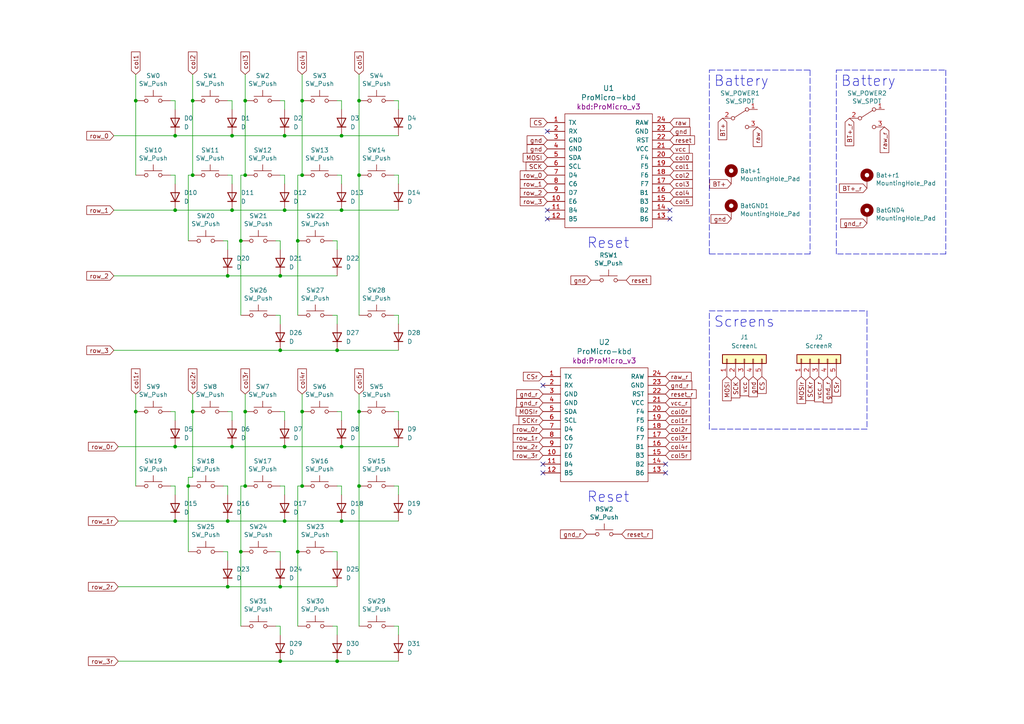
<source format=kicad_sch>
(kicad_sch
	(version 20231120)
	(generator "eeschema")
	(generator_version "8.0")
	(uuid "4e66a44f-7fa6-4e16-bf9b-62ec864301a5")
	(paper "A4")
	(title_block
		(title "PurringCat")
		(date "2021-03-10")
		(rev "0.1")
		(company "broomlabs")
	)
	(lib_symbols
		(symbol "Connector_Generic:Conn_01x05"
			(pin_names
				(offset 1.016) hide)
			(exclude_from_sim no)
			(in_bom yes)
			(on_board yes)
			(property "Reference" "J"
				(at 0 7.62 0)
				(effects
					(font
						(size 1.27 1.27)
					)
				)
			)
			(property "Value" "Conn_01x05"
				(at 0 -7.62 0)
				(effects
					(font
						(size 1.27 1.27)
					)
				)
			)
			(property "Footprint" ""
				(at 0 0 0)
				(effects
					(font
						(size 1.27 1.27)
					)
					(hide yes)
				)
			)
			(property "Datasheet" "~"
				(at 0 0 0)
				(effects
					(font
						(size 1.27 1.27)
					)
					(hide yes)
				)
			)
			(property "Description" "Generic connector, single row, 01x05, script generated (kicad-library-utils/schlib/autogen/connector/)"
				(at 0 0 0)
				(effects
					(font
						(size 1.27 1.27)
					)
					(hide yes)
				)
			)
			(property "ki_keywords" "connector"
				(at 0 0 0)
				(effects
					(font
						(size 1.27 1.27)
					)
					(hide yes)
				)
			)
			(property "ki_fp_filters" "Connector*:*_1x??_*"
				(at 0 0 0)
				(effects
					(font
						(size 1.27 1.27)
					)
					(hide yes)
				)
			)
			(symbol "Conn_01x05_1_1"
				(rectangle
					(start -1.27 -4.953)
					(end 0 -5.207)
					(stroke
						(width 0.1524)
						(type default)
					)
					(fill
						(type none)
					)
				)
				(rectangle
					(start -1.27 -2.413)
					(end 0 -2.667)
					(stroke
						(width 0.1524)
						(type default)
					)
					(fill
						(type none)
					)
				)
				(rectangle
					(start -1.27 0.127)
					(end 0 -0.127)
					(stroke
						(width 0.1524)
						(type default)
					)
					(fill
						(type none)
					)
				)
				(rectangle
					(start -1.27 2.667)
					(end 0 2.413)
					(stroke
						(width 0.1524)
						(type default)
					)
					(fill
						(type none)
					)
				)
				(rectangle
					(start -1.27 5.207)
					(end 0 4.953)
					(stroke
						(width 0.1524)
						(type default)
					)
					(fill
						(type none)
					)
				)
				(rectangle
					(start -1.27 6.35)
					(end 1.27 -6.35)
					(stroke
						(width 0.254)
						(type default)
					)
					(fill
						(type background)
					)
				)
				(pin passive line
					(at -5.08 5.08 0)
					(length 3.81)
					(name "Pin_1"
						(effects
							(font
								(size 1.27 1.27)
							)
						)
					)
					(number "1"
						(effects
							(font
								(size 1.27 1.27)
							)
						)
					)
				)
				(pin passive line
					(at -5.08 2.54 0)
					(length 3.81)
					(name "Pin_2"
						(effects
							(font
								(size 1.27 1.27)
							)
						)
					)
					(number "2"
						(effects
							(font
								(size 1.27 1.27)
							)
						)
					)
				)
				(pin passive line
					(at -5.08 0 0)
					(length 3.81)
					(name "Pin_3"
						(effects
							(font
								(size 1.27 1.27)
							)
						)
					)
					(number "3"
						(effects
							(font
								(size 1.27 1.27)
							)
						)
					)
				)
				(pin passive line
					(at -5.08 -2.54 0)
					(length 3.81)
					(name "Pin_4"
						(effects
							(font
								(size 1.27 1.27)
							)
						)
					)
					(number "4"
						(effects
							(font
								(size 1.27 1.27)
							)
						)
					)
				)
				(pin passive line
					(at -5.08 -5.08 0)
					(length 3.81)
					(name "Pin_5"
						(effects
							(font
								(size 1.27 1.27)
							)
						)
					)
					(number "5"
						(effects
							(font
								(size 1.27 1.27)
							)
						)
					)
				)
			)
		)
		(symbol "Diode:1N4448W"
			(pin_numbers hide)
			(pin_names
				(offset 1.016) hide)
			(exclude_from_sim no)
			(in_bom yes)
			(on_board yes)
			(property "Reference" "D"
				(at 0 2.54 0)
				(effects
					(font
						(size 1.27 1.27)
					)
				)
			)
			(property "Value" "1N4448W"
				(at 0 -2.54 0)
				(effects
					(font
						(size 1.27 1.27)
					)
				)
			)
			(property "Footprint" "Diode_SMD:D_SOD-123"
				(at 0 -4.445 0)
				(effects
					(font
						(size 1.27 1.27)
					)
					(hide yes)
				)
			)
			(property "Datasheet" "https://www.vishay.com/docs/85722/1n4448w.pdf"
				(at 0 0 0)
				(effects
					(font
						(size 1.27 1.27)
					)
					(hide yes)
				)
			)
			(property "Description" "100V 0.15A High-speed standard diode, SOD-123"
				(at 0 0 0)
				(effects
					(font
						(size 1.27 1.27)
					)
					(hide yes)
				)
			)
			(property "ki_keywords" "diode"
				(at 0 0 0)
				(effects
					(font
						(size 1.27 1.27)
					)
					(hide yes)
				)
			)
			(property "ki_fp_filters" "D*SOD?123*"
				(at 0 0 0)
				(effects
					(font
						(size 1.27 1.27)
					)
					(hide yes)
				)
			)
			(symbol "1N4448W_0_1"
				(polyline
					(pts
						(xy -1.27 1.27) (xy -1.27 -1.27)
					)
					(stroke
						(width 0.254)
						(type default)
					)
					(fill
						(type none)
					)
				)
				(polyline
					(pts
						(xy 1.27 0) (xy -1.27 0)
					)
					(stroke
						(width 0)
						(type default)
					)
					(fill
						(type none)
					)
				)
				(polyline
					(pts
						(xy 1.27 1.27) (xy 1.27 -1.27) (xy -1.27 0) (xy 1.27 1.27)
					)
					(stroke
						(width 0.254)
						(type default)
					)
					(fill
						(type none)
					)
				)
			)
			(symbol "1N4448W_1_1"
				(pin passive line
					(at -3.81 0 0)
					(length 2.54)
					(name "K"
						(effects
							(font
								(size 1.27 1.27)
							)
						)
					)
					(number "1"
						(effects
							(font
								(size 1.27 1.27)
							)
						)
					)
				)
				(pin passive line
					(at 3.81 0 180)
					(length 2.54)
					(name "A"
						(effects
							(font
								(size 1.27 1.27)
							)
						)
					)
					(number "2"
						(effects
							(font
								(size 1.27 1.27)
							)
						)
					)
				)
			)
		)
		(symbol "Mechanical:MountingHole_Pad"
			(pin_numbers hide)
			(pin_names
				(offset 1.016) hide)
			(exclude_from_sim no)
			(in_bom yes)
			(on_board yes)
			(property "Reference" "H"
				(at 0 6.35 0)
				(effects
					(font
						(size 1.27 1.27)
					)
				)
			)
			(property "Value" "MountingHole_Pad"
				(at 0 4.445 0)
				(effects
					(font
						(size 1.27 1.27)
					)
				)
			)
			(property "Footprint" ""
				(at 0 0 0)
				(effects
					(font
						(size 1.27 1.27)
					)
					(hide yes)
				)
			)
			(property "Datasheet" "~"
				(at 0 0 0)
				(effects
					(font
						(size 1.27 1.27)
					)
					(hide yes)
				)
			)
			(property "Description" "Mounting Hole with connection"
				(at 0 0 0)
				(effects
					(font
						(size 1.27 1.27)
					)
					(hide yes)
				)
			)
			(property "ki_keywords" "mounting hole"
				(at 0 0 0)
				(effects
					(font
						(size 1.27 1.27)
					)
					(hide yes)
				)
			)
			(property "ki_fp_filters" "MountingHole*Pad*"
				(at 0 0 0)
				(effects
					(font
						(size 1.27 1.27)
					)
					(hide yes)
				)
			)
			(symbol "MountingHole_Pad_0_1"
				(circle
					(center 0 1.27)
					(radius 1.27)
					(stroke
						(width 1.27)
						(type default)
					)
					(fill
						(type none)
					)
				)
			)
			(symbol "MountingHole_Pad_1_1"
				(pin input line
					(at 0 -2.54 90)
					(length 2.54)
					(name "1"
						(effects
							(font
								(size 1.27 1.27)
							)
						)
					)
					(number "1"
						(effects
							(font
								(size 1.27 1.27)
							)
						)
					)
				)
			)
		)
		(symbol "Switch:SW_Push"
			(pin_numbers hide)
			(pin_names
				(offset 1.016) hide)
			(exclude_from_sim no)
			(in_bom yes)
			(on_board yes)
			(property "Reference" "SW"
				(at 1.27 2.54 0)
				(effects
					(font
						(size 1.27 1.27)
					)
					(justify left)
				)
			)
			(property "Value" "SW_Push"
				(at 0 -1.524 0)
				(effects
					(font
						(size 1.27 1.27)
					)
				)
			)
			(property "Footprint" ""
				(at 0 5.08 0)
				(effects
					(font
						(size 1.27 1.27)
					)
					(hide yes)
				)
			)
			(property "Datasheet" "~"
				(at 0 5.08 0)
				(effects
					(font
						(size 1.27 1.27)
					)
					(hide yes)
				)
			)
			(property "Description" "Push button switch, generic, two pins"
				(at 0 0 0)
				(effects
					(font
						(size 1.27 1.27)
					)
					(hide yes)
				)
			)
			(property "ki_keywords" "switch normally-open pushbutton push-button"
				(at 0 0 0)
				(effects
					(font
						(size 1.27 1.27)
					)
					(hide yes)
				)
			)
			(symbol "SW_Push_0_1"
				(circle
					(center -2.032 0)
					(radius 0.508)
					(stroke
						(width 0)
						(type default)
					)
					(fill
						(type none)
					)
				)
				(polyline
					(pts
						(xy 0 1.27) (xy 0 3.048)
					)
					(stroke
						(width 0)
						(type default)
					)
					(fill
						(type none)
					)
				)
				(polyline
					(pts
						(xy 2.54 1.27) (xy -2.54 1.27)
					)
					(stroke
						(width 0)
						(type default)
					)
					(fill
						(type none)
					)
				)
				(circle
					(center 2.032 0)
					(radius 0.508)
					(stroke
						(width 0)
						(type default)
					)
					(fill
						(type none)
					)
				)
				(pin passive line
					(at -5.08 0 0)
					(length 2.54)
					(name "1"
						(effects
							(font
								(size 1.27 1.27)
							)
						)
					)
					(number "1"
						(effects
							(font
								(size 1.27 1.27)
							)
						)
					)
				)
				(pin passive line
					(at 5.08 0 180)
					(length 2.54)
					(name "2"
						(effects
							(font
								(size 1.27 1.27)
							)
						)
					)
					(number "2"
						(effects
							(font
								(size 1.27 1.27)
							)
						)
					)
				)
			)
		)
		(symbol "Switch:SW_SPDT"
			(pin_names
				(offset 0) hide)
			(exclude_from_sim no)
			(in_bom yes)
			(on_board yes)
			(property "Reference" "SW"
				(at 0 4.318 0)
				(effects
					(font
						(size 1.27 1.27)
					)
				)
			)
			(property "Value" "SW_SPDT"
				(at 0 -5.08 0)
				(effects
					(font
						(size 1.27 1.27)
					)
				)
			)
			(property "Footprint" ""
				(at 0 0 0)
				(effects
					(font
						(size 1.27 1.27)
					)
					(hide yes)
				)
			)
			(property "Datasheet" "~"
				(at 0 0 0)
				(effects
					(font
						(size 1.27 1.27)
					)
					(hide yes)
				)
			)
			(property "Description" "Switch, single pole double throw"
				(at 0 0 0)
				(effects
					(font
						(size 1.27 1.27)
					)
					(hide yes)
				)
			)
			(property "ki_keywords" "switch single-pole double-throw spdt ON-ON"
				(at 0 0 0)
				(effects
					(font
						(size 1.27 1.27)
					)
					(hide yes)
				)
			)
			(symbol "SW_SPDT_0_0"
				(circle
					(center -2.032 0)
					(radius 0.508)
					(stroke
						(width 0)
						(type default)
					)
					(fill
						(type none)
					)
				)
				(circle
					(center 2.032 -2.54)
					(radius 0.508)
					(stroke
						(width 0)
						(type default)
					)
					(fill
						(type none)
					)
				)
			)
			(symbol "SW_SPDT_0_1"
				(polyline
					(pts
						(xy -1.524 0.254) (xy 1.651 2.286)
					)
					(stroke
						(width 0)
						(type default)
					)
					(fill
						(type none)
					)
				)
				(circle
					(center 2.032 2.54)
					(radius 0.508)
					(stroke
						(width 0)
						(type default)
					)
					(fill
						(type none)
					)
				)
			)
			(symbol "SW_SPDT_1_1"
				(pin passive line
					(at 5.08 2.54 180)
					(length 2.54)
					(name "A"
						(effects
							(font
								(size 1.27 1.27)
							)
						)
					)
					(number "1"
						(effects
							(font
								(size 1.27 1.27)
							)
						)
					)
				)
				(pin passive line
					(at -5.08 0 0)
					(length 2.54)
					(name "B"
						(effects
							(font
								(size 1.27 1.27)
							)
						)
					)
					(number "2"
						(effects
							(font
								(size 1.27 1.27)
							)
						)
					)
				)
				(pin passive line
					(at 5.08 -2.54 180)
					(length 2.54)
					(name "C"
						(effects
							(font
								(size 1.27 1.27)
							)
						)
					)
					(number "3"
						(effects
							(font
								(size 1.27 1.27)
							)
						)
					)
				)
			)
		)
		(symbol "sweepv2-rescue:ProMicro-kbd-bigblackpill-34key-rescue"
			(pin_names
				(offset 1.016)
			)
			(exclude_from_sim no)
			(in_bom yes)
			(on_board yes)
			(property "Reference" "U"
				(at 0 24.13 0)
				(effects
					(font
						(size 1.524 1.524)
					)
				)
			)
			(property "Value" "ProMicro-kbd-bigblackpill-34key-rescue"
				(at 0 -13.97 0)
				(effects
					(font
						(size 1.524 1.524)
					)
				)
			)
			(property "Footprint" ""
				(at 2.54 -26.67 0)
				(effects
					(font
						(size 1.524 1.524)
					)
				)
			)
			(property "Datasheet" ""
				(at 2.54 -26.67 0)
				(effects
					(font
						(size 1.524 1.524)
					)
				)
			)
			(property "Description" ""
				(at 0 0 0)
				(effects
					(font
						(size 1.27 1.27)
					)
					(hide yes)
				)
			)
			(symbol "ProMicro-kbd-bigblackpill-34key-rescue_0_1"
				(rectangle
					(start -12.7 21.59)
					(end 12.7 -11.43)
					(stroke
						(width 0)
						(type default)
					)
					(fill
						(type none)
					)
				)
			)
			(symbol "ProMicro-kbd-bigblackpill-34key-rescue_1_1"
				(pin bidirectional line
					(at -17.78 19.05 0)
					(length 5.08)
					(name "TX"
						(effects
							(font
								(size 1.27 1.27)
							)
						)
					)
					(number "1"
						(effects
							(font
								(size 1.27 1.27)
							)
						)
					)
				)
				(pin bidirectional line
					(at -17.78 -3.81 0)
					(length 5.08)
					(name "E6"
						(effects
							(font
								(size 1.27 1.27)
							)
						)
					)
					(number "10"
						(effects
							(font
								(size 1.27 1.27)
							)
						)
					)
				)
				(pin bidirectional line
					(at -17.78 -6.35 0)
					(length 5.08)
					(name "B4"
						(effects
							(font
								(size 1.27 1.27)
							)
						)
					)
					(number "11"
						(effects
							(font
								(size 1.27 1.27)
							)
						)
					)
				)
				(pin bidirectional line
					(at -17.78 -8.89 0)
					(length 5.08)
					(name "B5"
						(effects
							(font
								(size 1.27 1.27)
							)
						)
					)
					(number "12"
						(effects
							(font
								(size 1.27 1.27)
							)
						)
					)
				)
				(pin bidirectional line
					(at 17.78 -8.89 180)
					(length 5.08)
					(name "B6"
						(effects
							(font
								(size 1.27 1.27)
							)
						)
					)
					(number "13"
						(effects
							(font
								(size 1.27 1.27)
							)
						)
					)
				)
				(pin bidirectional line
					(at 17.78 -6.35 180)
					(length 5.08)
					(name "B2"
						(effects
							(font
								(size 1.27 1.27)
							)
						)
					)
					(number "14"
						(effects
							(font
								(size 1.27 1.27)
							)
						)
					)
				)
				(pin bidirectional line
					(at 17.78 -3.81 180)
					(length 5.08)
					(name "B3"
						(effects
							(font
								(size 1.27 1.27)
							)
						)
					)
					(number "15"
						(effects
							(font
								(size 1.27 1.27)
							)
						)
					)
				)
				(pin bidirectional line
					(at 17.78 -1.27 180)
					(length 5.08)
					(name "B1"
						(effects
							(font
								(size 1.27 1.27)
							)
						)
					)
					(number "16"
						(effects
							(font
								(size 1.27 1.27)
							)
						)
					)
				)
				(pin bidirectional line
					(at 17.78 1.27 180)
					(length 5.08)
					(name "F7"
						(effects
							(font
								(size 1.27 1.27)
							)
						)
					)
					(number "17"
						(effects
							(font
								(size 1.27 1.27)
							)
						)
					)
				)
				(pin bidirectional line
					(at 17.78 3.81 180)
					(length 5.08)
					(name "F6"
						(effects
							(font
								(size 1.27 1.27)
							)
						)
					)
					(number "18"
						(effects
							(font
								(size 1.27 1.27)
							)
						)
					)
				)
				(pin bidirectional line
					(at 17.78 6.35 180)
					(length 5.08)
					(name "F5"
						(effects
							(font
								(size 1.27 1.27)
							)
						)
					)
					(number "19"
						(effects
							(font
								(size 1.27 1.27)
							)
						)
					)
				)
				(pin bidirectional line
					(at -17.78 16.51 0)
					(length 5.08)
					(name "RX"
						(effects
							(font
								(size 1.27 1.27)
							)
						)
					)
					(number "2"
						(effects
							(font
								(size 1.27 1.27)
							)
						)
					)
				)
				(pin bidirectional line
					(at 17.78 8.89 180)
					(length 5.08)
					(name "F4"
						(effects
							(font
								(size 1.27 1.27)
							)
						)
					)
					(number "20"
						(effects
							(font
								(size 1.27 1.27)
							)
						)
					)
				)
				(pin power_in line
					(at 17.78 11.43 180)
					(length 5.08)
					(name "VCC"
						(effects
							(font
								(size 1.27 1.27)
							)
						)
					)
					(number "21"
						(effects
							(font
								(size 1.27 1.27)
							)
						)
					)
				)
				(pin input line
					(at 17.78 13.97 180)
					(length 5.08)
					(name "RST"
						(effects
							(font
								(size 1.27 1.27)
							)
						)
					)
					(number "22"
						(effects
							(font
								(size 1.27 1.27)
							)
						)
					)
				)
				(pin power_in line
					(at 17.78 16.51 180)
					(length 5.08)
					(name "GND"
						(effects
							(font
								(size 1.27 1.27)
							)
						)
					)
					(number "23"
						(effects
							(font
								(size 1.27 1.27)
							)
						)
					)
				)
				(pin power_out line
					(at 17.78 19.05 180)
					(length 5.08)
					(name "RAW"
						(effects
							(font
								(size 1.27 1.27)
							)
						)
					)
					(number "24"
						(effects
							(font
								(size 1.27 1.27)
							)
						)
					)
				)
				(pin power_in line
					(at -17.78 13.97 0)
					(length 5.08)
					(name "GND"
						(effects
							(font
								(size 1.27 1.27)
							)
						)
					)
					(number "3"
						(effects
							(font
								(size 1.27 1.27)
							)
						)
					)
				)
				(pin power_in line
					(at -17.78 11.43 0)
					(length 5.08)
					(name "GND"
						(effects
							(font
								(size 1.27 1.27)
							)
						)
					)
					(number "4"
						(effects
							(font
								(size 1.27 1.27)
							)
						)
					)
				)
				(pin bidirectional line
					(at -17.78 8.89 0)
					(length 5.08)
					(name "SDA"
						(effects
							(font
								(size 1.27 1.27)
							)
						)
					)
					(number "5"
						(effects
							(font
								(size 1.27 1.27)
							)
						)
					)
				)
				(pin bidirectional line
					(at -17.78 6.35 0)
					(length 5.08)
					(name "SCL"
						(effects
							(font
								(size 1.27 1.27)
							)
						)
					)
					(number "6"
						(effects
							(font
								(size 1.27 1.27)
							)
						)
					)
				)
				(pin bidirectional line
					(at -17.78 3.81 0)
					(length 5.08)
					(name "D4"
						(effects
							(font
								(size 1.27 1.27)
							)
						)
					)
					(number "7"
						(effects
							(font
								(size 1.27 1.27)
							)
						)
					)
				)
				(pin bidirectional line
					(at -17.78 1.27 0)
					(length 5.08)
					(name "C6"
						(effects
							(font
								(size 1.27 1.27)
							)
						)
					)
					(number "8"
						(effects
							(font
								(size 1.27 1.27)
							)
						)
					)
				)
				(pin bidirectional line
					(at -17.78 -1.27 0)
					(length 5.08)
					(name "D7"
						(effects
							(font
								(size 1.27 1.27)
							)
						)
					)
					(number "9"
						(effects
							(font
								(size 1.27 1.27)
							)
						)
					)
				)
			)
		)
	)
	(junction
		(at 99.06 39.37)
		(diameter 0)
		(color 0 0 0 0)
		(uuid "05141fcc-874a-4f31-a55a-18b6861d95c3")
	)
	(junction
		(at 50.8 60.96)
		(diameter 0)
		(color 0 0 0 0)
		(uuid "08ce97bb-482b-49b2-b201-a978b934cf95")
	)
	(junction
		(at 86.36 69.85)
		(diameter 0)
		(color 0 0 0 0)
		(uuid "0b7283d5-07ad-4a65-b0bd-6f979d6df844")
	)
	(junction
		(at 55.88 50.8)
		(diameter 0)
		(color 0 0 0 0)
		(uuid "1659c1bc-c0b6-43d3-8d2e-46f0f3627126")
	)
	(junction
		(at 67.31 60.96)
		(diameter 0)
		(color 0 0 0 0)
		(uuid "206937d3-a830-46e9-a8a9-a7dd001d238b")
	)
	(junction
		(at 97.79 191.77)
		(diameter 0)
		(color 0 0 0 0)
		(uuid "24f8e6f1-726c-4113-8164-8b4a35b2f35b")
	)
	(junction
		(at 86.36 160.02)
		(diameter 0)
		(color 0 0 0 0)
		(uuid "28f6849b-f35d-4478-9277-c6da21cd9428")
	)
	(junction
		(at 104.14 140.97)
		(diameter 0)
		(color 0 0 0 0)
		(uuid "372cceb7-37d8-4d34-8978-1412a50b57ff")
	)
	(junction
		(at 67.31 39.37)
		(diameter 0)
		(color 0 0 0 0)
		(uuid "40ec5657-4ac4-40a2-a869-6090127b9bb9")
	)
	(junction
		(at 82.55 151.13)
		(diameter 0)
		(color 0 0 0 0)
		(uuid "4342a7b2-a7ea-49f5-80de-3875d6b051a0")
	)
	(junction
		(at 97.79 101.6)
		(diameter 0)
		(color 0 0 0 0)
		(uuid "441d5f40-fa5e-4d10-924e-43f64e5ad243")
	)
	(junction
		(at 54.61 140.97)
		(diameter 0)
		(color 0 0 0 0)
		(uuid "45cb4e46-1664-43b7-ac43-ed1fa1f0c62d")
	)
	(junction
		(at 71.12 119.38)
		(diameter 0)
		(color 0 0 0 0)
		(uuid "47fbf94f-3f3f-4c71-81dd-f8faf0169fe8")
	)
	(junction
		(at 87.63 140.97)
		(diameter 0)
		(color 0 0 0 0)
		(uuid "4910d20a-db07-4acb-bc4c-a70c6f517899")
	)
	(junction
		(at 99.06 151.13)
		(diameter 0)
		(color 0 0 0 0)
		(uuid "4cb50582-2455-4b80-939f-adc7d39c52a1")
	)
	(junction
		(at 82.55 129.54)
		(diameter 0)
		(color 0 0 0 0)
		(uuid "58290e97-1446-461a-85e4-2fa901e80d20")
	)
	(junction
		(at 50.8 39.37)
		(diameter 0)
		(color 0 0 0 0)
		(uuid "602dc7f4-e3db-4f27-a2bc-ca8fc8f76765")
	)
	(junction
		(at 99.06 129.54)
		(diameter 0)
		(color 0 0 0 0)
		(uuid "6577c10b-d725-4705-bc57-b01f65acabc7")
	)
	(junction
		(at 81.28 80.01)
		(diameter 0)
		(color 0 0 0 0)
		(uuid "77b80b70-31d2-4248-b5c5-eb6a0ca4469d")
	)
	(junction
		(at 81.28 191.77)
		(diameter 0)
		(color 0 0 0 0)
		(uuid "7b17bca3-56b8-4e62-85b8-12c1824644e0")
	)
	(junction
		(at 71.12 50.8)
		(diameter 0)
		(color 0 0 0 0)
		(uuid "834db0d6-60e9-4af6-8ca5-afac0297d2ea")
	)
	(junction
		(at 67.31 129.54)
		(diameter 0)
		(color 0 0 0 0)
		(uuid "845a1989-8cad-4c29-9212-53010ffbdf67")
	)
	(junction
		(at 99.06 60.96)
		(diameter 0)
		(color 0 0 0 0)
		(uuid "87e41bbc-cbcc-4b80-981d-4a37e94b20f3")
	)
	(junction
		(at 69.85 160.02)
		(diameter 0)
		(color 0 0 0 0)
		(uuid "87fb9afd-0c80-4ac2-9dd7-a1991c337d6a")
	)
	(junction
		(at 87.63 119.38)
		(diameter 0)
		(color 0 0 0 0)
		(uuid "92282a01-55bb-49b5-bd8a-4d9f02441e57")
	)
	(junction
		(at 55.88 119.38)
		(diameter 0)
		(color 0 0 0 0)
		(uuid "93164695-a1d2-4258-aeea-afe083db5f2e")
	)
	(junction
		(at 87.63 50.8)
		(diameter 0)
		(color 0 0 0 0)
		(uuid "936da701-79d3-4c0a-a0b4-be653759e454")
	)
	(junction
		(at 50.8 129.54)
		(diameter 0)
		(color 0 0 0 0)
		(uuid "9d9f7ce7-0977-4814-85ac-86e7bbf882f6")
	)
	(junction
		(at 82.55 39.37)
		(diameter 0)
		(color 0 0 0 0)
		(uuid "9e2e60dd-b8c7-4c62-a11f-4c80f11cf09b")
	)
	(junction
		(at 39.37 29.21)
		(diameter 0)
		(color 0 0 0 0)
		(uuid "a9aa32bd-84c6-4448-b19a-fc59b4bd8a14")
	)
	(junction
		(at 66.04 80.01)
		(diameter 0)
		(color 0 0 0 0)
		(uuid "ab00bc15-d464-4a0f-9f37-088cf6b371bf")
	)
	(junction
		(at 104.14 119.38)
		(diameter 0)
		(color 0 0 0 0)
		(uuid "ab63b882-52df-43cd-9ed6-0902196374f3")
	)
	(junction
		(at 81.28 170.18)
		(diameter 0)
		(color 0 0 0 0)
		(uuid "b4822ac8-e3fa-4b8a-a2a7-6deb51636afc")
	)
	(junction
		(at 66.04 170.18)
		(diameter 0)
		(color 0 0 0 0)
		(uuid "b504f43c-f4c9-4e34-a30c-16f5535f0c73")
	)
	(junction
		(at 69.85 69.85)
		(diameter 0)
		(color 0 0 0 0)
		(uuid "b9594d7f-5726-4bde-8517-760baa1c257c")
	)
	(junction
		(at 104.14 50.8)
		(diameter 0)
		(color 0 0 0 0)
		(uuid "c10af487-ed61-43af-9bd5-f0a6640fc7e9")
	)
	(junction
		(at 55.88 29.21)
		(diameter 0)
		(color 0 0 0 0)
		(uuid "c35b2d19-b77f-4962-8516-d14a1c9a1a1d")
	)
	(junction
		(at 50.8 151.13)
		(diameter 0)
		(color 0 0 0 0)
		(uuid "ce22ffae-7037-4f5e-9d92-a67842722ded")
	)
	(junction
		(at 39.37 119.38)
		(diameter 0)
		(color 0 0 0 0)
		(uuid "d3171f12-8122-4bd8-9c1a-6b859850aab5")
	)
	(junction
		(at 71.12 140.97)
		(diameter 0)
		(color 0 0 0 0)
		(uuid "eb0b31d3-1c97-43a6-bcf9-e35947d5ecc3")
	)
	(junction
		(at 82.55 60.96)
		(diameter 0)
		(color 0 0 0 0)
		(uuid "ed4b7754-874c-488c-8680-d8e1ef92249b")
	)
	(junction
		(at 66.04 151.13)
		(diameter 0)
		(color 0 0 0 0)
		(uuid "ee2e28c1-4009-48be-bf79-ee7d680093ef")
	)
	(junction
		(at 71.12 29.21)
		(diameter 0)
		(color 0 0 0 0)
		(uuid "eec77972-43d7-48b4-a488-bea63ffab748")
	)
	(junction
		(at 87.63 29.21)
		(diameter 0)
		(color 0 0 0 0)
		(uuid "f1c5ef3b-8836-4a1b-93ea-4f3940ff9700")
	)
	(junction
		(at 104.14 29.21)
		(diameter 0)
		(color 0 0 0 0)
		(uuid "f648b7d1-9b9f-4647-babe-f3e82c30a50c")
	)
	(junction
		(at 81.28 101.6)
		(diameter 0)
		(color 0 0 0 0)
		(uuid "f78348f4-b9ad-4cc5-b979-856a02b3898a")
	)
	(no_connect
		(at 193.04 137.16)
		(uuid "7fd6d136-1374-48cc-85c5-a271b51a0577")
	)
	(no_connect
		(at 193.04 134.62)
		(uuid "7fd6d136-1374-48cc-85c5-a271b51a0578")
	)
	(no_connect
		(at 157.48 111.76)
		(uuid "7fd6d136-1374-48cc-85c5-a271b51a057a")
	)
	(no_connect
		(at 157.48 134.62)
		(uuid "7fd6d136-1374-48cc-85c5-a271b51a057c")
	)
	(no_connect
		(at 157.48 137.16)
		(uuid "7fd6d136-1374-48cc-85c5-a271b51a057d")
	)
	(no_connect
		(at 194.31 60.96)
		(uuid "a5bcb8d8-9e20-49a8-bc39-3ff428389278")
	)
	(no_connect
		(at 158.75 60.96)
		(uuid "a5bcb8d8-9e20-49a8-bc39-3ff428389279")
	)
	(no_connect
		(at 194.31 63.5)
		(uuid "a5bcb8d8-9e20-49a8-bc39-3ff42838927a")
	)
	(no_connect
		(at 158.75 38.1)
		(uuid "a5bcb8d8-9e20-49a8-bc39-3ff42838927c")
	)
	(no_connect
		(at 158.75 63.5)
		(uuid "a5bcb8d8-9e20-49a8-bc39-3ff42838927f")
	)
	(polyline
		(pts
			(xy 251.46 124.46) (xy 205.74 124.46)
		)
		(stroke
			(width 0)
			(type dash)
		)
		(uuid "00c6067c-5ff8-4088-b9a3-bbb3a26e8ccf")
	)
	(wire
		(pts
			(xy 34.29 129.54) (xy 50.8 129.54)
		)
		(stroke
			(width 0)
			(type default)
		)
		(uuid "00f5866f-969a-4125-83c5-c0342a76456f")
	)
	(wire
		(pts
			(xy 50.8 50.8) (xy 50.8 53.34)
		)
		(stroke
			(width 0)
			(type default)
		)
		(uuid "012ea832-1db4-47a3-906b-dc61a60c7cd7")
	)
	(wire
		(pts
			(xy 87.63 114.3) (xy 87.63 119.38)
		)
		(stroke
			(width 0)
			(type default)
		)
		(uuid "0683de48-7b60-46c4-b9fb-45a1547792de")
	)
	(wire
		(pts
			(xy 71.12 21.59) (xy 71.12 29.21)
		)
		(stroke
			(width 0)
			(type default)
		)
		(uuid "07a74d37-1b12-4ab4-89f8-fb01b1874a0a")
	)
	(wire
		(pts
			(xy 87.63 119.38) (xy 87.63 140.97)
		)
		(stroke
			(width 0)
			(type default)
		)
		(uuid "0bb1e3fd-f568-4482-8131-8a9fdd8e98bc")
	)
	(wire
		(pts
			(xy 49.53 119.38) (xy 50.8 119.38)
		)
		(stroke
			(width 0)
			(type default)
		)
		(uuid "113cc3e2-b67e-4197-abd5-49b18dcdd813")
	)
	(wire
		(pts
			(xy 81.28 101.6) (xy 97.79 101.6)
		)
		(stroke
			(width 0)
			(type default)
		)
		(uuid "1271d733-ff29-4246-8853-c34dcabd59b8")
	)
	(wire
		(pts
			(xy 99.06 129.54) (xy 115.57 129.54)
		)
		(stroke
			(width 0)
			(type default)
		)
		(uuid "1599ea49-a314-46a3-b3ad-51445d17b459")
	)
	(wire
		(pts
			(xy 69.85 140.97) (xy 71.12 140.97)
		)
		(stroke
			(width 0)
			(type default)
		)
		(uuid "17615a55-337f-4611-98ae-1a9483a77c40")
	)
	(wire
		(pts
			(xy 67.31 129.54) (xy 82.55 129.54)
		)
		(stroke
			(width 0)
			(type default)
		)
		(uuid "1ae6855d-1e37-4e54-b623-3aba0ca67672")
	)
	(wire
		(pts
			(xy 81.28 69.85) (xy 81.28 72.39)
		)
		(stroke
			(width 0)
			(type default)
		)
		(uuid "1b00e2dd-2c5b-48e5-a7e1-192ba3ece36e")
	)
	(wire
		(pts
			(xy 114.3 119.38) (xy 115.57 119.38)
		)
		(stroke
			(width 0)
			(type default)
		)
		(uuid "1ef30b83-4d74-482a-86e5-c43d58b6c207")
	)
	(wire
		(pts
			(xy 99.06 151.13) (xy 115.57 151.13)
		)
		(stroke
			(width 0)
			(type default)
		)
		(uuid "1f0ab314-db92-4d3f-b7d4-9f71b37063b8")
	)
	(wire
		(pts
			(xy 67.31 39.37) (xy 82.55 39.37)
		)
		(stroke
			(width 0)
			(type default)
		)
		(uuid "1fdf90cc-3d2c-491b-8f4f-bed8d76996a6")
	)
	(wire
		(pts
			(xy 66.04 50.8) (xy 67.31 50.8)
		)
		(stroke
			(width 0)
			(type default)
		)
		(uuid "233ab598-e523-4483-9836-36e377152a29")
	)
	(wire
		(pts
			(xy 114.3 29.21) (xy 115.57 29.21)
		)
		(stroke
			(width 0)
			(type default)
		)
		(uuid "252b06cb-bad4-4556-84ad-b65d3381009a")
	)
	(wire
		(pts
			(xy 34.29 170.18) (xy 66.04 170.18)
		)
		(stroke
			(width 0)
			(type default)
		)
		(uuid "25a291d1-a14c-4f00-b80c-89b0fb164893")
	)
	(wire
		(pts
			(xy 82.55 29.21) (xy 82.55 31.75)
		)
		(stroke
			(width 0)
			(type default)
		)
		(uuid "25aaf3ab-3697-473e-b574-a7d08c4b3bb9")
	)
	(wire
		(pts
			(xy 104.14 119.38) (xy 104.14 140.97)
		)
		(stroke
			(width 0)
			(type default)
		)
		(uuid "260cbade-352f-49a1-ba60-e4399cc5fe06")
	)
	(wire
		(pts
			(xy 97.79 119.38) (xy 99.06 119.38)
		)
		(stroke
			(width 0)
			(type default)
		)
		(uuid "2738302e-1393-4c44-91ab-fd7cff194dff")
	)
	(wire
		(pts
			(xy 50.8 119.38) (xy 50.8 121.92)
		)
		(stroke
			(width 0)
			(type default)
		)
		(uuid "2740400c-5326-41d8-b32c-d18141412810")
	)
	(wire
		(pts
			(xy 49.53 50.8) (xy 50.8 50.8)
		)
		(stroke
			(width 0)
			(type default)
		)
		(uuid "27a38be3-1408-4041-8f42-0075d676f0c9")
	)
	(wire
		(pts
			(xy 54.61 50.8) (xy 55.88 50.8)
		)
		(stroke
			(width 0)
			(type default)
		)
		(uuid "2939cbd8-3ded-445a-84d2-f280462b3c6d")
	)
	(wire
		(pts
			(xy 69.85 69.85) (xy 69.85 91.44)
		)
		(stroke
			(width 0)
			(type default)
		)
		(uuid "2d50de79-b062-4054-a989-40123c321f7e")
	)
	(wire
		(pts
			(xy 97.79 140.97) (xy 99.06 140.97)
		)
		(stroke
			(width 0)
			(type default)
		)
		(uuid "2f5fcaf8-e118-4cec-ad38-5485b15d21de")
	)
	(wire
		(pts
			(xy 80.01 181.61) (xy 81.28 181.61)
		)
		(stroke
			(width 0)
			(type default)
		)
		(uuid "2fb58621-3e0e-4c0f-b9b1-feb718feba15")
	)
	(wire
		(pts
			(xy 39.37 21.59) (xy 39.37 29.21)
		)
		(stroke
			(width 0)
			(type default)
		)
		(uuid "3095ccf4-8717-4de5-b4e6-969811533988")
	)
	(wire
		(pts
			(xy 80.01 160.02) (xy 81.28 160.02)
		)
		(stroke
			(width 0)
			(type default)
		)
		(uuid "31390635-48bb-4b4f-83a1-636daf838e36")
	)
	(wire
		(pts
			(xy 66.04 119.38) (xy 67.31 119.38)
		)
		(stroke
			(width 0)
			(type default)
		)
		(uuid "324beb6f-c515-4dfc-8c72-66982020327b")
	)
	(wire
		(pts
			(xy 66.04 140.97) (xy 66.04 143.51)
		)
		(stroke
			(width 0)
			(type default)
		)
		(uuid "32f66a92-0cca-4bcb-ba98-dbf4de50699f")
	)
	(wire
		(pts
			(xy 115.57 140.97) (xy 115.57 143.51)
		)
		(stroke
			(width 0)
			(type default)
		)
		(uuid "33abf529-41a6-45d0-bb29-3130082bb36d")
	)
	(wire
		(pts
			(xy 34.29 191.77) (xy 81.28 191.77)
		)
		(stroke
			(width 0)
			(type default)
		)
		(uuid "34e701d3-2958-402a-90a8-0995feb046fc")
	)
	(polyline
		(pts
			(xy 274.32 20.32) (xy 274.32 73.66)
		)
		(stroke
			(width 0)
			(type dash)
		)
		(uuid "37b6c6d6-3e12-4736-912a-ea6e2bf06721")
	)
	(wire
		(pts
			(xy 114.3 181.61) (xy 115.57 181.61)
		)
		(stroke
			(width 0)
			(type default)
		)
		(uuid "38b69aa8-6b53-4666-8c77-cb14ca846765")
	)
	(wire
		(pts
			(xy 50.8 39.37) (xy 67.31 39.37)
		)
		(stroke
			(width 0)
			(type default)
		)
		(uuid "3a70ad6e-7f6d-4508-9038-12c94bdf9359")
	)
	(wire
		(pts
			(xy 34.29 151.13) (xy 50.8 151.13)
		)
		(stroke
			(width 0)
			(type default)
		)
		(uuid "3aaedacc-0928-492a-b552-4831d6f3c062")
	)
	(wire
		(pts
			(xy 64.77 140.97) (xy 66.04 140.97)
		)
		(stroke
			(width 0)
			(type default)
		)
		(uuid "429f1f90-2037-43c8-920d-c317563ef58d")
	)
	(wire
		(pts
			(xy 55.88 114.3) (xy 55.88 119.38)
		)
		(stroke
			(width 0)
			(type default)
		)
		(uuid "443deea8-fe48-4c74-8f07-f186e754b13d")
	)
	(wire
		(pts
			(xy 33.02 39.37) (xy 50.8 39.37)
		)
		(stroke
			(width 0)
			(type default)
		)
		(uuid "47a67c17-8ad7-454f-b222-0284c7e680f7")
	)
	(wire
		(pts
			(xy 86.36 140.97) (xy 87.63 140.97)
		)
		(stroke
			(width 0)
			(type default)
		)
		(uuid "4895d647-d13d-47f9-b20b-0f8df47c376f")
	)
	(wire
		(pts
			(xy 99.06 60.96) (xy 115.57 60.96)
		)
		(stroke
			(width 0)
			(type default)
		)
		(uuid "48b9816b-730b-4466-afe5-ac410a3cd0eb")
	)
	(wire
		(pts
			(xy 39.37 114.3) (xy 39.37 119.38)
		)
		(stroke
			(width 0)
			(type default)
		)
		(uuid "4ac33a01-2056-4c72-ade5-1834c62f7c69")
	)
	(wire
		(pts
			(xy 104.14 21.59) (xy 104.14 29.21)
		)
		(stroke
			(width 0)
			(type default)
		)
		(uuid "4aff3c77-4b6b-4e64-b3e8-c8693ea52fe1")
	)
	(wire
		(pts
			(xy 115.57 91.44) (xy 115.57 93.98)
		)
		(stroke
			(width 0)
			(type default)
		)
		(uuid "50cef5cb-0dd3-47fd-9367-c313eb18aeb1")
	)
	(wire
		(pts
			(xy 97.79 69.85) (xy 97.79 72.39)
		)
		(stroke
			(width 0)
			(type default)
		)
		(uuid "5434ffa0-35b3-40c6-8fef-cbcbc87bad29")
	)
	(wire
		(pts
			(xy 86.36 160.02) (xy 86.36 181.61)
		)
		(stroke
			(width 0)
			(type default)
		)
		(uuid "55351bb1-135e-4470-b2ba-dcde64bdc448")
	)
	(wire
		(pts
			(xy 97.79 101.6) (xy 115.57 101.6)
		)
		(stroke
			(width 0)
			(type default)
		)
		(uuid "55c581d1-aefa-45e1-b44d-0eea243b8041")
	)
	(wire
		(pts
			(xy 82.55 39.37) (xy 99.06 39.37)
		)
		(stroke
			(width 0)
			(type default)
		)
		(uuid "571cb668-f78b-4baa-bae3-50d7f77fc576")
	)
	(wire
		(pts
			(xy 115.57 50.8) (xy 115.57 53.34)
		)
		(stroke
			(width 0)
			(type default)
		)
		(uuid "5948113b-e338-4f22-8dc7-6cb0c3ee99bb")
	)
	(wire
		(pts
			(xy 115.57 119.38) (xy 115.57 121.92)
		)
		(stroke
			(width 0)
			(type default)
		)
		(uuid "5b5ad200-6ba9-4e15-aef3-722c7aeea09e")
	)
	(wire
		(pts
			(xy 39.37 29.21) (xy 39.37 50.8)
		)
		(stroke
			(width 0)
			(type default)
		)
		(uuid "5bfa2697-f681-4042-a9dc-3978bf9e9e63")
	)
	(wire
		(pts
			(xy 64.77 69.85) (xy 66.04 69.85)
		)
		(stroke
			(width 0)
			(type default)
		)
		(uuid "5cb6d67a-c70a-473b-ad09-d1510891df14")
	)
	(wire
		(pts
			(xy 69.85 69.85) (xy 69.85 50.8)
		)
		(stroke
			(width 0)
			(type default)
		)
		(uuid "60ec3b76-3edf-4e3c-83f9-e5027a0ae3ce")
	)
	(polyline
		(pts
			(xy 251.46 90.17) (xy 251.46 124.46)
		)
		(stroke
			(width 0)
			(type dash)
		)
		(uuid "6141a493-823a-4bbd-b591-154bd9407b74")
	)
	(wire
		(pts
			(xy 86.36 160.02) (xy 86.36 140.97)
		)
		(stroke
			(width 0)
			(type default)
		)
		(uuid "64678cb5-41f3-450f-a30b-d5d8070c633f")
	)
	(wire
		(pts
			(xy 67.31 50.8) (xy 67.31 53.34)
		)
		(stroke
			(width 0)
			(type default)
		)
		(uuid "64db2341-2ed3-4eb5-ae32-59df7d5239d5")
	)
	(wire
		(pts
			(xy 67.31 119.38) (xy 67.31 121.92)
		)
		(stroke
			(width 0)
			(type default)
		)
		(uuid "658ccfc9-1684-48bb-bdcf-31c006e6e69a")
	)
	(wire
		(pts
			(xy 97.79 29.21) (xy 99.06 29.21)
		)
		(stroke
			(width 0)
			(type default)
		)
		(uuid "65acf27e-10be-42fc-9ee4-0d57b602a347")
	)
	(wire
		(pts
			(xy 66.04 170.18) (xy 81.28 170.18)
		)
		(stroke
			(width 0)
			(type default)
		)
		(uuid "684c0a87-0711-4db6-a9ac-dcb6bcce5c97")
	)
	(wire
		(pts
			(xy 82.55 129.54) (xy 99.06 129.54)
		)
		(stroke
			(width 0)
			(type default)
		)
		(uuid "690cf3b3-e207-4315-90e9-f1bf14fc1019")
	)
	(wire
		(pts
			(xy 97.79 50.8) (xy 99.06 50.8)
		)
		(stroke
			(width 0)
			(type default)
		)
		(uuid "6a746839-a175-424b-9f1a-9e9adaa6c455")
	)
	(wire
		(pts
			(xy 115.57 181.61) (xy 115.57 184.15)
		)
		(stroke
			(width 0)
			(type default)
		)
		(uuid "6e023cd4-c330-4c9f-9999-2abd3cc1ae34")
	)
	(wire
		(pts
			(xy 50.8 151.13) (xy 66.04 151.13)
		)
		(stroke
			(width 0)
			(type default)
		)
		(uuid "6e52b1d1-e1a7-4364-9b26-b2ac39e59a98")
	)
	(wire
		(pts
			(xy 69.85 50.8) (xy 71.12 50.8)
		)
		(stroke
			(width 0)
			(type default)
		)
		(uuid "705e8c81-52d8-4b5d-8e30-b6c7eeb74085")
	)
	(polyline
		(pts
			(xy 234.95 20.32) (xy 234.95 73.66)
		)
		(stroke
			(width 0)
			(type dash)
		)
		(uuid "70e15522-1572-4451-9c0d-6d36ac70d8c6")
	)
	(wire
		(pts
			(xy 55.88 29.21) (xy 55.88 50.8)
		)
		(stroke
			(width 0)
			(type default)
		)
		(uuid "7400b4e7-391e-4417-b4fc-2f52ddcdf5d7")
	)
	(wire
		(pts
			(xy 81.28 119.38) (xy 82.55 119.38)
		)
		(stroke
			(width 0)
			(type default)
		)
		(uuid "747f9e93-4b6f-4ea5-b9a5-ad01f4f15802")
	)
	(wire
		(pts
			(xy 71.12 29.21) (xy 71.12 50.8)
		)
		(stroke
			(width 0)
			(type default)
		)
		(uuid "74e680be-ea1f-4eb0-b0eb-e7998b35f5f9")
	)
	(wire
		(pts
			(xy 33.02 80.01) (xy 66.04 80.01)
		)
		(stroke
			(width 0)
			(type default)
		)
		(uuid "75491ef2-b7ff-4194-937c-1cdba1a7651d")
	)
	(polyline
		(pts
			(xy 205.74 73.66) (xy 205.74 20.32)
		)
		(stroke
			(width 0)
			(type dash)
		)
		(uuid "7599133e-c681-4202-85d9-c20dac196c64")
	)
	(wire
		(pts
			(xy 50.8 29.21) (xy 50.8 31.75)
		)
		(stroke
			(width 0)
			(type default)
		)
		(uuid "778e2e33-d54f-4b94-8a11-79d179c46d5a")
	)
	(wire
		(pts
			(xy 71.12 119.38) (xy 71.12 140.97)
		)
		(stroke
			(width 0)
			(type default)
		)
		(uuid "7e7e8592-d946-48d8-8596-ae76358c94f9")
	)
	(polyline
		(pts
			(xy 205.74 124.46) (xy 205.74 90.17)
		)
		(stroke
			(width 0)
			(type dash)
		)
		(uuid "82d2c07a-4539-45e9-9c06-9436d32781a9")
	)
	(wire
		(pts
			(xy 33.02 101.6) (xy 81.28 101.6)
		)
		(stroke
			(width 0)
			(type default)
		)
		(uuid "85214a5d-3810-4471-82c5-fcc77f2f500f")
	)
	(wire
		(pts
			(xy 81.28 170.18) (xy 97.79 170.18)
		)
		(stroke
			(width 0)
			(type default)
		)
		(uuid "85235f71-44a9-4e87-a5cf-a2b6693c1edd")
	)
	(wire
		(pts
			(xy 99.06 140.97) (xy 99.06 143.51)
		)
		(stroke
			(width 0)
			(type default)
		)
		(uuid "856f7606-7fcf-444c-ad90-c9e0767eda05")
	)
	(polyline
		(pts
			(xy 274.32 73.66) (xy 242.57 73.66)
		)
		(stroke
			(width 0)
			(type dash)
		)
		(uuid "86dc7a78-7d51-4111-9eea-8a8f7977eb16")
	)
	(wire
		(pts
			(xy 54.61 69.85) (xy 54.61 50.8)
		)
		(stroke
			(width 0)
			(type default)
		)
		(uuid "86f4247b-9975-460d-8b55-14b70fd3725b")
	)
	(wire
		(pts
			(xy 49.53 29.21) (xy 50.8 29.21)
		)
		(stroke
			(width 0)
			(type default)
		)
		(uuid "8781ed54-995e-44c4-9b65-724dfc6cdac1")
	)
	(wire
		(pts
			(xy 66.04 69.85) (xy 66.04 72.39)
		)
		(stroke
			(width 0)
			(type default)
		)
		(uuid "8b4bf79b-a48e-409d-9e15-64016f761458")
	)
	(wire
		(pts
			(xy 82.55 140.97) (xy 82.55 143.51)
		)
		(stroke
			(width 0)
			(type default)
		)
		(uuid "8b91926e-ccf4-4b49-9d54-477df7a1ce8a")
	)
	(wire
		(pts
			(xy 55.88 138.43) (xy 54.61 138.43)
		)
		(stroke
			(width 0)
			(type default)
		)
		(uuid "8be634d7-28ee-45e1-9464-c4d88d406f7c")
	)
	(wire
		(pts
			(xy 81.28 91.44) (xy 81.28 93.98)
		)
		(stroke
			(width 0)
			(type default)
		)
		(uuid "8c30216a-d083-45ec-bb7f-40a4449a492d")
	)
	(wire
		(pts
			(xy 96.52 69.85) (xy 97.79 69.85)
		)
		(stroke
			(width 0)
			(type default)
		)
		(uuid "8e7404ab-74ff-47fa-ba31-3a91c32789e2")
	)
	(wire
		(pts
			(xy 99.06 50.8) (xy 99.06 53.34)
		)
		(stroke
			(width 0)
			(type default)
		)
		(uuid "8f12551a-1ade-4539-9c35-7f5b94b11bb7")
	)
	(wire
		(pts
			(xy 115.57 29.21) (xy 115.57 31.75)
		)
		(stroke
			(width 0)
			(type default)
		)
		(uuid "916b7d2e-542d-4b0a-85b6-ee08f70eec0a")
	)
	(wire
		(pts
			(xy 54.61 138.43) (xy 54.61 140.97)
		)
		(stroke
			(width 0)
			(type default)
		)
		(uuid "922de3d1-6113-4ce8-b46d-73aaf7aae5d9")
	)
	(wire
		(pts
			(xy 86.36 69.85) (xy 86.36 91.44)
		)
		(stroke
			(width 0)
			(type default)
		)
		(uuid "947cb54d-9b5f-41b2-8bcf-b4db27a8855e")
	)
	(wire
		(pts
			(xy 96.52 91.44) (xy 97.79 91.44)
		)
		(stroke
			(width 0)
			(type default)
		)
		(uuid "980b43f9-14d8-4352-82a3-3854462e4fc8")
	)
	(wire
		(pts
			(xy 97.79 181.61) (xy 97.79 184.15)
		)
		(stroke
			(width 0)
			(type default)
		)
		(uuid "98295c98-be44-4be3-be8d-43dabd366968")
	)
	(wire
		(pts
			(xy 81.28 50.8) (xy 82.55 50.8)
		)
		(stroke
			(width 0)
			(type default)
		)
		(uuid "98d36499-eefa-4212-9ef5-f05ae26f72b7")
	)
	(wire
		(pts
			(xy 66.04 160.02) (xy 66.04 162.56)
		)
		(stroke
			(width 0)
			(type default)
		)
		(uuid "99605d03-a4f7-4a9b-b5d1-07d5f562edc8")
	)
	(wire
		(pts
			(xy 97.79 191.77) (xy 115.57 191.77)
		)
		(stroke
			(width 0)
			(type default)
		)
		(uuid "9db02341-387b-4eba-b1de-aa4cbc4cea30")
	)
	(wire
		(pts
			(xy 99.06 39.37) (xy 115.57 39.37)
		)
		(stroke
			(width 0)
			(type default)
		)
		(uuid "9e8a18d5-55ff-425b-b35d-13d8e05224cc")
	)
	(wire
		(pts
			(xy 39.37 119.38) (xy 39.37 140.97)
		)
		(stroke
			(width 0)
			(type default)
		)
		(uuid "a20eef83-66da-420e-9413-c84371d58e06")
	)
	(wire
		(pts
			(xy 80.01 69.85) (xy 81.28 69.85)
		)
		(stroke
			(width 0)
			(type default)
		)
		(uuid "a3cf389d-9e8c-4399-bbfa-e3eddb3e3a38")
	)
	(wire
		(pts
			(xy 82.55 119.38) (xy 82.55 121.92)
		)
		(stroke
			(width 0)
			(type default)
		)
		(uuid "a41fbca0-5f55-45dc-9fbb-6d5fc96c68aa")
	)
	(wire
		(pts
			(xy 104.14 140.97) (xy 104.14 181.61)
		)
		(stroke
			(width 0)
			(type default)
		)
		(uuid "a647e86d-bfbf-41ed-9227-fee0742e66a0")
	)
	(wire
		(pts
			(xy 33.02 60.96) (xy 50.8 60.96)
		)
		(stroke
			(width 0)
			(type default)
		)
		(uuid "a69f4fa2-5634-4ee0-b5e5-7e03180eb571")
	)
	(polyline
		(pts
			(xy 205.74 90.17) (xy 251.46 90.17)
		)
		(stroke
			(width 0)
			(type dash)
		)
		(uuid "a841eff6-98d9-4179-bb84-d8abf5dd6195")
	)
	(wire
		(pts
			(xy 82.55 50.8) (xy 82.55 53.34)
		)
		(stroke
			(width 0)
			(type default)
		)
		(uuid "a88cbaf2-4fce-444a-9173-9234ba14e45d")
	)
	(wire
		(pts
			(xy 114.3 91.44) (xy 115.57 91.44)
		)
		(stroke
			(width 0)
			(type default)
		)
		(uuid "ab18446d-e7fd-4db9-9516-59a30b6050bb")
	)
	(wire
		(pts
			(xy 71.12 114.3) (xy 71.12 119.38)
		)
		(stroke
			(width 0)
			(type default)
		)
		(uuid "af5e76c7-5940-4f0b-a6e6-fef5e0e19513")
	)
	(wire
		(pts
			(xy 81.28 29.21) (xy 82.55 29.21)
		)
		(stroke
			(width 0)
			(type default)
		)
		(uuid "b21d7854-3c31-4ad0-a458-3647ae031bf6")
	)
	(wire
		(pts
			(xy 50.8 129.54) (xy 67.31 129.54)
		)
		(stroke
			(width 0)
			(type default)
		)
		(uuid "b385165e-b1e8-48c9-91f2-b49bb3a37f01")
	)
	(wire
		(pts
			(xy 69.85 160.02) (xy 69.85 140.97)
		)
		(stroke
			(width 0)
			(type default)
		)
		(uuid "b6651cbb-0366-4b3f-af2a-bde42a06fb32")
	)
	(wire
		(pts
			(xy 82.55 151.13) (xy 99.06 151.13)
		)
		(stroke
			(width 0)
			(type default)
		)
		(uuid "b69c0f32-b3cd-409e-8756-f3ec686ff7f5")
	)
	(wire
		(pts
			(xy 87.63 21.59) (xy 87.63 29.21)
		)
		(stroke
			(width 0)
			(type default)
		)
		(uuid "b7479dcb-50a2-43e8-951e-24f158eba699")
	)
	(wire
		(pts
			(xy 66.04 151.13) (xy 82.55 151.13)
		)
		(stroke
			(width 0)
			(type default)
		)
		(uuid "b7b1403a-781a-4e47-97dc-696ccee9283f")
	)
	(wire
		(pts
			(xy 66.04 80.01) (xy 81.28 80.01)
		)
		(stroke
			(width 0)
			(type default)
		)
		(uuid "b9303be0-52ea-4cf8-b45b-90bd1df5b3a1")
	)
	(wire
		(pts
			(xy 104.14 114.3) (xy 104.14 119.38)
		)
		(stroke
			(width 0)
			(type default)
		)
		(uuid "b9d11c15-7eac-4675-a307-7fd5f721d7fa")
	)
	(wire
		(pts
			(xy 97.79 91.44) (xy 97.79 93.98)
		)
		(stroke
			(width 0)
			(type default)
		)
		(uuid "b9e6c602-f3c9-4e85-845e-78d7bfc68353")
	)
	(wire
		(pts
			(xy 54.61 140.97) (xy 54.61 160.02)
		)
		(stroke
			(width 0)
			(type default)
		)
		(uuid "b9fe9e12-a702-4667-8154-7c414e0aa68b")
	)
	(wire
		(pts
			(xy 104.14 29.21) (xy 104.14 50.8)
		)
		(stroke
			(width 0)
			(type default)
		)
		(uuid "ba9539be-64b5-4f85-929d-2adc4ed0b694")
	)
	(polyline
		(pts
			(xy 242.57 20.32) (xy 274.32 20.32)
		)
		(stroke
			(width 0)
			(type dash)
		)
		(uuid "bb4b1afc-c46e-451d-8dad-36b7dec82f26")
	)
	(wire
		(pts
			(xy 86.36 69.85) (xy 86.36 50.8)
		)
		(stroke
			(width 0)
			(type default)
		)
		(uuid "c110ec3b-c179-43c8-ab8d-f3e05aaa5eb1")
	)
	(wire
		(pts
			(xy 50.8 60.96) (xy 67.31 60.96)
		)
		(stroke
			(width 0)
			(type default)
		)
		(uuid "c1aa42b7-bb8b-4768-aeda-14e0386de845")
	)
	(wire
		(pts
			(xy 86.36 50.8) (xy 87.63 50.8)
		)
		(stroke
			(width 0)
			(type default)
		)
		(uuid "c2dcf962-6bab-4e8c-aeb6-874a679f76a4")
	)
	(wire
		(pts
			(xy 67.31 29.21) (xy 67.31 31.75)
		)
		(stroke
			(width 0)
			(type default)
		)
		(uuid "c3d31d54-2b05-4ff4-9f11-558cd4d7a131")
	)
	(wire
		(pts
			(xy 69.85 160.02) (xy 69.85 181.61)
		)
		(stroke
			(width 0)
			(type default)
		)
		(uuid "c6ed5767-debe-4fb7-ae27-9915b4357e65")
	)
	(wire
		(pts
			(xy 81.28 80.01) (xy 97.79 80.01)
		)
		(stroke
			(width 0)
			(type default)
		)
		(uuid "c793c515-3bcd-4ff2-b2ce-651710e55079")
	)
	(wire
		(pts
			(xy 82.55 60.96) (xy 99.06 60.96)
		)
		(stroke
			(width 0)
			(type default)
		)
		(uuid "ca84c3d1-16c2-438a-a70b-015faf71576e")
	)
	(wire
		(pts
			(xy 99.06 29.21) (xy 99.06 31.75)
		)
		(stroke
			(width 0)
			(type default)
		)
		(uuid "cb480be3-af02-4303-acdb-342b05b50e5b")
	)
	(wire
		(pts
			(xy 55.88 21.59) (xy 55.88 29.21)
		)
		(stroke
			(width 0)
			(type default)
		)
		(uuid "cc430cc0-dbc9-4c27-9491-58691e4a993c")
	)
	(wire
		(pts
			(xy 114.3 140.97) (xy 115.57 140.97)
		)
		(stroke
			(width 0)
			(type default)
		)
		(uuid "cf4f6672-169f-4f01-90fe-d6748c1e9955")
	)
	(wire
		(pts
			(xy 97.79 160.02) (xy 97.79 162.56)
		)
		(stroke
			(width 0)
			(type default)
		)
		(uuid "d03b6773-251f-4d87-b27c-1bbf1efe3380")
	)
	(wire
		(pts
			(xy 49.53 140.97) (xy 50.8 140.97)
		)
		(stroke
			(width 0)
			(type default)
		)
		(uuid "d2b2eff8-5a95-4ca8-aca5-1887073aa85e")
	)
	(wire
		(pts
			(xy 96.52 160.02) (xy 97.79 160.02)
		)
		(stroke
			(width 0)
			(type default)
		)
		(uuid "d36bc5b2-25fa-4ee5-91fc-aedac62a93a1")
	)
	(polyline
		(pts
			(xy 205.74 20.32) (xy 234.95 20.32)
		)
		(stroke
			(width 0)
			(type dash)
		)
		(uuid "d3d7e298-1d39-4294-a3ab-c84cc0dc5e5a")
	)
	(wire
		(pts
			(xy 50.8 140.97) (xy 50.8 143.51)
		)
		(stroke
			(width 0)
			(type default)
		)
		(uuid "d4d54a01-19c3-4a9a-bbb7-1574313c2be9")
	)
	(wire
		(pts
			(xy 104.14 50.8) (xy 104.14 91.44)
		)
		(stroke
			(width 0)
			(type default)
		)
		(uuid "d591faf7-f815-4d50-b05b-ee8e3aac3934")
	)
	(wire
		(pts
			(xy 81.28 160.02) (xy 81.28 162.56)
		)
		(stroke
			(width 0)
			(type default)
		)
		(uuid "d919b49a-4392-4bc9-85b2-cded8bcdc736")
	)
	(polyline
		(pts
			(xy 234.95 73.66) (xy 205.74 73.66)
		)
		(stroke
			(width 0)
			(type dash)
		)
		(uuid "dde51ae5-b215-445e-92bb-4a12ec410531")
	)
	(polyline
		(pts
			(xy 242.57 73.66) (xy 242.57 20.32)
		)
		(stroke
			(width 0)
			(type dash)
		)
		(uuid "e32ee344-1030-4498-9cac-bfbf7540faf4")
	)
	(wire
		(pts
			(xy 81.28 140.97) (xy 82.55 140.97)
		)
		(stroke
			(width 0)
			(type default)
		)
		(uuid "e47ee8d5-5aa3-40e4-bc93-1facc73b291f")
	)
	(wire
		(pts
			(xy 64.77 160.02) (xy 66.04 160.02)
		)
		(stroke
			(width 0)
			(type default)
		)
		(uuid "e5033d4b-e60f-46a4-9389-ec48592c751c")
	)
	(wire
		(pts
			(xy 81.28 191.77) (xy 97.79 191.77)
		)
		(stroke
			(width 0)
			(type default)
		)
		(uuid "e598c780-5ae0-41f9-b4fe-0e2b33c76ee3")
	)
	(wire
		(pts
			(xy 67.31 60.96) (xy 82.55 60.96)
		)
		(stroke
			(width 0)
			(type default)
		)
		(uuid "e8a906c0-a4ee-4e8f-b2f5-0a5020c0d595")
	)
	(wire
		(pts
			(xy 114.3 50.8) (xy 115.57 50.8)
		)
		(stroke
			(width 0)
			(type default)
		)
		(uuid "e9da5bd2-4cd0-470a-85b2-f4d79948e904")
	)
	(wire
		(pts
			(xy 87.63 29.21) (xy 87.63 50.8)
		)
		(stroke
			(width 0)
			(type default)
		)
		(uuid "eae02521-8f9b-462c-a9b5-d25e8ea10adb")
	)
	(wire
		(pts
			(xy 81.28 181.61) (xy 81.28 184.15)
		)
		(stroke
			(width 0)
			(type default)
		)
		(uuid "eec54540-2e96-41a2-b67c-f1eeea5b6963")
	)
	(wire
		(pts
			(xy 55.88 119.38) (xy 55.88 138.43)
		)
		(stroke
			(width 0)
			(type default)
		)
		(uuid "f189bba2-551d-45a5-9c1b-383719eedc11")
	)
	(wire
		(pts
			(xy 66.04 29.21) (xy 67.31 29.21)
		)
		(stroke
			(width 0)
			(type default)
		)
		(uuid "f8c6be4f-aaff-4a84-a02e-2d3ce6e4e03f")
	)
	(wire
		(pts
			(xy 80.01 91.44) (xy 81.28 91.44)
		)
		(stroke
			(width 0)
			(type default)
		)
		(uuid "fa5400c6-dd98-4550-bf1d-80520ce05880")
	)
	(wire
		(pts
			(xy 99.06 119.38) (xy 99.06 121.92)
		)
		(stroke
			(width 0)
			(type default)
		)
		(uuid "fd60f4cc-b373-4af7-8bd0-dabb9f730808")
	)
	(wire
		(pts
			(xy 96.52 181.61) (xy 97.79 181.61)
		)
		(stroke
			(width 0)
			(type default)
		)
		(uuid "fde2c552-1180-4a2d-9f32-fda1bb340d8c")
	)
	(text "Reset"
		(exclude_from_sim no)
		(at 170.18 72.39 0)
		(effects
			(font
				(size 2.9972 2.9972)
			)
			(justify left bottom)
		)
		(uuid "0755aee5-bc01-4cb5-b830-583289df50a3")
	)
	(text "Battery"
		(exclude_from_sim no)
		(at 243.84 25.4 0)
		(effects
			(font
				(size 2.9972 2.9972)
			)
			(justify left bottom)
		)
		(uuid "34d03349-6d78-4165-a683-2d8b76f2bae8")
	)
	(text "Battery"
		(exclude_from_sim no)
		(at 207.01 25.4 0)
		(effects
			(font
				(size 2.9972 2.9972)
			)
			(justify left bottom)
		)
		(uuid "6d26d68f-1ca7-4ff3-b058-272f1c399047")
	)
	(text "Reset"
		(exclude_from_sim no)
		(at 170.18 146.05 0)
		(effects
			(font
				(size 2.9972 2.9972)
			)
			(justify left bottom)
		)
		(uuid "88668202-3f0b-4d07-84d4-dcd790f57272")
	)
	(text "Screens"
		(exclude_from_sim no)
		(at 207.01 95.25 0)
		(effects
			(font
				(size 2.9972 2.9972)
			)
			(justify left bottom)
		)
		(uuid "ff9f07b0-1086-4e2a-b276-396cff839907")
	)
	(global_label "col2"
		(shape input)
		(at 194.31 50.8 0)
		(fields_autoplaced yes)
		(effects
			(font
				(size 1.27 1.27)
			)
			(justify left)
		)
		(uuid "03656110-4f6d-4a0c-a7a2-a092a081a37b")
		(property "Intersheetrefs" "${INTERSHEET_REFS}"
			(at 200.7466 50.7206 0)
			(effects
				(font
					(size 1.27 1.27)
				)
				(justify left)
				(hide yes)
			)
		)
	)
	(global_label "vcc_r"
		(shape input)
		(at 193.04 116.84 0)
		(fields_autoplaced yes)
		(effects
			(font
				(size 1.27 1.27)
			)
			(justify left)
		)
		(uuid "03c7f780-fc1b-487a-b30d-567d6c09fdc8")
		(property "Intersheetrefs" "${INTERSHEET_REFS}"
			(at 200.2628 116.7606 0)
			(effects
				(font
					(size 1.27 1.27)
				)
				(justify left)
				(hide yes)
			)
		)
	)
	(global_label "col4r"
		(shape input)
		(at 87.63 114.3 90)
		(fields_autoplaced yes)
		(effects
			(font
				(size 1.27 1.27)
			)
			(justify left)
		)
		(uuid "05623862-015a-497e-9b5d-4ce2e8d9084b")
		(property "Intersheetrefs" "${INTERSHEET_REFS}"
			(at 87.5506 107.0772 90)
			(effects
				(font
					(size 1.27 1.27)
				)
				(justify left)
				(hide yes)
			)
		)
	)
	(global_label "gnd"
		(shape input)
		(at 218.44 109.22 270)
		(fields_autoplaced yes)
		(effects
			(font
				(size 1.27 1.27)
			)
			(justify right)
		)
		(uuid "059a4790-2255-436c-9bc3-8a446f276a03")
		(property "Intersheetrefs" "${INTERSHEET_REFS}"
			(at 218.3606 114.9913 90)
			(effects
				(font
					(size 1.27 1.27)
				)
				(justify right)
				(hide yes)
			)
		)
	)
	(global_label "row_1"
		(shape input)
		(at 158.75 53.34 180)
		(fields_autoplaced yes)
		(effects
			(font
				(size 1.27 1.27)
			)
			(justify right)
		)
		(uuid "09775b04-7409-4e68-995c-369d92ce1f74")
		(property "Intersheetrefs" "${INTERSHEET_REFS}"
			(at 150.9829 53.2606 0)
			(effects
				(font
					(size 1.27 1.27)
				)
				(justify right)
				(hide yes)
			)
		)
	)
	(global_label "col2r"
		(shape input)
		(at 55.88 114.3 90)
		(fields_autoplaced yes)
		(effects
			(font
				(size 1.27 1.27)
			)
			(justify left)
		)
		(uuid "0a6729dc-f5ea-44cd-ad1b-87645ff21c2e")
		(property "Intersheetrefs" "${INTERSHEET_REFS}"
			(at 55.8006 107.0772 90)
			(effects
				(font
					(size 1.27 1.27)
				)
				(justify left)
				(hide yes)
			)
		)
	)
	(global_label "gnd"
		(shape input)
		(at 158.75 40.64 180)
		(fields_autoplaced yes)
		(effects
			(font
				(size 1.27 1.27)
			)
			(justify right)
		)
		(uuid "0eaa98f0-9565-4637-ace3-42a5231b07f7")
		(property "Intersheetrefs" "${INTERSHEET_REFS}"
			(at 152.972 40.64 0)
			(effects
				(font
					(size 1.27 1.27)
				)
				(justify right)
				(hide yes)
			)
		)
	)
	(global_label "reset"
		(shape input)
		(at 181.61 81.28 0)
		(fields_autoplaced yes)
		(effects
			(font
				(size 1.27 1.27)
			)
			(justify left)
		)
		(uuid "0f22151c-f260-4674-b486-4710a2c42a55")
		(property "Intersheetrefs" "${INTERSHEET_REFS}"
			(at 54.61 41.91 0)
			(effects
				(font
					(size 1.27 1.27)
				)
				(hide yes)
			)
		)
	)
	(global_label "reset"
		(shape input)
		(at 194.31 40.64 0)
		(fields_autoplaced yes)
		(effects
			(font
				(size 1.27 1.27)
			)
			(justify left)
		)
		(uuid "127679a9-3981-4934-815e-896a4e3ff56e")
		(property "Intersheetrefs" "${INTERSHEET_REFS}"
			(at 201.3582 40.64 0)
			(effects
				(font
					(size 1.27 1.27)
				)
				(justify left)
				(hide yes)
			)
		)
	)
	(global_label "row_3"
		(shape input)
		(at 158.75 58.42 180)
		(fields_autoplaced yes)
		(effects
			(font
				(size 1.27 1.27)
			)
			(justify right)
		)
		(uuid "1440d0ab-1708-4291-880d-62640917f7f7")
		(property "Intersheetrefs" "${INTERSHEET_REFS}"
			(at 150.9829 58.3406 0)
			(effects
				(font
					(size 1.27 1.27)
				)
				(justify right)
				(hide yes)
			)
		)
	)
	(global_label "col1r"
		(shape input)
		(at 39.37 114.3 90)
		(fields_autoplaced yes)
		(effects
			(font
				(size 1.27 1.27)
			)
			(justify left)
		)
		(uuid "157c42cf-d1ef-4517-88f8-aaeef32e936a")
		(property "Intersheetrefs" "${INTERSHEET_REFS}"
			(at 39.2906 107.0772 90)
			(effects
				(font
					(size 1.27 1.27)
				)
				(justify left)
				(hide yes)
			)
		)
	)
	(global_label "row_0r"
		(shape input)
		(at 34.29 129.54 180)
		(fields_autoplaced yes)
		(effects
			(font
				(size 1.27 1.27)
			)
			(justify right)
		)
		(uuid "1844acb5-334a-4de2-a7d2-d3c2f6d4ddfe")
		(property "Intersheetrefs" "${INTERSHEET_REFS}"
			(at 25.7368 129.4606 0)
			(effects
				(font
					(size 1.27 1.27)
				)
				(justify right)
				(hide yes)
			)
		)
	)
	(global_label "raw_r"
		(shape input)
		(at 256.54 36.83 270)
		(fields_autoplaced yes)
		(effects
			(font
				(size 1.27 1.27)
			)
			(justify right)
		)
		(uuid "1c68b844-c861-46b7-b734-0242168a4220")
		(property "Intersheetrefs" "${INTERSHEET_REFS}"
			(at 256.4606 44.1737 90)
			(effects
				(font
					(size 1.27 1.27)
				)
				(justify right)
				(hide yes)
			)
		)
	)
	(global_label "col3r"
		(shape input)
		(at 193.04 127 0)
		(fields_autoplaced yes)
		(effects
			(font
				(size 1.27 1.27)
			)
			(justify left)
		)
		(uuid "1ddbea5d-7dd8-401e-ae8a-178600766d0c")
		(property "Intersheetrefs" "${INTERSHEET_REFS}"
			(at 200.2628 126.9206 0)
			(effects
				(font
					(size 1.27 1.27)
				)
				(justify left)
				(hide yes)
			)
		)
	)
	(global_label "vcc"
		(shape input)
		(at 194.31 43.18 0)
		(fields_autoplaced yes)
		(effects
			(font
				(size 1.27 1.27)
			)
			(justify left)
		)
		(uuid "1e8701fc-ad24-40ea-846a-e3db538d6077")
		(property "Intersheetrefs" "${INTERSHEET_REFS}"
			(at 199.7858 43.18 0)
			(effects
				(font
					(size 1.27 1.27)
				)
				(justify left)
				(hide yes)
			)
		)
	)
	(global_label "row_3r"
		(shape input)
		(at 157.48 132.08 180)
		(fields_autoplaced yes)
		(effects
			(font
				(size 1.27 1.27)
			)
			(justify right)
		)
		(uuid "1edc7298-2bc8-4851-8ce0-778a7a983674")
		(property "Intersheetrefs" "${INTERSHEET_REFS}"
			(at 148.9268 132.0006 0)
			(effects
				(font
					(size 1.27 1.27)
				)
				(justify right)
				(hide yes)
			)
		)
	)
	(global_label "SCK"
		(shape input)
		(at 158.75 48.26 180)
		(fields_autoplaced yes)
		(effects
			(font
				(size 1.27 1.27)
			)
			(justify right)
		)
		(uuid "1f7dfc39-cc82-4da4-9e2a-b9e2553af6d0")
		(property "Intersheetrefs" "${INTERSHEET_REFS}"
			(at 152.6763 48.1806 0)
			(effects
				(font
					(size 1.27 1.27)
				)
				(justify right)
				(hide yes)
			)
		)
	)
	(global_label "row_1r"
		(shape input)
		(at 34.29 151.13 180)
		(fields_autoplaced yes)
		(effects
			(font
				(size 1.27 1.27)
			)
			(justify right)
		)
		(uuid "20fb92b8-8cd5-4feb-9392-5f551e17b410")
		(property "Intersheetrefs" "${INTERSHEET_REFS}"
			(at 25.7368 151.0506 0)
			(effects
				(font
					(size 1.27 1.27)
				)
				(justify right)
				(hide yes)
			)
		)
	)
	(global_label "CS"
		(shape input)
		(at 220.98 109.22 270)
		(fields_autoplaced yes)
		(effects
			(font
				(size 1.27 1.27)
			)
			(justify right)
		)
		(uuid "29cf66c2-c02d-4f8c-9d64-884503ed04d3")
		(property "Intersheetrefs" "${INTERSHEET_REFS}"
			(at 220.9006 114.0237 90)
			(effects
				(font
					(size 1.27 1.27)
				)
				(justify right)
				(hide yes)
			)
		)
	)
	(global_label "gnd_r"
		(shape input)
		(at 240.03 109.22 270)
		(fields_autoplaced yes)
		(effects
			(font
				(size 1.27 1.27)
			)
			(justify right)
		)
		(uuid "2f44966b-4f7b-4a6f-b4f8-c0aec09d11a6")
		(property "Intersheetrefs" "${INTERSHEET_REFS}"
			(at 239.9506 116.7452 90)
			(effects
				(font
					(size 1.27 1.27)
				)
				(justify right)
				(hide yes)
			)
		)
	)
	(global_label "col2r"
		(shape input)
		(at 193.04 124.46 0)
		(fields_autoplaced yes)
		(effects
			(font
				(size 1.27 1.27)
			)
			(justify left)
		)
		(uuid "3dfeb525-e516-4f8d-8985-f5811c1d481a")
		(property "Intersheetrefs" "${INTERSHEET_REFS}"
			(at 200.2628 124.3806 0)
			(effects
				(font
					(size 1.27 1.27)
				)
				(justify left)
				(hide yes)
			)
		)
	)
	(global_label "col2"
		(shape input)
		(at 55.88 21.59 90)
		(fields_autoplaced yes)
		(effects
			(font
				(size 1.27 1.27)
			)
			(justify left)
		)
		(uuid "3e078bb4-2063-4424-bb20-f01a935bfce1")
		(property "Intersheetrefs" "${INTERSHEET_REFS}"
			(at 55.8006 15.1534 90)
			(effects
				(font
					(size 1.27 1.27)
				)
				(justify left)
				(hide yes)
			)
		)
	)
	(global_label "row_0r"
		(shape input)
		(at 157.48 124.46 180)
		(fields_autoplaced yes)
		(effects
			(font
				(size 1.27 1.27)
			)
			(justify right)
		)
		(uuid "3f55f38e-a328-4f05-8e91-b77996363e2e")
		(property "Intersheetrefs" "${INTERSHEET_REFS}"
			(at 148.9268 124.3806 0)
			(effects
				(font
					(size 1.27 1.27)
				)
				(justify right)
				(hide yes)
			)
		)
	)
	(global_label "col1"
		(shape input)
		(at 194.31 48.26 0)
		(fields_autoplaced yes)
		(effects
			(font
				(size 1.27 1.27)
			)
			(justify left)
		)
		(uuid "4a296b06-ced9-4032-8bdd-d213afeeda78")
		(property "Intersheetrefs" "${INTERSHEET_REFS}"
			(at 200.7466 48.1806 0)
			(effects
				(font
					(size 1.27 1.27)
				)
				(justify left)
				(hide yes)
			)
		)
	)
	(global_label "col3"
		(shape input)
		(at 71.12 21.59 90)
		(fields_autoplaced yes)
		(effects
			(font
				(size 1.27 1.27)
			)
			(justify left)
		)
		(uuid "4ba648c9-739f-45f3-859a-f2923164b3b0")
		(property "Intersheetrefs" "${INTERSHEET_REFS}"
			(at 71.0406 15.1534 90)
			(effects
				(font
					(size 1.27 1.27)
				)
				(justify left)
				(hide yes)
			)
		)
	)
	(global_label "vcc"
		(shape input)
		(at 215.9 109.22 270)
		(fields_autoplaced yes)
		(effects
			(font
				(size 1.27 1.27)
			)
			(justify right)
		)
		(uuid "4c29d0d3-42cb-479f-8cbe-0c2a59e9436f")
		(property "Intersheetrefs" "${INTERSHEET_REFS}"
			(at 215.8206 114.689 90)
			(effects
				(font
					(size 1.27 1.27)
				)
				(justify right)
				(hide yes)
			)
		)
	)
	(global_label "vcc_r"
		(shape input)
		(at 237.49 109.22 270)
		(fields_autoplaced yes)
		(effects
			(font
				(size 1.27 1.27)
			)
			(justify right)
		)
		(uuid "4d36919d-b4f5-440a-8e97-8f2f4fde2016")
		(property "Intersheetrefs" "${INTERSHEET_REFS}"
			(at 237.4106 116.4428 90)
			(effects
				(font
					(size 1.27 1.27)
				)
				(justify right)
				(hide yes)
			)
		)
	)
	(global_label "row_2r"
		(shape input)
		(at 34.29 170.18 180)
		(fields_autoplaced yes)
		(effects
			(font
				(size 1.27 1.27)
			)
			(justify right)
		)
		(uuid "4f733e69-2c95-4bbe-90b2-a3fffa0db65b")
		(property "Intersheetrefs" "${INTERSHEET_REFS}"
			(at 25.7368 170.1006 0)
			(effects
				(font
					(size 1.27 1.27)
				)
				(justify right)
				(hide yes)
			)
		)
	)
	(global_label "gnd_r"
		(shape input)
		(at 170.18 154.94 180)
		(fields_autoplaced yes)
		(effects
			(font
				(size 1.27 1.27)
			)
			(justify right)
		)
		(uuid "597a11f2-5d2c-4a65-ac95-38ad106e1367")
		(property "Intersheetrefs" "${INTERSHEET_REFS}"
			(at 162.6548 154.8606 0)
			(effects
				(font
					(size 1.27 1.27)
				)
				(justify right)
				(hide yes)
			)
		)
	)
	(global_label "reset_r"
		(shape input)
		(at 180.34 154.94 0)
		(fields_autoplaced yes)
		(effects
			(font
				(size 1.27 1.27)
			)
			(justify left)
		)
		(uuid "59ec3156-036e-4049-89db-91a9dd07095f")
		(property "Intersheetrefs" "${INTERSHEET_REFS}"
			(at 52.07 16.51 0)
			(effects
				(font
					(size 1.27 1.27)
				)
				(hide yes)
			)
		)
	)
	(global_label "SCKr"
		(shape input)
		(at 157.48 121.92 180)
		(fields_autoplaced yes)
		(effects
			(font
				(size 1.27 1.27)
			)
			(justify right)
		)
		(uuid "60452414-8a1d-451c-a8f3-cac006ef2050")
		(property "Intersheetrefs" "${INTERSHEET_REFS}"
			(at 150.6201 121.8406 0)
			(effects
				(font
					(size 1.27 1.27)
				)
				(justify right)
				(hide yes)
			)
		)
	)
	(global_label "col0r"
		(shape input)
		(at 193.04 119.38 0)
		(fields_autoplaced yes)
		(effects
			(font
				(size 1.27 1.27)
			)
			(justify left)
		)
		(uuid "65a3d16f-6665-4038-9514-337e14ee3a18")
		(property "Intersheetrefs" "${INTERSHEET_REFS}"
			(at 200.2628 119.3006 0)
			(effects
				(font
					(size 1.27 1.27)
				)
				(justify left)
				(hide yes)
			)
		)
	)
	(global_label "row_2"
		(shape input)
		(at 158.75 55.88 180)
		(fields_autoplaced yes)
		(effects
			(font
				(size 1.27 1.27)
			)
			(justify right)
		)
		(uuid "666ea656-b89f-404b-b85f-62b67f159503")
		(property "Intersheetrefs" "${INTERSHEET_REFS}"
			(at 150.9829 55.8006 0)
			(effects
				(font
					(size 1.27 1.27)
				)
				(justify right)
				(hide yes)
			)
		)
	)
	(global_label "col0"
		(shape input)
		(at 194.31 45.72 0)
		(fields_autoplaced yes)
		(effects
			(font
				(size 1.27 1.27)
			)
			(justify left)
		)
		(uuid "67506120-1e79-49e7-81af-bf1486347d03")
		(property "Intersheetrefs" "${INTERSHEET_REFS}"
			(at 200.7466 45.6406 0)
			(effects
				(font
					(size 1.27 1.27)
				)
				(justify left)
				(hide yes)
			)
		)
	)
	(global_label "gnd_r"
		(shape input)
		(at 157.48 114.3 180)
		(fields_autoplaced yes)
		(effects
			(font
				(size 1.27 1.27)
			)
			(justify right)
		)
		(uuid "6b7c1048-12b6-46b2-b762-fa3ad30472dd")
		(property "Intersheetrefs" "${INTERSHEET_REFS}"
			(at 149.9548 114.2206 0)
			(effects
				(font
					(size 1.27 1.27)
				)
				(justify right)
				(hide yes)
			)
		)
	)
	(global_label "row_3r"
		(shape input)
		(at 34.29 191.77 180)
		(fields_autoplaced yes)
		(effects
			(font
				(size 1.27 1.27)
			)
			(justify right)
		)
		(uuid "6d8c664d-00db-4946-a3e9-7aa37c132964")
		(property "Intersheetrefs" "${INTERSHEET_REFS}"
			(at 25.7368 191.6906 0)
			(effects
				(font
					(size 1.27 1.27)
				)
				(justify right)
				(hide yes)
			)
		)
	)
	(global_label "raw_r"
		(shape input)
		(at 193.04 109.22 0)
		(fields_autoplaced yes)
		(effects
			(font
				(size 1.27 1.27)
			)
			(justify left)
		)
		(uuid "700e8b73-5976-423f-a3f3-ab3d9f3e9760")
		(property "Intersheetrefs" "${INTERSHEET_REFS}"
			(at 200.3837 109.1406 0)
			(effects
				(font
					(size 1.27 1.27)
				)
				(justify left)
				(hide yes)
			)
		)
	)
	(global_label "gnd_r"
		(shape input)
		(at 193.04 111.76 0)
		(fields_autoplaced yes)
		(effects
			(font
				(size 1.27 1.27)
			)
			(justify left)
		)
		(uuid "79e31048-072a-4a40-a625-26bb0b5f046b")
		(property "Intersheetrefs" "${INTERSHEET_REFS}"
			(at 200.5652 111.6806 0)
			(effects
				(font
					(size 1.27 1.27)
				)
				(justify left)
				(hide yes)
			)
		)
	)
	(global_label "col4"
		(shape input)
		(at 194.31 55.88 0)
		(fields_autoplaced yes)
		(effects
			(font
				(size 1.27 1.27)
			)
			(justify left)
		)
		(uuid "7bf39ace-05bb-4b92-a969-cac538ce7de6")
		(property "Intersheetrefs" "${INTERSHEET_REFS}"
			(at 200.7466 55.8006 0)
			(effects
				(font
					(size 1.27 1.27)
				)
				(justify left)
				(hide yes)
			)
		)
	)
	(global_label "gnd"
		(shape input)
		(at 158.75 43.18 180)
		(fields_autoplaced yes)
		(effects
			(font
				(size 1.27 1.27)
			)
			(justify right)
		)
		(uuid "8174b4de-74b1-48db-ab8e-c8432251095b")
		(property "Intersheetrefs" "${INTERSHEET_REFS}"
			(at 152.972 43.18 0)
			(effects
				(font
					(size 1.27 1.27)
				)
				(justify right)
				(hide yes)
			)
		)
	)
	(global_label "BT+_r"
		(shape input)
		(at 251.46 54.61 180)
		(fields_autoplaced yes)
		(effects
			(font
				(size 1.27 1.27)
			)
			(justify right)
		)
		(uuid "8195a7cf-4576-44dd-9e0e-ee048fdb93dd")
		(property "Intersheetrefs" "${INTERSHEET_REFS}"
			(at 3.81 -57.15 0)
			(effects
				(font
					(size 1.27 1.27)
				)
				(hide yes)
			)
		)
	)
	(global_label "MOSIr"
		(shape input)
		(at 232.41 109.22 270)
		(fields_autoplaced yes)
		(effects
			(font
				(size 1.27 1.27)
			)
			(justify right)
		)
		(uuid "84fece70-b230-4677-9084-a968610c2dd1")
		(property "Intersheetrefs" "${INTERSHEET_REFS}"
			(at 232.3306 116.9266 90)
			(effects
				(font
					(size 1.27 1.27)
				)
				(justify right)
				(hide yes)
			)
		)
	)
	(global_label "row_3"
		(shape input)
		(at 33.02 101.6 180)
		(fields_autoplaced yes)
		(effects
			(font
				(size 1.27 1.27)
			)
			(justify right)
		)
		(uuid "8a1edc6e-809b-415f-8dc1-fc3372b7c486")
		(property "Intersheetrefs" "${INTERSHEET_REFS}"
			(at 25.2529 101.5206 0)
			(effects
				(font
					(size 1.27 1.27)
				)
				(justify right)
				(hide yes)
			)
		)
	)
	(global_label "SCK"
		(shape input)
		(at 213.36 109.22 270)
		(fields_autoplaced yes)
		(effects
			(font
				(size 1.27 1.27)
			)
			(justify right)
		)
		(uuid "8e0fbe1d-41bc-4c9d-bfc7-bde26816019e")
		(property "Intersheetrefs" "${INTERSHEET_REFS}"
			(at 213.2806 115.2937 90)
			(effects
				(font
					(size 1.27 1.27)
				)
				(justify right)
				(hide yes)
			)
		)
	)
	(global_label "gnd"
		(shape input)
		(at 171.45 81.28 180)
		(fields_autoplaced yes)
		(effects
			(font
				(size 1.27 1.27)
			)
			(justify right)
		)
		(uuid "9340c285-5767-42d5-8b6d-63fe2a40ddf3")
		(property "Intersheetrefs" "${INTERSHEET_REFS}"
			(at 54.61 41.91 0)
			(effects
				(font
					(size 1.27 1.27)
				)
				(hide yes)
			)
		)
	)
	(global_label "col4r"
		(shape input)
		(at 193.04 129.54 0)
		(fields_autoplaced yes)
		(effects
			(font
				(size 1.27 1.27)
			)
			(justify left)
		)
		(uuid "94a7bb76-5147-4e7d-b442-f75b57badbe8")
		(property "Intersheetrefs" "${INTERSHEET_REFS}"
			(at 200.2628 129.4606 0)
			(effects
				(font
					(size 1.27 1.27)
				)
				(justify left)
				(hide yes)
			)
		)
	)
	(global_label "gnd"
		(shape input)
		(at 212.09 63.5 180)
		(fields_autoplaced yes)
		(effects
			(font
				(size 1.27 1.27)
			)
			(justify right)
		)
		(uuid "9f8381e9-3077-4453-a480-a01ad9c1a940")
		(property "Intersheetrefs" "${INTERSHEET_REFS}"
			(at -34.29 11.43 0)
			(effects
				(font
					(size 1.27 1.27)
				)
				(hide yes)
			)
		)
	)
	(global_label "row_0"
		(shape input)
		(at 33.02 39.37 180)
		(fields_autoplaced yes)
		(effects
			(font
				(size 1.27 1.27)
			)
			(justify right)
		)
		(uuid "a4bd2276-d790-465c-ae8e-b5afa88817c4")
		(property "Intersheetrefs" "${INTERSHEET_REFS}"
			(at 25.2529 39.2906 0)
			(effects
				(font
					(size 1.27 1.27)
				)
				(justify right)
				(hide yes)
			)
		)
	)
	(global_label "gnd_r"
		(shape input)
		(at 251.46 64.77 180)
		(fields_autoplaced yes)
		(effects
			(font
				(size 1.27 1.27)
			)
			(justify right)
		)
		(uuid "a7531a95-7ca1-4f34-955e-18120cec99e6")
		(property "Intersheetrefs" "${INTERSHEET_REFS}"
			(at 243.9348 64.6906 0)
			(effects
				(font
					(size 1.27 1.27)
				)
				(justify right)
				(hide yes)
			)
		)
	)
	(global_label "row_1r"
		(shape input)
		(at 157.48 127 180)
		(fields_autoplaced yes)
		(effects
			(font
				(size 1.27 1.27)
			)
			(justify right)
		)
		(uuid "a7a811c3-d3a2-44fd-b12f-91aaf2d4d385")
		(property "Intersheetrefs" "${INTERSHEET_REFS}"
			(at 148.9268 126.9206 0)
			(effects
				(font
					(size 1.27 1.27)
				)
				(justify right)
				(hide yes)
			)
		)
	)
	(global_label "col5"
		(shape input)
		(at 104.14 21.59 90)
		(fields_autoplaced yes)
		(effects
			(font
				(size 1.27 1.27)
			)
			(justify left)
		)
		(uuid "a8a791cf-6411-4319-973b-389f1150701c")
		(property "Intersheetrefs" "${INTERSHEET_REFS}"
			(at 104.0606 15.1534 90)
			(effects
				(font
					(size 1.27 1.27)
				)
				(justify left)
				(hide yes)
			)
		)
	)
	(global_label "row_1"
		(shape input)
		(at 33.02 60.96 180)
		(fields_autoplaced yes)
		(effects
			(font
				(size 1.27 1.27)
			)
			(justify right)
		)
		(uuid "a9aa8829-ad7d-4da0-9650-f4a9bfadcf43")
		(property "Intersheetrefs" "${INTERSHEET_REFS}"
			(at 25.2529 60.8806 0)
			(effects
				(font
					(size 1.27 1.27)
				)
				(justify right)
				(hide yes)
			)
		)
	)
	(global_label "BT+"
		(shape input)
		(at 209.55 34.29 270)
		(fields_autoplaced yes)
		(effects
			(font
				(size 1.27 1.27)
			)
			(justify right)
		)
		(uuid "aca4de92-9c41-4c2b-9afa-540d02dafa1c")
		(property "Intersheetrefs" "${INTERSHEET_REFS}"
			(at -3.81 -11.43 0)
			(effects
				(font
					(size 1.27 1.27)
				)
				(hide yes)
			)
		)
	)
	(global_label "col5r"
		(shape input)
		(at 193.04 132.08 0)
		(fields_autoplaced yes)
		(effects
			(font
				(size 1.27 1.27)
			)
			(justify left)
		)
		(uuid "b435973e-4df9-47af-8b0c-64781932e4b0")
		(property "Intersheetrefs" "${INTERSHEET_REFS}"
			(at 200.2628 132.0006 0)
			(effects
				(font
					(size 1.27 1.27)
				)
				(justify left)
				(hide yes)
			)
		)
	)
	(global_label "CSr"
		(shape input)
		(at 157.48 109.22 180)
		(fields_autoplaced yes)
		(effects
			(font
				(size 1.27 1.27)
			)
			(justify right)
		)
		(uuid "b6f59172-eeaa-427d-957c-0b95f6108fd3")
		(property "Intersheetrefs" "${INTERSHEET_REFS}"
			(at 151.8901 109.1406 0)
			(effects
				(font
					(size 1.27 1.27)
				)
				(justify right)
				(hide yes)
			)
		)
	)
	(global_label "MOSI"
		(shape input)
		(at 210.82 109.22 270)
		(fields_autoplaced yes)
		(effects
			(font
				(size 1.27 1.27)
			)
			(justify right)
		)
		(uuid "c0380b02-05b6-4480-a26e-51b586aa25ec")
		(property "Intersheetrefs" "${INTERSHEET_REFS}"
			(at 210.7406 116.1404 90)
			(effects
				(font
					(size 1.27 1.27)
				)
				(justify right)
				(hide yes)
			)
		)
	)
	(global_label "col4"
		(shape input)
		(at 87.63 21.59 90)
		(fields_autoplaced yes)
		(effects
			(font
				(size 1.27 1.27)
			)
			(justify left)
		)
		(uuid "c0561250-ffda-49ab-a7db-cf9f7904ea76")
		(property "Intersheetrefs" "${INTERSHEET_REFS}"
			(at 87.5506 15.1534 90)
			(effects
				(font
					(size 1.27 1.27)
				)
				(justify left)
				(hide yes)
			)
		)
	)
	(global_label "CSr"
		(shape input)
		(at 242.57 109.22 270)
		(fields_autoplaced yes)
		(effects
			(font
				(size 1.27 1.27)
			)
			(justify right)
		)
		(uuid "c2c2e47e-abb4-4b72-8356-230a20a53c45")
		(property "Intersheetrefs" "${INTERSHEET_REFS}"
			(at 242.4906 114.8099 90)
			(effects
				(font
					(size 1.27 1.27)
				)
				(justify right)
				(hide yes)
			)
		)
	)
	(global_label "col3"
		(shape input)
		(at 194.31 53.34 0)
		(fields_autoplaced yes)
		(effects
			(font
				(size 1.27 1.27)
			)
			(justify left)
		)
		(uuid "c3e0e18c-3297-4049-912d-def859af15dd")
		(property "Intersheetrefs" "${INTERSHEET_REFS}"
			(at 200.7466 53.2606 0)
			(effects
				(font
					(size 1.27 1.27)
				)
				(justify left)
				(hide yes)
			)
		)
	)
	(global_label "SCKr"
		(shape input)
		(at 234.95 109.22 270)
		(fields_autoplaced yes)
		(effects
			(font
				(size 1.27 1.27)
			)
			(justify right)
		)
		(uuid "c672a817-8692-4103-bf1a-30fba278441e")
		(property "Intersheetrefs" "${INTERSHEET_REFS}"
			(at 234.8706 116.0799 90)
			(effects
				(font
					(size 1.27 1.27)
				)
				(justify right)
				(hide yes)
			)
		)
	)
	(global_label "CS"
		(shape input)
		(at 158.75 35.56 180)
		(fields_autoplaced yes)
		(effects
			(font
				(size 1.27 1.27)
			)
			(justify right)
		)
		(uuid "c78fe5eb-4def-446e-ad77-2a3ef714cf8f")
		(property "Intersheetrefs" "${INTERSHEET_REFS}"
			(at 153.9463 35.4806 0)
			(effects
				(font
					(size 1.27 1.27)
				)
				(justify right)
				(hide yes)
			)
		)
	)
	(global_label "raw"
		(shape input)
		(at 219.71 36.83 270)
		(fields_autoplaced yes)
		(effects
			(font
				(size 1.27 1.27)
			)
			(justify right)
		)
		(uuid "c830e3bc-dc64-4f65-8f47-3b106bae2807")
		(property "Intersheetrefs" "${INTERSHEET_REFS}"
			(at -3.81 -11.43 0)
			(effects
				(font
					(size 1.27 1.27)
				)
				(hide yes)
			)
		)
	)
	(global_label "MOSI"
		(shape input)
		(at 158.75 45.72 180)
		(fields_autoplaced yes)
		(effects
			(font
				(size 1.27 1.27)
			)
			(justify right)
		)
		(uuid "c8cf7f6d-ae7f-4dfe-a774-698c846ed7bb")
		(property "Intersheetrefs" "${INTERSHEET_REFS}"
			(at 151.8296 45.6406 0)
			(effects
				(font
					(size 1.27 1.27)
				)
				(justify right)
				(hide yes)
			)
		)
	)
	(global_label "col5r"
		(shape input)
		(at 104.14 114.3 90)
		(fields_autoplaced yes)
		(effects
			(font
				(size 1.27 1.27)
			)
			(justify left)
		)
		(uuid "d1bc72b5-b13f-441f-a088-60a2103497d9")
		(property "Intersheetrefs" "${INTERSHEET_REFS}"
			(at 104.0606 107.0772 90)
			(effects
				(font
					(size 1.27 1.27)
				)
				(justify left)
				(hide yes)
			)
		)
	)
	(global_label "BT+_r"
		(shape input)
		(at 246.38 34.29 270)
		(fields_autoplaced yes)
		(effects
			(font
				(size 1.27 1.27)
			)
			(justify right)
		)
		(uuid "d2d7bea6-0c22-495f-8666-323b30e03150")
		(property "Intersheetrefs" "${INTERSHEET_REFS}"
			(at 31.75 -81.28 0)
			(effects
				(font
					(size 1.27 1.27)
				)
				(hide yes)
			)
		)
	)
	(global_label "MOSIr"
		(shape input)
		(at 157.48 119.38 180)
		(fields_autoplaced yes)
		(effects
			(font
				(size 1.27 1.27)
			)
			(justify right)
		)
		(uuid "d97fc4ed-8646-4331-8a08-ac25d51c9bec")
		(property "Intersheetrefs" "${INTERSHEET_REFS}"
			(at 149.7734 119.3006 0)
			(effects
				(font
					(size 1.27 1.27)
				)
				(justify right)
				(hide yes)
			)
		)
	)
	(global_label "row_2"
		(shape input)
		(at 33.02 80.01 180)
		(fields_autoplaced yes)
		(effects
			(font
				(size 1.27 1.27)
			)
			(justify right)
		)
		(uuid "de4251b1-ab2d-4d15-b76b-93b291ee1b9c")
		(property "Intersheetrefs" "${INTERSHEET_REFS}"
			(at 25.2529 79.9306 0)
			(effects
				(font
					(size 1.27 1.27)
				)
				(justify right)
				(hide yes)
			)
		)
	)
	(global_label "raw"
		(shape input)
		(at 194.31 35.56 0)
		(fields_autoplaced yes)
		(effects
			(font
				(size 1.27 1.27)
			)
			(justify left)
		)
		(uuid "df68c26a-03b5-4466-aecf-ba34b7dce6b7")
		(property "Intersheetrefs" "${INTERSHEET_REFS}"
			(at 199.9067 35.56 0)
			(effects
				(font
					(size 1.27 1.27)
				)
				(justify left)
				(hide yes)
			)
		)
	)
	(global_label "gnd_r"
		(shape input)
		(at 157.48 116.84 180)
		(fields_autoplaced yes)
		(effects
			(font
				(size 1.27 1.27)
			)
			(justify right)
		)
		(uuid "e5203297-b913-4288-a576-12a92185cb52")
		(property "Intersheetrefs" "${INTERSHEET_REFS}"
			(at 149.9548 116.7606 0)
			(effects
				(font
					(size 1.27 1.27)
				)
				(justify right)
				(hide yes)
			)
		)
	)
	(global_label "col3r"
		(shape input)
		(at 71.12 114.3 90)
		(fields_autoplaced yes)
		(effects
			(font
				(size 1.27 1.27)
			)
			(justify left)
		)
		(uuid "e5826745-6753-4fb4-92de-ce129aa776f6")
		(property "Intersheetrefs" "${INTERSHEET_REFS}"
			(at 71.0406 107.0772 90)
			(effects
				(font
					(size 1.27 1.27)
				)
				(justify left)
				(hide yes)
			)
		)
	)
	(global_label "BT+"
		(shape input)
		(at 212.09 53.34 180)
		(fields_autoplaced yes)
		(effects
			(font
				(size 1.27 1.27)
			)
			(justify right)
		)
		(uuid "e8c50f1b-c316-4110-9cce-5c24c65a1eaa")
		(property "Intersheetrefs" "${INTERSHEET_REFS}"
			(at -34.29 11.43 0)
			(effects
				(font
					(size 1.27 1.27)
				)
				(hide yes)
			)
		)
	)
	(global_label "row_2r"
		(shape input)
		(at 157.48 129.54 180)
		(fields_autoplaced yes)
		(effects
			(font
				(size 1.27 1.27)
			)
			(justify right)
		)
		(uuid "e9fbab90-7e2e-4794-b988-4ab98d778195")
		(property "Intersheetrefs" "${INTERSHEET_REFS}"
			(at 148.9268 129.4606 0)
			(effects
				(font
					(size 1.27 1.27)
				)
				(justify right)
				(hide yes)
			)
		)
	)
	(global_label "row_0"
		(shape input)
		(at 158.75 50.8 180)
		(fields_autoplaced yes)
		(effects
			(font
				(size 1.27 1.27)
			)
			(justify right)
		)
		(uuid "ec634fd3-79fb-4fc7-be06-33a877c5efc6")
		(property "Intersheetrefs" "${INTERSHEET_REFS}"
			(at 150.9829 50.7206 0)
			(effects
				(font
					(size 1.27 1.27)
				)
				(justify right)
				(hide yes)
			)
		)
	)
	(global_label "col5"
		(shape input)
		(at 194.31 58.42 0)
		(fields_autoplaced yes)
		(effects
			(font
				(size 1.27 1.27)
			)
			(justify left)
		)
		(uuid "ee87efca-e432-4b81-857a-b68a7e1c8643")
		(property "Intersheetrefs" "${INTERSHEET_REFS}"
			(at 200.7466 58.3406 0)
			(effects
				(font
					(size 1.27 1.27)
				)
				(justify left)
				(hide yes)
			)
		)
	)
	(global_label "col1r"
		(shape input)
		(at 193.04 121.92 0)
		(fields_autoplaced yes)
		(effects
			(font
				(size 1.27 1.27)
			)
			(justify left)
		)
		(uuid "f110d506-82a3-4204-b02f-df85c8a9a9b4")
		(property "Intersheetrefs" "${INTERSHEET_REFS}"
			(at 200.2628 121.8406 0)
			(effects
				(font
					(size 1.27 1.27)
				)
				(justify left)
				(hide yes)
			)
		)
	)
	(global_label "gnd"
		(shape input)
		(at 194.31 38.1 0)
		(fields_autoplaced yes)
		(effects
			(font
				(size 1.27 1.27)
			)
			(justify left)
		)
		(uuid "f71da641-16e6-4257-80c3-0b9d804fee4f")
		(property "Intersheetrefs" "${INTERSHEET_REFS}"
			(at 200.088 38.1 0)
			(effects
				(font
					(size 1.27 1.27)
				)
				(justify left)
				(hide yes)
			)
		)
	)
	(global_label "reset_r"
		(shape input)
		(at 193.04 114.3 0)
		(fields_autoplaced yes)
		(effects
			(font
				(size 1.27 1.27)
			)
			(justify left)
		)
		(uuid "f7667b23-296e-4362-a7e3-949632c8954b")
		(property "Intersheetrefs" "${INTERSHEET_REFS}"
			(at 201.842 114.3 0)
			(effects
				(font
					(size 1.27 1.27)
				)
				(justify left)
				(hide yes)
			)
		)
	)
	(global_label "col1"
		(shape input)
		(at 39.37 21.59 90)
		(fields_autoplaced yes)
		(effects
			(font
				(size 1.27 1.27)
			)
			(justify left)
		)
		(uuid "fccab4af-2eff-473d-9a80-6f7d2f25f3e5")
		(property "Intersheetrefs" "${INTERSHEET_REFS}"
			(at 39.2906 15.1534 90)
			(effects
				(font
					(size 1.27 1.27)
				)
				(justify left)
				(hide yes)
			)
		)
	)
	(symbol
		(lib_id "Mechanical:MountingHole_Pad")
		(at 212.09 50.8 0)
		(unit 1)
		(exclude_from_sim no)
		(in_bom yes)
		(on_board yes)
		(dnp no)
		(uuid "00000000-0000-0000-0000-000060495346")
		(property "Reference" "Bat+1"
			(at 214.63 49.5554 0)
			(effects
				(font
					(size 1.27 1.27)
				)
				(justify left)
			)
		)
		(property "Value" "MountingHole_Pad"
			(at 214.63 51.8668 0)
			(effects
				(font
					(size 1.27 1.27)
				)
				(justify left)
			)
		)
		(property "Footprint" "kbd:1pin_conn"
			(at 212.09 50.8 0)
			(effects
				(font
					(size 1.27 1.27)
				)
				(hide yes)
			)
		)
		(property "Datasheet" "~"
			(at 212.09 50.8 0)
			(effects
				(font
					(size 1.27 1.27)
				)
				(hide yes)
			)
		)
		(property "Description" ""
			(at 212.09 50.8 0)
			(effects
				(font
					(size 1.27 1.27)
				)
				(hide yes)
			)
		)
		(pin "1"
			(uuid "fda94f0a-876e-4bf0-ad10-35819851e3e9")
		)
		(instances
			(project ""
				(path "/4e66a44f-7fa6-4e16-bf9b-62ec864301a5"
					(reference "Bat+1")
					(unit 1)
				)
			)
		)
	)
	(symbol
		(lib_id "Mechanical:MountingHole_Pad")
		(at 212.09 60.96 0)
		(unit 1)
		(exclude_from_sim no)
		(in_bom yes)
		(on_board yes)
		(dnp no)
		(uuid "00000000-0000-0000-0000-00006049571b")
		(property "Reference" "BatGND1"
			(at 214.63 59.7154 0)
			(effects
				(font
					(size 1.27 1.27)
				)
				(justify left)
			)
		)
		(property "Value" "MountingHole_Pad"
			(at 214.63 62.0268 0)
			(effects
				(font
					(size 1.27 1.27)
				)
				(justify left)
			)
		)
		(property "Footprint" "kbd:1pin_conn"
			(at 212.09 60.96 0)
			(effects
				(font
					(size 1.27 1.27)
				)
				(hide yes)
			)
		)
		(property "Datasheet" "~"
			(at 212.09 60.96 0)
			(effects
				(font
					(size 1.27 1.27)
				)
				(hide yes)
			)
		)
		(property "Description" ""
			(at 212.09 60.96 0)
			(effects
				(font
					(size 1.27 1.27)
				)
				(hide yes)
			)
		)
		(pin "1"
			(uuid "604495b3-3885-49af-8442-bcf3d7361dc4")
		)
		(instances
			(project ""
				(path "/4e66a44f-7fa6-4e16-bf9b-62ec864301a5"
					(reference "BatGND1")
					(unit 1)
				)
			)
		)
	)
	(symbol
		(lib_id "sweepv2-rescue:ProMicro-kbd-bigblackpill-34key-rescue")
		(at 176.53 54.61 0)
		(unit 1)
		(exclude_from_sim no)
		(in_bom yes)
		(on_board yes)
		(dnp no)
		(uuid "00000000-0000-0000-0000-00006049d3fb")
		(property "Reference" "U1"
			(at 176.53 25.5778 0)
			(effects
				(font
					(size 1.524 1.524)
				)
			)
		)
		(property "Value" "ProMicro-kbd"
			(at 176.53 28.2702 0)
			(effects
				(font
					(size 1.524 1.524)
				)
			)
		)
		(property "Footprint" "kbd:ProMicro_v3"
			(at 176.53 30.9626 0)
			(effects
				(font
					(size 1.524 1.524)
				)
			)
		)
		(property "Datasheet" ""
			(at 179.07 81.28 0)
			(effects
				(font
					(size 1.524 1.524)
				)
			)
		)
		(property "Description" ""
			(at 176.53 54.61 0)
			(effects
				(font
					(size 1.27 1.27)
				)
				(hide yes)
			)
		)
		(pin "1"
			(uuid "3b450865-b2ef-4d25-9b34-4d42975b5e24")
		)
		(pin "10"
			(uuid "7cc510d9-2339-42a7-bb31-eff1142f0636")
		)
		(pin "11"
			(uuid "a60f8360-f38f-439d-b446-391101ae4282")
		)
		(pin "12"
			(uuid "8e247c2e-b63e-4a70-8c32-64933e91ced0")
		)
		(pin "13"
			(uuid "5b29962f-685a-409c-915c-9c4a92ed442a")
		)
		(pin "14"
			(uuid "669e2f76-dce7-4b88-b383-d3587e6cc0cc")
		)
		(pin "15"
			(uuid "fb4e7351-d265-4999-adf6-bc7596c21cf3")
		)
		(pin "16"
			(uuid "119c633c-175b-4b38-bbc1-1a076032c16e")
		)
		(pin "17"
			(uuid "c66790a8-2c84-47da-b059-a728d9f51463")
		)
		(pin "18"
			(uuid "cb4b7bcd-f8cd-4398-9baf-986854c6b2ae")
		)
		(pin "19"
			(uuid "43f4cf53-1dc5-4426-bbd2-fabe9c3d45ec")
		)
		(pin "2"
			(uuid "6ceb10bf-4340-4309-8250-882c2b60a70e")
		)
		(pin "20"
			(uuid "946a171e-cd55-473d-bab9-8d2c7c34161c")
		)
		(pin "21"
			(uuid "00e39da0-4b3e-4884-a91e-86d729914953")
		)
		(pin "22"
			(uuid "25ca9482-069d-43de-b77e-6f2ad77fa017")
		)
		(pin "23"
			(uuid "18b6dcb6-5ab3-481b-b998-33e8cf6d281f")
		)
		(pin "24"
			(uuid "fa16f237-4e21-4b18-8c54-f7de4e62bbb6")
		)
		(pin "3"
			(uuid "7be13a36-eb8e-440f-aaac-2fd6665d9f61")
		)
		(pin "4"
			(uuid "0d32fbdb-2a37-4863-af10-fc85c1c6174f")
		)
		(pin "5"
			(uuid "a072347a-1cac-4ead-8c61-cfe38fd40342")
		)
		(pin "6"
			(uuid "75d5a810-84fd-42c4-a0b7-6b82d09662a2")
		)
		(pin "7"
			(uuid "539dec9e-2c45-4201-ab13-cbbbab8fc31b")
		)
		(pin "8"
			(uuid "7308e13a-4809-4e8e-af65-9905819aa376")
		)
		(pin "9"
			(uuid "91c69423-de51-44fe-bc70-fec455b50634")
		)
		(instances
			(project ""
				(path "/4e66a44f-7fa6-4e16-bf9b-62ec864301a5"
					(reference "U1")
					(unit 1)
				)
			)
		)
	)
	(symbol
		(lib_id "Switch:SW_Push")
		(at 44.45 29.21 0)
		(unit 1)
		(exclude_from_sim no)
		(in_bom yes)
		(on_board yes)
		(dnp no)
		(uuid "00000000-0000-0000-0000-00006049e7c0")
		(property "Reference" "SW0"
			(at 44.45 21.971 0)
			(effects
				(font
					(size 1.27 1.27)
				)
			)
		)
		(property "Value" "SW_Push"
			(at 44.45 24.2824 0)
			(effects
				(font
					(size 1.27 1.27)
				)
			)
		)
		(property "Footprint" "keyswitches:Kailh_socket_PG1350"
			(at 44.45 24.13 0)
			(effects
				(font
					(size 1.27 1.27)
				)
				(hide yes)
			)
		)
		(property "Datasheet" "~"
			(at 44.45 24.13 0)
			(effects
				(font
					(size 1.27 1.27)
				)
				(hide yes)
			)
		)
		(property "Description" ""
			(at 44.45 29.21 0)
			(effects
				(font
					(size 1.27 1.27)
				)
				(hide yes)
			)
		)
		(pin "1"
			(uuid "3f1d3b22-3ba1-4783-af8d-526bce7c36db")
		)
		(pin "2"
			(uuid "449cc181-df4b-4d3b-93ef-0653c2171fe8")
		)
		(instances
			(project ""
				(path "/4e66a44f-7fa6-4e16-bf9b-62ec864301a5"
					(reference "SW0")
					(unit 1)
				)
			)
		)
	)
	(symbol
		(lib_id "Switch:SW_Push")
		(at 60.96 29.21 0)
		(unit 1)
		(exclude_from_sim no)
		(in_bom yes)
		(on_board yes)
		(dnp no)
		(uuid "00000000-0000-0000-0000-00006049eb70")
		(property "Reference" "SW1"
			(at 60.96 21.971 0)
			(effects
				(font
					(size 1.27 1.27)
				)
			)
		)
		(property "Value" "SW_Push"
			(at 60.96 24.2824 0)
			(effects
				(font
					(size 1.27 1.27)
				)
			)
		)
		(property "Footprint" "keyswitches:Kailh_socket_PG1350"
			(at 60.96 24.13 0)
			(effects
				(font
					(size 1.27 1.27)
				)
				(hide yes)
			)
		)
		(property "Datasheet" "~"
			(at 60.96 24.13 0)
			(effects
				(font
					(size 1.27 1.27)
				)
				(hide yes)
			)
		)
		(property "Description" ""
			(at 60.96 29.21 0)
			(effects
				(font
					(size 1.27 1.27)
				)
				(hide yes)
			)
		)
		(pin "1"
			(uuid "3019c847-3ccf-490a-9dd6-694227c3fba5")
		)
		(pin "2"
			(uuid "127b0e8c-8b10-4db4-b691-908ac98caaf1")
		)
		(instances
			(project ""
				(path "/4e66a44f-7fa6-4e16-bf9b-62ec864301a5"
					(reference "SW1")
					(unit 1)
				)
			)
		)
	)
	(symbol
		(lib_id "Switch:SW_Push")
		(at 76.2 29.21 0)
		(unit 1)
		(exclude_from_sim no)
		(in_bom yes)
		(on_board yes)
		(dnp no)
		(uuid "00000000-0000-0000-0000-00006049f636")
		(property "Reference" "SW2"
			(at 76.2 21.971 0)
			(effects
				(font
					(size 1.27 1.27)
				)
			)
		)
		(property "Value" "SW_Push"
			(at 76.2 24.2824 0)
			(effects
				(font
					(size 1.27 1.27)
				)
			)
		)
		(property "Footprint" "keyswitches:Kailh_socket_PG1350"
			(at 76.2 24.13 0)
			(effects
				(font
					(size 1.27 1.27)
				)
				(hide yes)
			)
		)
		(property "Datasheet" "~"
			(at 76.2 24.13 0)
			(effects
				(font
					(size 1.27 1.27)
				)
				(hide yes)
			)
		)
		(property "Description" ""
			(at 76.2 29.21 0)
			(effects
				(font
					(size 1.27 1.27)
				)
				(hide yes)
			)
		)
		(pin "1"
			(uuid "c374668c-56af-42dd-a650-35352e96de63")
		)
		(pin "2"
			(uuid "08d1dac8-0d6e-4029-9a06-c8863d7fbd51")
		)
		(instances
			(project ""
				(path "/4e66a44f-7fa6-4e16-bf9b-62ec864301a5"
					(reference "SW2")
					(unit 1)
				)
			)
		)
	)
	(symbol
		(lib_id "Switch:SW_Push")
		(at 92.71 29.21 0)
		(unit 1)
		(exclude_from_sim no)
		(in_bom yes)
		(on_board yes)
		(dnp no)
		(uuid "00000000-0000-0000-0000-00006049f698")
		(property "Reference" "SW3"
			(at 92.71 21.971 0)
			(effects
				(font
					(size 1.27 1.27)
				)
			)
		)
		(property "Value" "SW_Push"
			(at 92.71 24.2824 0)
			(effects
				(font
					(size 1.27 1.27)
				)
			)
		)
		(property "Footprint" "keyswitches:Kailh_socket_PG1350"
			(at 92.71 24.13 0)
			(effects
				(font
					(size 1.27 1.27)
				)
				(hide yes)
			)
		)
		(property "Datasheet" "~"
			(at 92.71 24.13 0)
			(effects
				(font
					(size 1.27 1.27)
				)
				(hide yes)
			)
		)
		(property "Description" ""
			(at 92.71 29.21 0)
			(effects
				(font
					(size 1.27 1.27)
				)
				(hide yes)
			)
		)
		(pin "1"
			(uuid "0d678ff1-21aa-4e6f-ae06-abf24406f3c8")
		)
		(pin "2"
			(uuid "e7c8f673-e523-47ce-91b8-92cf1c7605ce")
		)
		(instances
			(project ""
				(path "/4e66a44f-7fa6-4e16-bf9b-62ec864301a5"
					(reference "SW3")
					(unit 1)
				)
			)
		)
	)
	(symbol
		(lib_id "Switch:SW_Push")
		(at 74.93 91.44 0)
		(unit 1)
		(exclude_from_sim no)
		(in_bom yes)
		(on_board yes)
		(dnp no)
		(uuid "00000000-0000-0000-0000-0000604a14c0")
		(property "Reference" "SW26"
			(at 74.93 84.201 0)
			(effects
				(font
					(size 1.27 1.27)
				)
			)
		)
		(property "Value" "SW_Push"
			(at 74.93 86.5124 0)
			(effects
				(font
					(size 1.27 1.27)
				)
			)
		)
		(property "Footprint" "keyswitches:Kailh_socket_PG1350"
			(at 74.93 86.36 0)
			(effects
				(font
					(size 1.27 1.27)
				)
				(hide yes)
			)
		)
		(property "Datasheet" "~"
			(at 74.93 86.36 0)
			(effects
				(font
					(size 1.27 1.27)
				)
				(hide yes)
			)
		)
		(property "Description" ""
			(at 74.93 91.44 0)
			(effects
				(font
					(size 1.27 1.27)
				)
				(hide yes)
			)
		)
		(pin "1"
			(uuid "a6386af6-d744-458e-b19d-8fd97b5ad9f9")
		)
		(pin "2"
			(uuid "01600802-66c5-45a2-be7f-4fa2327d845b")
		)
		(instances
			(project ""
				(path "/4e66a44f-7fa6-4e16-bf9b-62ec864301a5"
					(reference "SW26")
					(unit 1)
				)
			)
		)
	)
	(symbol
		(lib_id "Switch:SW_Push")
		(at 91.44 91.44 0)
		(unit 1)
		(exclude_from_sim no)
		(in_bom yes)
		(on_board yes)
		(dnp no)
		(uuid "00000000-0000-0000-0000-0000604a14ca")
		(property "Reference" "SW27"
			(at 91.44 84.201 0)
			(effects
				(font
					(size 1.27 1.27)
				)
			)
		)
		(property "Value" "SW_Push"
			(at 91.44 86.5124 0)
			(effects
				(font
					(size 1.27 1.27)
				)
			)
		)
		(property "Footprint" "keyswitches:Kailh_socket_PG1350"
			(at 91.44 86.36 0)
			(effects
				(font
					(size 1.27 1.27)
				)
				(hide yes)
			)
		)
		(property "Datasheet" "~"
			(at 91.44 86.36 0)
			(effects
				(font
					(size 1.27 1.27)
				)
				(hide yes)
			)
		)
		(property "Description" ""
			(at 91.44 91.44 0)
			(effects
				(font
					(size 1.27 1.27)
				)
				(hide yes)
			)
		)
		(pin "1"
			(uuid "d32a1d0f-6a8f-45b4-822f-8b613131fd8a")
		)
		(pin "2"
			(uuid "8634edb8-50db-43d2-95bb-5918d2cd24cc")
		)
		(instances
			(project ""
				(path "/4e66a44f-7fa6-4e16-bf9b-62ec864301a5"
					(reference "SW27")
					(unit 1)
				)
			)
		)
	)
	(symbol
		(lib_id "Switch:SW_Push")
		(at 44.45 50.8 0)
		(unit 1)
		(exclude_from_sim no)
		(in_bom yes)
		(on_board yes)
		(dnp no)
		(uuid "00000000-0000-0000-0000-0000604a6d52")
		(property "Reference" "SW10"
			(at 44.45 43.561 0)
			(effects
				(font
					(size 1.27 1.27)
				)
			)
		)
		(property "Value" "SW_Push"
			(at 44.45 45.8724 0)
			(effects
				(font
					(size 1.27 1.27)
				)
			)
		)
		(property "Footprint" "keyswitches:Kailh_socket_PG1350"
			(at 44.45 45.72 0)
			(effects
				(font
					(size 1.27 1.27)
				)
				(hide yes)
			)
		)
		(property "Datasheet" "~"
			(at 44.45 45.72 0)
			(effects
				(font
					(size 1.27 1.27)
				)
				(hide yes)
			)
		)
		(property "Description" ""
			(at 44.45 50.8 0)
			(effects
				(font
					(size 1.27 1.27)
				)
				(hide yes)
			)
		)
		(pin "1"
			(uuid "7401f61b-dc36-4f5a-ba3e-b101a22bf1fc")
		)
		(pin "2"
			(uuid "11cae898-6e02-4314-87c3-bfa88f249303")
		)
		(instances
			(project ""
				(path "/4e66a44f-7fa6-4e16-bf9b-62ec864301a5"
					(reference "SW10")
					(unit 1)
				)
			)
		)
	)
	(symbol
		(lib_id "Switch:SW_Push")
		(at 60.96 50.8 0)
		(unit 1)
		(exclude_from_sim no)
		(in_bom yes)
		(on_board yes)
		(dnp no)
		(uuid "00000000-0000-0000-0000-0000604a6d5c")
		(property "Reference" "SW11"
			(at 60.96 43.561 0)
			(effects
				(font
					(size 1.27 1.27)
				)
			)
		)
		(property "Value" "SW_Push"
			(at 60.96 45.8724 0)
			(effects
				(font
					(size 1.27 1.27)
				)
			)
		)
		(property "Footprint" "keyswitches:Kailh_socket_PG1350"
			(at 60.96 45.72 0)
			(effects
				(font
					(size 1.27 1.27)
				)
				(hide yes)
			)
		)
		(property "Datasheet" "~"
			(at 60.96 45.72 0)
			(effects
				(font
					(size 1.27 1.27)
				)
				(hide yes)
			)
		)
		(property "Description" ""
			(at 60.96 50.8 0)
			(effects
				(font
					(size 1.27 1.27)
				)
				(hide yes)
			)
		)
		(pin "1"
			(uuid "c7524402-4dbd-4d05-888d-edab7e79a150")
		)
		(pin "2"
			(uuid "fed6a1e7-e233-4dff-87e0-8992a65c8dd0")
		)
		(instances
			(project ""
				(path "/4e66a44f-7fa6-4e16-bf9b-62ec864301a5"
					(reference "SW11")
					(unit 1)
				)
			)
		)
	)
	(symbol
		(lib_id "Switch:SW_Push")
		(at 76.2 50.8 0)
		(unit 1)
		(exclude_from_sim no)
		(in_bom yes)
		(on_board yes)
		(dnp no)
		(uuid "00000000-0000-0000-0000-0000604a6d66")
		(property "Reference" "SW12"
			(at 76.2 43.561 0)
			(effects
				(font
					(size 1.27 1.27)
				)
			)
		)
		(property "Value" "SW_Push"
			(at 76.2 45.8724 0)
			(effects
				(font
					(size 1.27 1.27)
				)
			)
		)
		(property "Footprint" "keyswitches:Kailh_socket_PG1350"
			(at 76.2 45.72 0)
			(effects
				(font
					(size 1.27 1.27)
				)
				(hide yes)
			)
		)
		(property "Datasheet" "~"
			(at 76.2 45.72 0)
			(effects
				(font
					(size 1.27 1.27)
				)
				(hide yes)
			)
		)
		(property "Description" ""
			(at 76.2 50.8 0)
			(effects
				(font
					(size 1.27 1.27)
				)
				(hide yes)
			)
		)
		(pin "1"
			(uuid "086ab04d-4086-427c-992f-819b91a9021d")
		)
		(pin "2"
			(uuid "59246647-4e57-4b5f-9f1e-b0cc1fb90bb2")
		)
		(instances
			(project ""
				(path "/4e66a44f-7fa6-4e16-bf9b-62ec864301a5"
					(reference "SW12")
					(unit 1)
				)
			)
		)
	)
	(symbol
		(lib_id "Switch:SW_Push")
		(at 92.71 50.8 0)
		(unit 1)
		(exclude_from_sim no)
		(in_bom yes)
		(on_board yes)
		(dnp no)
		(uuid "00000000-0000-0000-0000-0000604a6d70")
		(property "Reference" "SW13"
			(at 92.71 43.561 0)
			(effects
				(font
					(size 1.27 1.27)
				)
			)
		)
		(property "Value" "SW_Push"
			(at 92.71 45.8724 0)
			(effects
				(font
					(size 1.27 1.27)
				)
			)
		)
		(property "Footprint" "keyswitches:Kailh_socket_PG1350"
			(at 92.71 45.72 0)
			(effects
				(font
					(size 1.27 1.27)
				)
				(hide yes)
			)
		)
		(property "Datasheet" "~"
			(at 92.71 45.72 0)
			(effects
				(font
					(size 1.27 1.27)
				)
				(hide yes)
			)
		)
		(property "Description" ""
			(at 92.71 50.8 0)
			(effects
				(font
					(size 1.27 1.27)
				)
				(hide yes)
			)
		)
		(pin "1"
			(uuid "43b7aab0-ec9b-4c58-bfa1-8dda8fccb53f")
		)
		(pin "2"
			(uuid "5968c877-7376-4e25-b8db-5e755d570d06")
		)
		(instances
			(project ""
				(path "/4e66a44f-7fa6-4e16-bf9b-62ec864301a5"
					(reference "SW13")
					(unit 1)
				)
			)
		)
	)
	(symbol
		(lib_id "Switch:SW_Push")
		(at 59.69 69.85 0)
		(unit 1)
		(exclude_from_sim no)
		(in_bom yes)
		(on_board yes)
		(dnp no)
		(uuid "00000000-0000-0000-0000-0000604baf10")
		(property "Reference" "SW20"
			(at 59.69 62.611 0)
			(effects
				(font
					(size 1.27 1.27)
				)
			)
		)
		(property "Value" "SW_Push"
			(at 59.69 64.9224 0)
			(effects
				(font
					(size 1.27 1.27)
				)
			)
		)
		(property "Footprint" "keyswitches:Kailh_socket_PG1350"
			(at 59.69 64.77 0)
			(effects
				(font
					(size 1.27 1.27)
				)
				(hide yes)
			)
		)
		(property "Datasheet" "~"
			(at 59.69 64.77 0)
			(effects
				(font
					(size 1.27 1.27)
				)
				(hide yes)
			)
		)
		(property "Description" ""
			(at 59.69 69.85 0)
			(effects
				(font
					(size 1.27 1.27)
				)
				(hide yes)
			)
		)
		(pin "1"
			(uuid "de7d8275-fd45-47d5-ae9a-4b0c51b81f57")
		)
		(pin "2"
			(uuid "986fa662-6dc8-4009-9871-995c9cfdbebc")
		)
		(instances
			(project ""
				(path "/4e66a44f-7fa6-4e16-bf9b-62ec864301a5"
					(reference "SW20")
					(unit 1)
				)
			)
		)
	)
	(symbol
		(lib_id "Switch:SW_Push")
		(at 74.93 69.85 0)
		(unit 1)
		(exclude_from_sim no)
		(in_bom yes)
		(on_board yes)
		(dnp no)
		(uuid "00000000-0000-0000-0000-0000604baf1a")
		(property "Reference" "SW21"
			(at 74.93 62.611 0)
			(effects
				(font
					(size 1.27 1.27)
				)
			)
		)
		(property "Value" "SW_Push"
			(at 74.93 64.9224 0)
			(effects
				(font
					(size 1.27 1.27)
				)
			)
		)
		(property "Footprint" "keyswitches:Kailh_socket_PG1350"
			(at 74.93 64.77 0)
			(effects
				(font
					(size 1.27 1.27)
				)
				(hide yes)
			)
		)
		(property "Datasheet" "~"
			(at 74.93 64.77 0)
			(effects
				(font
					(size 1.27 1.27)
				)
				(hide yes)
			)
		)
		(property "Description" ""
			(at 74.93 69.85 0)
			(effects
				(font
					(size 1.27 1.27)
				)
				(hide yes)
			)
		)
		(pin "1"
			(uuid "af7ccd5a-4c05-4a49-a412-ca568e4c81d2")
		)
		(pin "2"
			(uuid "911557e5-adec-4d13-9794-a18b325eb4ea")
		)
		(instances
			(project ""
				(path "/4e66a44f-7fa6-4e16-bf9b-62ec864301a5"
					(reference "SW21")
					(unit 1)
				)
			)
		)
	)
	(symbol
		(lib_id "Switch:SW_Push")
		(at 91.44 69.85 0)
		(unit 1)
		(exclude_from_sim no)
		(in_bom yes)
		(on_board yes)
		(dnp no)
		(uuid "00000000-0000-0000-0000-0000604baf24")
		(property "Reference" "SW22"
			(at 91.44 62.611 0)
			(effects
				(font
					(size 1.27 1.27)
				)
			)
		)
		(property "Value" "SW_Push"
			(at 91.44 64.9224 0)
			(effects
				(font
					(size 1.27 1.27)
				)
			)
		)
		(property "Footprint" "keyswitches:Kailh_socket_PG1350"
			(at 91.44 64.77 0)
			(effects
				(font
					(size 1.27 1.27)
				)
				(hide yes)
			)
		)
		(property "Datasheet" "~"
			(at 91.44 64.77 0)
			(effects
				(font
					(size 1.27 1.27)
				)
				(hide yes)
			)
		)
		(property "Description" ""
			(at 91.44 69.85 0)
			(effects
				(font
					(size 1.27 1.27)
				)
				(hide yes)
			)
		)
		(pin "1"
			(uuid "054f8e07-0141-451f-a3c4-ea786b83b680")
		)
		(pin "2"
			(uuid "ed6caead-58a0-4a37-97cf-621d3ffb0ca4")
		)
		(instances
			(project ""
				(path "/4e66a44f-7fa6-4e16-bf9b-62ec864301a5"
					(reference "SW22")
					(unit 1)
				)
			)
		)
	)
	(symbol
		(lib_id "Switch:SW_Push")
		(at 176.53 81.28 0)
		(unit 1)
		(exclude_from_sim no)
		(in_bom yes)
		(on_board yes)
		(dnp no)
		(uuid "00000000-0000-0000-0000-0000604ea4f3")
		(property "Reference" "RSW1"
			(at 176.53 74.041 0)
			(effects
				(font
					(size 1.27 1.27)
				)
			)
		)
		(property "Value" "SW_Push"
			(at 176.53 76.3524 0)
			(effects
				(font
					(size 1.27 1.27)
				)
			)
		)
		(property "Footprint" "Button_Switch_SMD:SW_SPST_CK_RS282G05A3"
			(at 176.53 76.2 0)
			(effects
				(font
					(size 1.27 1.27)
				)
				(hide yes)
			)
		)
		(property "Datasheet" "~"
			(at 176.53 76.2 0)
			(effects
				(font
					(size 1.27 1.27)
				)
				(hide yes)
			)
		)
		(property "Description" ""
			(at 176.53 81.28 0)
			(effects
				(font
					(size 1.27 1.27)
				)
				(hide yes)
			)
		)
		(pin "1"
			(uuid "42b7a68a-3837-4773-af68-a35059da48c3")
		)
		(pin "2"
			(uuid "dfa2c928-7d9a-4cd3-90db-112716296421")
		)
		(instances
			(project ""
				(path "/4e66a44f-7fa6-4e16-bf9b-62ec864301a5"
					(reference "RSW1")
					(unit 1)
				)
			)
		)
	)
	(symbol
		(lib_id "Switch:SW_SPDT")
		(at 214.63 34.29 0)
		(unit 1)
		(exclude_from_sim no)
		(in_bom yes)
		(on_board yes)
		(dnp no)
		(uuid "00000000-0000-0000-0000-00006051801b")
		(property "Reference" "SW_POWER1"
			(at 214.63 27.051 0)
			(effects
				(font
					(size 1.27 1.27)
				)
			)
		)
		(property "Value" "SW_SPDT"
			(at 214.63 29.3624 0)
			(effects
				(font
					(size 1.27 1.27)
				)
			)
		)
		(property "Footprint" "Button_Switch_SMD:SW_SPDT_PCM12"
			(at 214.63 34.29 0)
			(effects
				(font
					(size 1.27 1.27)
				)
				(hide yes)
			)
		)
		(property "Datasheet" "~"
			(at 214.63 34.29 0)
			(effects
				(font
					(size 1.27 1.27)
				)
				(hide yes)
			)
		)
		(property "Description" ""
			(at 214.63 34.29 0)
			(effects
				(font
					(size 1.27 1.27)
				)
				(hide yes)
			)
		)
		(pin "1"
			(uuid "e6b8e749-dce0-4716-821f-058d77eed5ce")
		)
		(pin "2"
			(uuid "fad358eb-4b7a-4138-896b-0d1749221b0d")
		)
		(pin "3"
			(uuid "8162f841-188b-4932-8603-536d516e6ca1")
		)
		(instances
			(project ""
				(path "/4e66a44f-7fa6-4e16-bf9b-62ec864301a5"
					(reference "SW_POWER1")
					(unit 1)
				)
			)
		)
	)
	(symbol
		(lib_id "Switch:SW_Push")
		(at 44.45 119.38 0)
		(unit 1)
		(exclude_from_sim no)
		(in_bom yes)
		(on_board yes)
		(dnp no)
		(uuid "00000000-0000-0000-0000-0000608b1fb9")
		(property "Reference" "SW9"
			(at 44.45 112.141 0)
			(effects
				(font
					(size 1.27 1.27)
				)
			)
		)
		(property "Value" "SW_Push"
			(at 44.45 114.4524 0)
			(effects
				(font
					(size 1.27 1.27)
				)
			)
		)
		(property "Footprint" "keyswitches:Kailh_socket_PG1350"
			(at 44.45 114.3 0)
			(effects
				(font
					(size 1.27 1.27)
				)
				(hide yes)
			)
		)
		(property "Datasheet" "~"
			(at 44.45 114.3 0)
			(effects
				(font
					(size 1.27 1.27)
				)
				(hide yes)
			)
		)
		(property "Description" ""
			(at 44.45 119.38 0)
			(effects
				(font
					(size 1.27 1.27)
				)
				(hide yes)
			)
		)
		(pin "1"
			(uuid "32f4eb0d-8b7c-4e0f-8b4a-904219172497")
		)
		(pin "2"
			(uuid "867dcf96-6334-4832-b3d2-cf7aefc9cce8")
		)
		(instances
			(project ""
				(path "/4e66a44f-7fa6-4e16-bf9b-62ec864301a5"
					(reference "SW9")
					(unit 1)
				)
			)
		)
	)
	(symbol
		(lib_id "Switch:SW_Push")
		(at 60.96 119.38 0)
		(unit 1)
		(exclude_from_sim no)
		(in_bom yes)
		(on_board yes)
		(dnp no)
		(uuid "00000000-0000-0000-0000-0000608b1fc3")
		(property "Reference" "SW8"
			(at 60.96 112.141 0)
			(effects
				(font
					(size 1.27 1.27)
				)
			)
		)
		(property "Value" "SW_Push"
			(at 60.96 114.4524 0)
			(effects
				(font
					(size 1.27 1.27)
				)
			)
		)
		(property "Footprint" "keyswitches:Kailh_socket_PG1350"
			(at 60.96 114.3 0)
			(effects
				(font
					(size 1.27 1.27)
				)
				(hide yes)
			)
		)
		(property "Datasheet" "~"
			(at 60.96 114.3 0)
			(effects
				(font
					(size 1.27 1.27)
				)
				(hide yes)
			)
		)
		(property "Description" ""
			(at 60.96 119.38 0)
			(effects
				(font
					(size 1.27 1.27)
				)
				(hide yes)
			)
		)
		(pin "1"
			(uuid "7195a7f5-2a0f-4cae-8649-2cc5cbdffe2b")
		)
		(pin "2"
			(uuid "920101e0-4dde-4453-ba02-4211cb357ea2")
		)
		(instances
			(project ""
				(path "/4e66a44f-7fa6-4e16-bf9b-62ec864301a5"
					(reference "SW8")
					(unit 1)
				)
			)
		)
	)
	(symbol
		(lib_id "Switch:SW_Push")
		(at 76.2 119.38 0)
		(unit 1)
		(exclude_from_sim no)
		(in_bom yes)
		(on_board yes)
		(dnp no)
		(uuid "00000000-0000-0000-0000-0000608b1fcd")
		(property "Reference" "SW7"
			(at 76.2 112.141 0)
			(effects
				(font
					(size 1.27 1.27)
				)
			)
		)
		(property "Value" "SW_Push"
			(at 76.2 114.4524 0)
			(effects
				(font
					(size 1.27 1.27)
				)
			)
		)
		(property "Footprint" "keyswitches:Kailh_socket_PG1350"
			(at 76.2 114.3 0)
			(effects
				(font
					(size 1.27 1.27)
				)
				(hide yes)
			)
		)
		(property "Datasheet" "~"
			(at 76.2 114.3 0)
			(effects
				(font
					(size 1.27 1.27)
				)
				(hide yes)
			)
		)
		(property "Description" ""
			(at 76.2 119.38 0)
			(effects
				(font
					(size 1.27 1.27)
				)
				(hide yes)
			)
		)
		(pin "1"
			(uuid "0774b60f-e343-428b-9125-3ca983239ad5")
		)
		(pin "2"
			(uuid "9924c304-97d1-4655-9ab8-854a335a84c2")
		)
		(instances
			(project ""
				(path "/4e66a44f-7fa6-4e16-bf9b-62ec864301a5"
					(reference "SW7")
					(unit 1)
				)
			)
		)
	)
	(symbol
		(lib_id "Switch:SW_Push")
		(at 92.71 119.38 0)
		(unit 1)
		(exclude_from_sim no)
		(in_bom yes)
		(on_board yes)
		(dnp no)
		(uuid "00000000-0000-0000-0000-0000608b1fd7")
		(property "Reference" "SW6"
			(at 92.71 112.141 0)
			(effects
				(font
					(size 1.27 1.27)
				)
			)
		)
		(property "Value" "SW_Push"
			(at 92.71 114.4524 0)
			(effects
				(font
					(size 1.27 1.27)
				)
			)
		)
		(property "Footprint" "keyswitches:Kailh_socket_PG1350"
			(at 92.71 114.3 0)
			(effects
				(font
					(size 1.27 1.27)
				)
				(hide yes)
			)
		)
		(property "Datasheet" "~"
			(at 92.71 114.3 0)
			(effects
				(font
					(size 1.27 1.27)
				)
				(hide yes)
			)
		)
		(property "Description" ""
			(at 92.71 119.38 0)
			(effects
				(font
					(size 1.27 1.27)
				)
				(hide yes)
			)
		)
		(pin "1"
			(uuid "eaab2e59-ff73-4d74-b3d3-7e7c2515083f")
		)
		(pin "2"
			(uuid "b3dbf4ad-71cb-48f5-9655-41b47deeea78")
		)
		(instances
			(project ""
				(path "/4e66a44f-7fa6-4e16-bf9b-62ec864301a5"
					(reference "SW6")
					(unit 1)
				)
			)
		)
	)
	(symbol
		(lib_id "Switch:SW_Push")
		(at 74.93 160.02 0)
		(unit 1)
		(exclude_from_sim no)
		(in_bom yes)
		(on_board yes)
		(dnp no)
		(uuid "00000000-0000-0000-0000-0000608b1fe1")
		(property "Reference" "SW24"
			(at 74.93 152.781 0)
			(effects
				(font
					(size 1.27 1.27)
				)
			)
		)
		(property "Value" "SW_Push"
			(at 74.93 155.0924 0)
			(effects
				(font
					(size 1.27 1.27)
				)
			)
		)
		(property "Footprint" "keyswitches:Kailh_socket_PG1350"
			(at 74.93 154.94 0)
			(effects
				(font
					(size 1.27 1.27)
				)
				(hide yes)
			)
		)
		(property "Datasheet" "~"
			(at 74.93 154.94 0)
			(effects
				(font
					(size 1.27 1.27)
				)
				(hide yes)
			)
		)
		(property "Description" ""
			(at 74.93 160.02 0)
			(effects
				(font
					(size 1.27 1.27)
				)
				(hide yes)
			)
		)
		(pin "1"
			(uuid "12c9f3e1-9431-42f8-b6f8-fb6fd35fc1cb")
		)
		(pin "2"
			(uuid "9fbabfd5-5316-4dcb-8d99-3c53b9c69880")
		)
		(instances
			(project ""
				(path "/4e66a44f-7fa6-4e16-bf9b-62ec864301a5"
					(reference "SW24")
					(unit 1)
				)
			)
		)
	)
	(symbol
		(lib_id "Switch:SW_Push")
		(at 91.44 160.02 0)
		(unit 1)
		(exclude_from_sim no)
		(in_bom yes)
		(on_board yes)
		(dnp no)
		(uuid "00000000-0000-0000-0000-0000608b1feb")
		(property "Reference" "SW23"
			(at 91.44 152.781 0)
			(effects
				(font
					(size 1.27 1.27)
				)
			)
		)
		(property "Value" "SW_Push"
			(at 91.44 155.0924 0)
			(effects
				(font
					(size 1.27 1.27)
				)
			)
		)
		(property "Footprint" "keyswitches:Kailh_socket_PG1350"
			(at 91.44 154.94 0)
			(effects
				(font
					(size 1.27 1.27)
				)
				(hide yes)
			)
		)
		(property "Datasheet" "~"
			(at 91.44 154.94 0)
			(effects
				(font
					(size 1.27 1.27)
				)
				(hide yes)
			)
		)
		(property "Description" ""
			(at 91.44 160.02 0)
			(effects
				(font
					(size 1.27 1.27)
				)
				(hide yes)
			)
		)
		(pin "1"
			(uuid "325f33ca-3e2f-400b-a27c-dce9977a2780")
		)
		(pin "2"
			(uuid "9c5b8388-0c5b-43a4-a3f4-d7cd72b89084")
		)
		(instances
			(project ""
				(path "/4e66a44f-7fa6-4e16-bf9b-62ec864301a5"
					(reference "SW23")
					(unit 1)
				)
			)
		)
	)
	(symbol
		(lib_id "Switch:SW_Push")
		(at 109.22 119.38 0)
		(unit 1)
		(exclude_from_sim no)
		(in_bom yes)
		(on_board yes)
		(dnp no)
		(uuid "00000000-0000-0000-0000-0000608b1ff5")
		(property "Reference" "SW5"
			(at 109.22 112.141 0)
			(effects
				(font
					(size 1.27 1.27)
				)
			)
		)
		(property "Value" "SW_Push"
			(at 109.22 114.4524 0)
			(effects
				(font
					(size 1.27 1.27)
				)
			)
		)
		(property "Footprint" "keyswitches:Kailh_socket_PG1350"
			(at 109.22 114.3 0)
			(effects
				(font
					(size 1.27 1.27)
				)
				(hide yes)
			)
		)
		(property "Datasheet" "~"
			(at 109.22 114.3 0)
			(effects
				(font
					(size 1.27 1.27)
				)
				(hide yes)
			)
		)
		(property "Description" ""
			(at 109.22 119.38 0)
			(effects
				(font
					(size 1.27 1.27)
				)
				(hide yes)
			)
		)
		(pin "1"
			(uuid "f56e10b5-909a-4bf7-b9bb-b5663dc8fff0")
		)
		(pin "2"
			(uuid "fec2ae03-3539-4fc7-9da2-1b1336bf787c")
		)
		(instances
			(project ""
				(path "/4e66a44f-7fa6-4e16-bf9b-62ec864301a5"
					(reference "SW5")
					(unit 1)
				)
			)
		)
	)
	(symbol
		(lib_id "Switch:SW_Push")
		(at 44.45 140.97 0)
		(unit 1)
		(exclude_from_sim no)
		(in_bom yes)
		(on_board yes)
		(dnp no)
		(uuid "00000000-0000-0000-0000-0000608b2009")
		(property "Reference" "SW19"
			(at 44.45 133.731 0)
			(effects
				(font
					(size 1.27 1.27)
				)
			)
		)
		(property "Value" "SW_Push"
			(at 44.45 136.0424 0)
			(effects
				(font
					(size 1.27 1.27)
				)
			)
		)
		(property "Footprint" "keyswitches:Kailh_socket_PG1350"
			(at 44.45 135.89 0)
			(effects
				(font
					(size 1.27 1.27)
				)
				(hide yes)
			)
		)
		(property "Datasheet" "~"
			(at 44.45 135.89 0)
			(effects
				(font
					(size 1.27 1.27)
				)
				(hide yes)
			)
		)
		(property "Description" ""
			(at 44.45 140.97 0)
			(effects
				(font
					(size 1.27 1.27)
				)
				(hide yes)
			)
		)
		(pin "1"
			(uuid "42eea0a0-d889-4e4e-980c-c3b6b62767e5")
		)
		(pin "2"
			(uuid "a2f96f4e-d95d-4c20-90ff-804397e6e6ba")
		)
		(instances
			(project ""
				(path "/4e66a44f-7fa6-4e16-bf9b-62ec864301a5"
					(reference "SW19")
					(unit 1)
				)
			)
		)
	)
	(symbol
		(lib_id "Switch:SW_Push")
		(at 59.69 140.97 0)
		(unit 1)
		(exclude_from_sim no)
		(in_bom yes)
		(on_board yes)
		(dnp no)
		(uuid "00000000-0000-0000-0000-0000608b2013")
		(property "Reference" "SW18"
			(at 59.69 133.731 0)
			(effects
				(font
					(size 1.27 1.27)
				)
			)
		)
		(property "Value" "SW_Push"
			(at 59.69 136.0424 0)
			(effects
				(font
					(size 1.27 1.27)
				)
			)
		)
		(property "Footprint" "keyswitches:Kailh_socket_PG1350"
			(at 59.69 135.89 0)
			(effects
				(font
					(size 1.27 1.27)
				)
				(hide yes)
			)
		)
		(property "Datasheet" "~"
			(at 59.69 135.89 0)
			(effects
				(font
					(size 1.27 1.27)
				)
				(hide yes)
			)
		)
		(property "Description" ""
			(at 59.69 140.97 0)
			(effects
				(font
					(size 1.27 1.27)
				)
				(hide yes)
			)
		)
		(pin "1"
			(uuid "338b7824-6fa7-42ef-b79a-c6dc90689f4e")
		)
		(pin "2"
			(uuid "5a63aa46-8c18-43d5-8def-1c886562be17")
		)
		(instances
			(project ""
				(path "/4e66a44f-7fa6-4e16-bf9b-62ec864301a5"
					(reference "SW18")
					(unit 1)
				)
			)
		)
	)
	(symbol
		(lib_id "Switch:SW_Push")
		(at 76.2 140.97 0)
		(unit 1)
		(exclude_from_sim no)
		(in_bom yes)
		(on_board yes)
		(dnp no)
		(uuid "00000000-0000-0000-0000-0000608b201d")
		(property "Reference" "SW17"
			(at 76.2 133.731 0)
			(effects
				(font
					(size 1.27 1.27)
				)
			)
		)
		(property "Value" "SW_Push"
			(at 76.2 136.0424 0)
			(effects
				(font
					(size 1.27 1.27)
				)
			)
		)
		(property "Footprint" "keyswitches:Kailh_socket_PG1350"
			(at 76.2 135.89 0)
			(effects
				(font
					(size 1.27 1.27)
				)
				(hide yes)
			)
		)
		(property "Datasheet" "~"
			(at 76.2 135.89 0)
			(effects
				(font
					(size 1.27 1.27)
				)
				(hide yes)
			)
		)
		(property "Description" ""
			(at 76.2 140.97 0)
			(effects
				(font
					(size 1.27 1.27)
				)
				(hide yes)
			)
		)
		(pin "1"
			(uuid "45fc93ca-f8ba-48a8-9189-1c9886475cd3")
		)
		(pin "2"
			(uuid "c9863f4f-bdf5-49f4-b18e-dce622ff9931")
		)
		(instances
			(project ""
				(path "/4e66a44f-7fa6-4e16-bf9b-62ec864301a5"
					(reference "SW17")
					(unit 1)
				)
			)
		)
	)
	(symbol
		(lib_id "Switch:SW_Push")
		(at 92.71 140.97 0)
		(unit 1)
		(exclude_from_sim no)
		(in_bom yes)
		(on_board yes)
		(dnp no)
		(uuid "00000000-0000-0000-0000-0000608b2027")
		(property "Reference" "SW16"
			(at 92.71 133.731 0)
			(effects
				(font
					(size 1.27 1.27)
				)
			)
		)
		(property "Value" "SW_Push"
			(at 92.71 136.0424 0)
			(effects
				(font
					(size 1.27 1.27)
				)
			)
		)
		(property "Footprint" "keyswitches:Kailh_socket_PG1350"
			(at 92.71 135.89 0)
			(effects
				(font
					(size 1.27 1.27)
				)
				(hide yes)
			)
		)
		(property "Datasheet" "~"
			(at 92.71 135.89 0)
			(effects
				(font
					(size 1.27 1.27)
				)
				(hide yes)
			)
		)
		(property "Description" ""
			(at 92.71 140.97 0)
			(effects
				(font
					(size 1.27 1.27)
				)
				(hide yes)
			)
		)
		(pin "1"
			(uuid "e2701ea2-e23f-44f2-a20e-c9e74ea88bb1")
		)
		(pin "2"
			(uuid "cdea6ba1-cc65-46ec-9776-a403fa76c4fe")
		)
		(instances
			(project ""
				(path "/4e66a44f-7fa6-4e16-bf9b-62ec864301a5"
					(reference "SW16")
					(unit 1)
				)
			)
		)
	)
	(symbol
		(lib_id "Switch:SW_Push")
		(at 109.22 140.97 0)
		(unit 1)
		(exclude_from_sim no)
		(in_bom yes)
		(on_board yes)
		(dnp no)
		(uuid "00000000-0000-0000-0000-0000608b2031")
		(property "Reference" "SW15"
			(at 109.22 133.731 0)
			(effects
				(font
					(size 1.27 1.27)
				)
			)
		)
		(property "Value" "SW_Push"
			(at 109.22 136.0424 0)
			(effects
				(font
					(size 1.27 1.27)
				)
			)
		)
		(property "Footprint" "keyswitches:Kailh_socket_PG1350"
			(at 109.22 135.89 0)
			(effects
				(font
					(size 1.27 1.27)
				)
				(hide yes)
			)
		)
		(property "Datasheet" "~"
			(at 109.22 135.89 0)
			(effects
				(font
					(size 1.27 1.27)
				)
				(hide yes)
			)
		)
		(property "Description" ""
			(at 109.22 140.97 0)
			(effects
				(font
					(size 1.27 1.27)
				)
				(hide yes)
			)
		)
		(pin "1"
			(uuid "f17daa22-500e-4b54-81a7-f5c3878a87d9")
		)
		(pin "2"
			(uuid "62ab9051-fded-466c-9df1-9b40d76dc590")
		)
		(instances
			(project ""
				(path "/4e66a44f-7fa6-4e16-bf9b-62ec864301a5"
					(reference "SW15")
					(unit 1)
				)
			)
		)
	)
	(symbol
		(lib_id "Switch:SW_Push")
		(at 59.69 160.02 0)
		(unit 1)
		(exclude_from_sim no)
		(in_bom yes)
		(on_board yes)
		(dnp no)
		(uuid "00000000-0000-0000-0000-0000608b204f")
		(property "Reference" "SW25"
			(at 59.69 152.781 0)
			(effects
				(font
					(size 1.27 1.27)
				)
			)
		)
		(property "Value" "SW_Push"
			(at 59.69 155.0924 0)
			(effects
				(font
					(size 1.27 1.27)
				)
			)
		)
		(property "Footprint" "keyswitches:Kailh_socket_PG1350"
			(at 59.69 154.94 0)
			(effects
				(font
					(size 1.27 1.27)
				)
				(hide yes)
			)
		)
		(property "Datasheet" "~"
			(at 59.69 154.94 0)
			(effects
				(font
					(size 1.27 1.27)
				)
				(hide yes)
			)
		)
		(property "Description" ""
			(at 59.69 160.02 0)
			(effects
				(font
					(size 1.27 1.27)
				)
				(hide yes)
			)
		)
		(pin "1"
			(uuid "9812a82a-67c8-4c7e-8eb9-2d5188d40486")
		)
		(pin "2"
			(uuid "09741e1c-c412-4f50-b5b7-03d5820a1bad")
		)
		(instances
			(project ""
				(path "/4e66a44f-7fa6-4e16-bf9b-62ec864301a5"
					(reference "SW25")
					(unit 1)
				)
			)
		)
	)
	(symbol
		(lib_id "sweepv2-rescue:ProMicro-kbd-bigblackpill-34key-rescue")
		(at 175.26 128.27 0)
		(unit 1)
		(exclude_from_sim no)
		(in_bom yes)
		(on_board yes)
		(dnp no)
		(uuid "00000000-0000-0000-0000-0000608ef20e")
		(property "Reference" "U2"
			(at 175.26 99.2378 0)
			(effects
				(font
					(size 1.524 1.524)
				)
			)
		)
		(property "Value" "ProMicro-kbd"
			(at 175.26 101.9302 0)
			(effects
				(font
					(size 1.524 1.524)
				)
			)
		)
		(property "Footprint" "kbd:ProMicro_v3"
			(at 175.26 104.6226 0)
			(effects
				(font
					(size 1.524 1.524)
				)
			)
		)
		(property "Datasheet" ""
			(at 177.8 154.94 0)
			(effects
				(font
					(size 1.524 1.524)
				)
			)
		)
		(property "Description" ""
			(at 175.26 128.27 0)
			(effects
				(font
					(size 1.27 1.27)
				)
				(hide yes)
			)
		)
		(pin "1"
			(uuid "60fc0348-15d2-462c-9b87-dbb507b8717b")
		)
		(pin "10"
			(uuid "9efb25aa-d11e-4d2f-96a9-326a2f75dcc1")
		)
		(pin "11"
			(uuid "d09d8e7f-f203-4b36-92ba-f9f29b6e7d13")
		)
		(pin "12"
			(uuid "c1b603f4-7037-47e9-a9dc-a0bb6f7e58b1")
		)
		(pin "13"
			(uuid "91637a62-ec43-463a-9edc-420af478d9cb")
		)
		(pin "14"
			(uuid "a1223b95-aa11-427a-b201-9190a86a68be")
		)
		(pin "15"
			(uuid "7a3fed5a-9b6f-45f0-9ad7-54e1bda0ea60")
		)
		(pin "16"
			(uuid "e234e19f-cd33-4584-947b-bf9feaf6cddd")
		)
		(pin "17"
			(uuid "80b5b54b-a1cc-434c-8739-1e133d53601d")
		)
		(pin "18"
			(uuid "e250304b-2864-4f44-b1e8-173cc34a2ac6")
		)
		(pin "19"
			(uuid "08bb8c58-1868-4a96-8aaa-36d9e141ec38")
		)
		(pin "2"
			(uuid "dea30d29-44e9-47fc-bccc-6928d5c29cea")
		)
		(pin "20"
			(uuid "767e3782-90bf-4d7f-b1ef-719aa7013187")
		)
		(pin "21"
			(uuid "c34f5129-9516-486b-b322-ada2d7baa6ba")
		)
		(pin "22"
			(uuid "407d0cd8-54f8-47a8-90cb-42c8a441d04f")
		)
		(pin "23"
			(uuid "dc9eba43-a0ae-45fc-b91c-9050201557b9")
		)
		(pin "24"
			(uuid "b6e7e52e-fa7c-4663-b29b-8d72461a55fb")
		)
		(pin "3"
			(uuid "af35a153-e4cc-4cb5-9b0a-a247aa9a27b2")
		)
		(pin "4"
			(uuid "581488ee-fe1f-43d1-a23d-526666571191")
		)
		(pin "5"
			(uuid "58e02161-61cc-4d0f-bdc8-c497a25ae380")
		)
		(pin "6"
			(uuid "7da78911-dd6f-4bbd-9a74-8a3476ec1fb5")
		)
		(pin "7"
			(uuid "3f0c3fb9-57f0-4439-b2df-3c934842d7db")
		)
		(pin "8"
			(uuid "f76f4233-905d-4cb5-a153-eed7fe8e458e")
		)
		(pin "9"
			(uuid "de91796c-56de-4405-8fcc-748bd6a08e86")
		)
		(instances
			(project ""
				(path "/4e66a44f-7fa6-4e16-bf9b-62ec864301a5"
					(reference "U2")
					(unit 1)
				)
			)
		)
	)
	(symbol
		(lib_id "Switch:SW_Push")
		(at 175.26 154.94 0)
		(unit 1)
		(exclude_from_sim no)
		(in_bom yes)
		(on_board yes)
		(dnp no)
		(uuid "00000000-0000-0000-0000-0000608f2176")
		(property "Reference" "RSW2"
			(at 175.26 147.701 0)
			(effects
				(font
					(size 1.27 1.27)
				)
			)
		)
		(property "Value" "SW_Push"
			(at 175.26 150.0124 0)
			(effects
				(font
					(size 1.27 1.27)
				)
			)
		)
		(property "Footprint" "Button_Switch_SMD:SW_SPST_CK_RS282G05A3"
			(at 175.26 149.86 0)
			(effects
				(font
					(size 1.27 1.27)
				)
				(hide yes)
			)
		)
		(property "Datasheet" "~"
			(at 175.26 149.86 0)
			(effects
				(font
					(size 1.27 1.27)
				)
				(hide yes)
			)
		)
		(property "Description" ""
			(at 175.26 154.94 0)
			(effects
				(font
					(size 1.27 1.27)
				)
				(hide yes)
			)
		)
		(pin "1"
			(uuid "cc93ecb4-fd7b-48b7-868d-89f294f07c27")
		)
		(pin "2"
			(uuid "b4eddc61-2cab-493a-b874-62b106cef9f4")
		)
		(instances
			(project ""
				(path "/4e66a44f-7fa6-4e16-bf9b-62ec864301a5"
					(reference "RSW2")
					(unit 1)
				)
			)
		)
	)
	(symbol
		(lib_id "Switch:SW_SPDT")
		(at 251.46 34.29 0)
		(unit 1)
		(exclude_from_sim no)
		(in_bom yes)
		(on_board yes)
		(dnp no)
		(uuid "00000000-0000-0000-0000-00006095bce1")
		(property "Reference" "SW_POWER2"
			(at 251.46 27.051 0)
			(effects
				(font
					(size 1.27 1.27)
				)
			)
		)
		(property "Value" "SW_SPDT"
			(at 251.46 29.3624 0)
			(effects
				(font
					(size 1.27 1.27)
				)
			)
		)
		(property "Footprint" "Button_Switch_SMD:SW_SPDT_PCM12"
			(at 251.46 34.29 0)
			(effects
				(font
					(size 1.27 1.27)
				)
				(hide yes)
			)
		)
		(property "Datasheet" "~"
			(at 251.46 34.29 0)
			(effects
				(font
					(size 1.27 1.27)
				)
				(hide yes)
			)
		)
		(property "Description" ""
			(at 251.46 34.29 0)
			(effects
				(font
					(size 1.27 1.27)
				)
				(hide yes)
			)
		)
		(pin "1"
			(uuid "2a756062-4e0c-4114-bc6d-4d6635f2d703")
		)
		(pin "2"
			(uuid "758f4e53-9507-488a-960b-2e8e487b7ac8")
		)
		(pin "3"
			(uuid "fea6a04b-4bfd-450f-890a-ba5d162e31d9")
		)
		(instances
			(project ""
				(path "/4e66a44f-7fa6-4e16-bf9b-62ec864301a5"
					(reference "SW_POWER2")
					(unit 1)
				)
			)
		)
	)
	(symbol
		(lib_id "Mechanical:MountingHole_Pad")
		(at 251.46 52.07 0)
		(unit 1)
		(exclude_from_sim no)
		(in_bom yes)
		(on_board yes)
		(dnp no)
		(uuid "00000000-0000-0000-0000-00006095c06a")
		(property "Reference" "Bat+r1"
			(at 254 50.8254 0)
			(effects
				(font
					(size 1.27 1.27)
				)
				(justify left)
			)
		)
		(property "Value" "MountingHole_Pad"
			(at 254 53.1368 0)
			(effects
				(font
					(size 1.27 1.27)
				)
				(justify left)
			)
		)
		(property "Footprint" "kbd:1pin_conn"
			(at 251.46 52.07 0)
			(effects
				(font
					(size 1.27 1.27)
				)
				(hide yes)
			)
		)
		(property "Datasheet" "~"
			(at 251.46 52.07 0)
			(effects
				(font
					(size 1.27 1.27)
				)
				(hide yes)
			)
		)
		(property "Description" ""
			(at 251.46 52.07 0)
			(effects
				(font
					(size 1.27 1.27)
				)
				(hide yes)
			)
		)
		(pin "1"
			(uuid "af66589f-0dae-4737-851f-f8cddd35005b")
		)
		(instances
			(project ""
				(path "/4e66a44f-7fa6-4e16-bf9b-62ec864301a5"
					(reference "Bat+r1")
					(unit 1)
				)
			)
		)
	)
	(symbol
		(lib_id "Mechanical:MountingHole_Pad")
		(at 251.46 62.23 0)
		(unit 1)
		(exclude_from_sim no)
		(in_bom yes)
		(on_board yes)
		(dnp no)
		(uuid "00000000-0000-0000-0000-00006095c074")
		(property "Reference" "BatGND4"
			(at 254 60.9854 0)
			(effects
				(font
					(size 1.27 1.27)
				)
				(justify left)
			)
		)
		(property "Value" "MountingHole_Pad"
			(at 254 63.2968 0)
			(effects
				(font
					(size 1.27 1.27)
				)
				(justify left)
			)
		)
		(property "Footprint" "kbd:1pin_conn"
			(at 251.46 62.23 0)
			(effects
				(font
					(size 1.27 1.27)
				)
				(hide yes)
			)
		)
		(property "Datasheet" "~"
			(at 251.46 62.23 0)
			(effects
				(font
					(size 1.27 1.27)
				)
				(hide yes)
			)
		)
		(property "Description" ""
			(at 251.46 62.23 0)
			(effects
				(font
					(size 1.27 1.27)
				)
				(hide yes)
			)
		)
		(pin "1"
			(uuid "8aab4608-39e8-491a-83a8-7194f36094f1")
		)
		(instances
			(project ""
				(path "/4e66a44f-7fa6-4e16-bf9b-62ec864301a5"
					(reference "BatGND4")
					(unit 1)
				)
			)
		)
	)
	(symbol
		(lib_id "Diode:1N4448W")
		(at 115.57 187.96 90)
		(unit 1)
		(exclude_from_sim no)
		(in_bom yes)
		(on_board yes)
		(dnp no)
		(fields_autoplaced yes)
		(uuid "10858acf-413c-4aa6-81a5-16747ec53d86")
		(property "Reference" "D31"
			(at 118.11 186.6899 90)
			(effects
				(font
					(size 1.27 1.27)
				)
				(justify right)
			)
		)
		(property "Value" "D"
			(at 118.11 189.2299 90)
			(effects
				(font
					(size 1.27 1.27)
				)
				(justify right)
			)
		)
		(property "Footprint" "kbd:D3_SMD_v2"
			(at 120.015 187.96 0)
			(effects
				(font
					(size 1.27 1.27)
				)
				(hide yes)
			)
		)
		(property "Datasheet" "https://www.vishay.com/docs/85722/1n4448w.pdf"
			(at 115.57 187.96 0)
			(effects
				(font
					(size 1.27 1.27)
				)
				(hide yes)
			)
		)
		(property "Description" ""
			(at 115.57 187.96 0)
			(effects
				(font
					(size 1.27 1.27)
				)
				(hide yes)
			)
		)
		(property "LCSC" "C2099"
			(at 115.57 187.96 0)
			(effects
				(font
					(size 1.27 1.27)
				)
				(hide yes)
			)
		)
		(pin "1"
			(uuid "16f4cb54-fc92-4dfe-9581-af1d4d35862c")
		)
		(pin "2"
			(uuid "cb68867a-0d5d-4a93-8c13-fd33dddf2dbf")
		)
		(instances
			(project ""
				(path "/4e66a44f-7fa6-4e16-bf9b-62ec864301a5"
					(reference "D31")
					(unit 1)
				)
			)
		)
	)
	(symbol
		(lib_id "Switch:SW_Push")
		(at 109.22 181.61 0)
		(unit 1)
		(exclude_from_sim no)
		(in_bom yes)
		(on_board yes)
		(dnp no)
		(uuid "1465f937-cd2b-4771-aa3f-5a4e71b1b2c5")
		(property "Reference" "SW29"
			(at 109.22 174.371 0)
			(effects
				(font
					(size 1.27 1.27)
				)
			)
		)
		(property "Value" "SW_Push"
			(at 109.22 176.6824 0)
			(effects
				(font
					(size 1.27 1.27)
				)
			)
		)
		(property "Footprint" "keyswitches:Kailh_socket_PG1350"
			(at 109.22 176.53 0)
			(effects
				(font
					(size 1.27 1.27)
				)
				(hide yes)
			)
		)
		(property "Datasheet" "~"
			(at 109.22 176.53 0)
			(effects
				(font
					(size 1.27 1.27)
				)
				(hide yes)
			)
		)
		(property "Description" ""
			(at 109.22 181.61 0)
			(effects
				(font
					(size 1.27 1.27)
				)
				(hide yes)
			)
		)
		(pin "1"
			(uuid "707a6c55-fa9f-4365-8f52-17d4f9cc951e")
		)
		(pin "2"
			(uuid "6c68395e-1dd7-4c87-948b-3ed8dbc24477")
		)
		(instances
			(project ""
				(path "/4e66a44f-7fa6-4e16-bf9b-62ec864301a5"
					(reference "SW29")
					(unit 1)
				)
			)
		)
	)
	(symbol
		(lib_id "Diode:1N4448W")
		(at 50.8 125.73 90)
		(unit 1)
		(exclude_from_sim no)
		(in_bom yes)
		(on_board yes)
		(dnp no)
		(fields_autoplaced yes)
		(uuid "15d8cb4d-a5f2-4c5d-8e7c-44691ec041fb")
		(property "Reference" "D5"
			(at 53.34 124.4599 90)
			(effects
				(font
					(size 1.27 1.27)
				)
				(justify right)
			)
		)
		(property "Value" "D"
			(at 53.34 126.9999 90)
			(effects
				(font
					(size 1.27 1.27)
				)
				(justify right)
			)
		)
		(property "Footprint" "kbd:D3_SMD_v2"
			(at 55.245 125.73 0)
			(effects
				(font
					(size 1.27 1.27)
				)
				(hide yes)
			)
		)
		(property "Datasheet" "https://www.vishay.com/docs/85722/1n4448w.pdf"
			(at 50.8 125.73 0)
			(effects
				(font
					(size 1.27 1.27)
				)
				(hide yes)
			)
		)
		(property "Description" ""
			(at 50.8 125.73 0)
			(effects
				(font
					(size 1.27 1.27)
				)
				(hide yes)
			)
		)
		(property "LCSC" "C2099"
			(at 50.8 125.73 0)
			(effects
				(font
					(size 1.27 1.27)
				)
				(hide yes)
			)
		)
		(pin "1"
			(uuid "4df4aae8-3504-4c58-adae-f4fe4a6fe919")
		)
		(pin "2"
			(uuid "4d3c62d8-52ad-49b7-9542-ffa150a953a3")
		)
		(instances
			(project ""
				(path "/4e66a44f-7fa6-4e16-bf9b-62ec864301a5"
					(reference "D5")
					(unit 1)
				)
			)
		)
	)
	(symbol
		(lib_id "Diode:1N4448W")
		(at 81.28 97.79 90)
		(unit 1)
		(exclude_from_sim no)
		(in_bom yes)
		(on_board yes)
		(dnp no)
		(fields_autoplaced yes)
		(uuid "1f710d41-1bfb-42f5-82f1-b5cad10f2966")
		(property "Reference" "D26"
			(at 83.82 96.5199 90)
			(effects
				(font
					(size 1.27 1.27)
				)
				(justify right)
			)
		)
		(property "Value" "D"
			(at 83.82 99.0599 90)
			(effects
				(font
					(size 1.27 1.27)
				)
				(justify right)
			)
		)
		(property "Footprint" "kbd:D3_SMD_v2"
			(at 85.725 97.79 0)
			(effects
				(font
					(size 1.27 1.27)
				)
				(hide yes)
			)
		)
		(property "Datasheet" "https://www.vishay.com/docs/85722/1n4448w.pdf"
			(at 81.28 97.79 0)
			(effects
				(font
					(size 1.27 1.27)
				)
				(hide yes)
			)
		)
		(property "Description" ""
			(at 81.28 97.79 0)
			(effects
				(font
					(size 1.27 1.27)
				)
				(hide yes)
			)
		)
		(property "LCSC" "C2099"
			(at 81.28 97.79 0)
			(effects
				(font
					(size 1.27 1.27)
				)
				(hide yes)
			)
		)
		(pin "1"
			(uuid "3e8407ff-e790-4113-a1c2-eee36fb76040")
		)
		(pin "2"
			(uuid "f7b8673c-883b-4391-b2e6-2d663d735c39")
		)
		(instances
			(project ""
				(path "/4e66a44f-7fa6-4e16-bf9b-62ec864301a5"
					(reference "D26")
					(unit 1)
				)
			)
		)
	)
	(symbol
		(lib_id "Switch:SW_Push")
		(at 109.22 29.21 0)
		(unit 1)
		(exclude_from_sim no)
		(in_bom yes)
		(on_board yes)
		(dnp no)
		(uuid "23680480-3343-4a4a-a9f0-85bbb351e39a")
		(property "Reference" "SW4"
			(at 109.22 21.971 0)
			(effects
				(font
					(size 1.27 1.27)
				)
			)
		)
		(property "Value" "SW_Push"
			(at 109.22 24.2824 0)
			(effects
				(font
					(size 1.27 1.27)
				)
			)
		)
		(property "Footprint" "keyswitches:Kailh_socket_PG1350"
			(at 109.22 24.13 0)
			(effects
				(font
					(size 1.27 1.27)
				)
				(hide yes)
			)
		)
		(property "Datasheet" "~"
			(at 109.22 24.13 0)
			(effects
				(font
					(size 1.27 1.27)
				)
				(hide yes)
			)
		)
		(property "Description" ""
			(at 109.22 29.21 0)
			(effects
				(font
					(size 1.27 1.27)
				)
				(hide yes)
			)
		)
		(pin "1"
			(uuid "d5f64a31-ab73-4244-8715-65b3caf46cad")
		)
		(pin "2"
			(uuid "80c55e0f-db6b-4bb8-b350-e30c08503377")
		)
		(instances
			(project ""
				(path "/4e66a44f-7fa6-4e16-bf9b-62ec864301a5"
					(reference "SW4")
					(unit 1)
				)
			)
		)
	)
	(symbol
		(lib_id "Diode:1N4448W")
		(at 115.57 57.15 90)
		(unit 1)
		(exclude_from_sim no)
		(in_bom yes)
		(on_board yes)
		(dnp no)
		(fields_autoplaced yes)
		(uuid "2c05c642-ddb9-417c-9c4b-a1b776392f00")
		(property "Reference" "D14"
			(at 118.11 55.8799 90)
			(effects
				(font
					(size 1.27 1.27)
				)
				(justify right)
			)
		)
		(property "Value" "D"
			(at 118.11 58.4199 90)
			(effects
				(font
					(size 1.27 1.27)
				)
				(justify right)
			)
		)
		(property "Footprint" "kbd:D3_SMD_v2"
			(at 120.015 57.15 0)
			(effects
				(font
					(size 1.27 1.27)
				)
				(hide yes)
			)
		)
		(property "Datasheet" "https://www.vishay.com/docs/85722/1n4448w.pdf"
			(at 115.57 57.15 0)
			(effects
				(font
					(size 1.27 1.27)
				)
				(hide yes)
			)
		)
		(property "Description" ""
			(at 115.57 57.15 0)
			(effects
				(font
					(size 1.27 1.27)
				)
				(hide yes)
			)
		)
		(property "LCSC" "C2099"
			(at 115.57 57.15 0)
			(effects
				(font
					(size 1.27 1.27)
				)
				(hide yes)
			)
		)
		(pin "1"
			(uuid "8b058994-c061-4368-bc03-c8aa498be552")
		)
		(pin "2"
			(uuid "35977392-6ba8-4f22-9e98-580f6b4e7267")
		)
		(instances
			(project ""
				(path "/4e66a44f-7fa6-4e16-bf9b-62ec864301a5"
					(reference "D14")
					(unit 1)
				)
			)
		)
	)
	(symbol
		(lib_id "Diode:1N4448W")
		(at 67.31 35.56 90)
		(unit 1)
		(exclude_from_sim no)
		(in_bom yes)
		(on_board yes)
		(dnp no)
		(fields_autoplaced yes)
		(uuid "2da67026-e9b0-419e-91cf-87c65cc69819")
		(property "Reference" "D1"
			(at 69.85 34.2899 90)
			(effects
				(font
					(size 1.27 1.27)
				)
				(justify right)
			)
		)
		(property "Value" "D"
			(at 69.85 36.8299 90)
			(effects
				(font
					(size 1.27 1.27)
				)
				(justify right)
			)
		)
		(property "Footprint" "kbd:D3_SMD_v2"
			(at 71.755 35.56 0)
			(effects
				(font
					(size 1.27 1.27)
				)
				(hide yes)
			)
		)
		(property "Datasheet" "https://www.vishay.com/docs/85722/1n4448w.pdf"
			(at 67.31 35.56 0)
			(effects
				(font
					(size 1.27 1.27)
				)
				(hide yes)
			)
		)
		(property "Description" ""
			(at 67.31 35.56 0)
			(effects
				(font
					(size 1.27 1.27)
				)
				(hide yes)
			)
		)
		(property "LCSC" "C2099"
			(at 67.31 35.56 0)
			(effects
				(font
					(size 1.27 1.27)
				)
				(hide yes)
			)
		)
		(pin "1"
			(uuid "07747211-5b39-4014-aa72-ad8ad439b8b7")
		)
		(pin "2"
			(uuid "92b08747-1f26-4e68-9513-5a244565d194")
		)
		(instances
			(project ""
				(path "/4e66a44f-7fa6-4e16-bf9b-62ec864301a5"
					(reference "D1")
					(unit 1)
				)
			)
		)
	)
	(symbol
		(lib_id "Diode:1N4448W")
		(at 97.79 166.37 90)
		(unit 1)
		(exclude_from_sim no)
		(in_bom yes)
		(on_board yes)
		(dnp no)
		(fields_autoplaced yes)
		(uuid "2f19cfe3-a656-44ae-979d-b7588bc4b6b0")
		(property "Reference" "D25"
			(at 100.33 165.0999 90)
			(effects
				(font
					(size 1.27 1.27)
				)
				(justify right)
			)
		)
		(property "Value" "D"
			(at 100.33 167.6399 90)
			(effects
				(font
					(size 1.27 1.27)
				)
				(justify right)
			)
		)
		(property "Footprint" "kbd:D3_SMD_v2"
			(at 102.235 166.37 0)
			(effects
				(font
					(size 1.27 1.27)
				)
				(hide yes)
			)
		)
		(property "Datasheet" "https://www.vishay.com/docs/85722/1n4448w.pdf"
			(at 97.79 166.37 0)
			(effects
				(font
					(size 1.27 1.27)
				)
				(hide yes)
			)
		)
		(property "Description" ""
			(at 97.79 166.37 0)
			(effects
				(font
					(size 1.27 1.27)
				)
				(hide yes)
			)
		)
		(property "LCSC" "C2099"
			(at 97.79 166.37 0)
			(effects
				(font
					(size 1.27 1.27)
				)
				(hide yes)
			)
		)
		(pin "1"
			(uuid "8ec4eae3-96be-4632-93e7-943d3527cdf2")
		)
		(pin "2"
			(uuid "a312cbfa-46b3-4015-88c3-15e0060397f2")
		)
		(instances
			(project ""
				(path "/4e66a44f-7fa6-4e16-bf9b-62ec864301a5"
					(reference "D25")
					(unit 1)
				)
			)
		)
	)
	(symbol
		(lib_id "Switch:SW_Push")
		(at 109.22 50.8 0)
		(unit 1)
		(exclude_from_sim no)
		(in_bom yes)
		(on_board yes)
		(dnp no)
		(uuid "30c6a3de-d160-4ef3-b757-6ab5b35a6ae6")
		(property "Reference" "SW14"
			(at 109.22 43.561 0)
			(effects
				(font
					(size 1.27 1.27)
				)
			)
		)
		(property "Value" "SW_Push"
			(at 109.22 45.8724 0)
			(effects
				(font
					(size 1.27 1.27)
				)
			)
		)
		(property "Footprint" "keyswitches:Kailh_socket_PG1350"
			(at 109.22 45.72 0)
			(effects
				(font
					(size 1.27 1.27)
				)
				(hide yes)
			)
		)
		(property "Datasheet" "~"
			(at 109.22 45.72 0)
			(effects
				(font
					(size 1.27 1.27)
				)
				(hide yes)
			)
		)
		(property "Description" ""
			(at 109.22 50.8 0)
			(effects
				(font
					(size 1.27 1.27)
				)
				(hide yes)
			)
		)
		(pin "1"
			(uuid "1e21e117-6eff-462c-886e-9684b89f0b55")
		)
		(pin "2"
			(uuid "3936de13-e0ca-49e6-a100-e20a1442f44e")
		)
		(instances
			(project ""
				(path "/4e66a44f-7fa6-4e16-bf9b-62ec864301a5"
					(reference "SW14")
					(unit 1)
				)
			)
		)
	)
	(symbol
		(lib_id "Diode:1N4448W")
		(at 82.55 57.15 90)
		(unit 1)
		(exclude_from_sim no)
		(in_bom yes)
		(on_board yes)
		(dnp no)
		(fields_autoplaced yes)
		(uuid "3c69de4e-9196-4ad2-b8c2-8cb1661cb70b")
		(property "Reference" "D12"
			(at 85.09 55.8799 90)
			(effects
				(font
					(size 1.27 1.27)
				)
				(justify right)
			)
		)
		(property "Value" "D"
			(at 85.09 58.4199 90)
			(effects
				(font
					(size 1.27 1.27)
				)
				(justify right)
			)
		)
		(property "Footprint" "kbd:D3_SMD_v2"
			(at 86.995 57.15 0)
			(effects
				(font
					(size 1.27 1.27)
				)
				(hide yes)
			)
		)
		(property "Datasheet" "https://www.vishay.com/docs/85722/1n4448w.pdf"
			(at 82.55 57.15 0)
			(effects
				(font
					(size 1.27 1.27)
				)
				(hide yes)
			)
		)
		(property "Description" ""
			(at 82.55 57.15 0)
			(effects
				(font
					(size 1.27 1.27)
				)
				(hide yes)
			)
		)
		(property "LCSC" "C2099"
			(at 82.55 57.15 0)
			(effects
				(font
					(size 1.27 1.27)
				)
				(hide yes)
			)
		)
		(pin "1"
			(uuid "51b8f649-02d3-47a0-a669-78dd4cc04faf")
		)
		(pin "2"
			(uuid "ec3ddd45-2772-4c47-8834-c101ee817739")
		)
		(instances
			(project ""
				(path "/4e66a44f-7fa6-4e16-bf9b-62ec864301a5"
					(reference "D12")
					(unit 1)
				)
			)
		)
	)
	(symbol
		(lib_id "Diode:1N4448W")
		(at 81.28 187.96 90)
		(unit 1)
		(exclude_from_sim no)
		(in_bom yes)
		(on_board yes)
		(dnp no)
		(fields_autoplaced yes)
		(uuid "438e83c9-5fee-4b3a-9e88-c7020fac0bfc")
		(property "Reference" "D29"
			(at 83.82 186.6899 90)
			(effects
				(font
					(size 1.27 1.27)
				)
				(justify right)
			)
		)
		(property "Value" "D"
			(at 83.82 189.2299 90)
			(effects
				(font
					(size 1.27 1.27)
				)
				(justify right)
			)
		)
		(property "Footprint" "kbd:D3_SMD_v2"
			(at 85.725 187.96 0)
			(effects
				(font
					(size 1.27 1.27)
				)
				(hide yes)
			)
		)
		(property "Datasheet" "https://www.vishay.com/docs/85722/1n4448w.pdf"
			(at 81.28 187.96 0)
			(effects
				(font
					(size 1.27 1.27)
				)
				(hide yes)
			)
		)
		(property "Description" ""
			(at 81.28 187.96 0)
			(effects
				(font
					(size 1.27 1.27)
				)
				(hide yes)
			)
		)
		(property "LCSC" "C2099"
			(at 81.28 187.96 0)
			(effects
				(font
					(size 1.27 1.27)
				)
				(hide yes)
			)
		)
		(pin "1"
			(uuid "23460214-3b40-413c-a4b2-bfec67e087a2")
		)
		(pin "2"
			(uuid "27055ca8-ceb9-428d-b3bd-1b64127c3e7c")
		)
		(instances
			(project ""
				(path "/4e66a44f-7fa6-4e16-bf9b-62ec864301a5"
					(reference "D29")
					(unit 1)
				)
			)
		)
	)
	(symbol
		(lib_id "Diode:1N4448W")
		(at 115.57 147.32 90)
		(unit 1)
		(exclude_from_sim no)
		(in_bom yes)
		(on_board yes)
		(dnp no)
		(fields_autoplaced yes)
		(uuid "46681a5f-ed04-4b4c-ac98-5095fc5e62fe")
		(property "Reference" "D19"
			(at 118.11 146.0499 90)
			(effects
				(font
					(size 1.27 1.27)
				)
				(justify right)
			)
		)
		(property "Value" "D"
			(at 118.11 148.5899 90)
			(effects
				(font
					(size 1.27 1.27)
				)
				(justify right)
			)
		)
		(property "Footprint" "kbd:D3_SMD_v2"
			(at 120.015 147.32 0)
			(effects
				(font
					(size 1.27 1.27)
				)
				(hide yes)
			)
		)
		(property "Datasheet" "https://www.vishay.com/docs/85722/1n4448w.pdf"
			(at 115.57 147.32 0)
			(effects
				(font
					(size 1.27 1.27)
				)
				(hide yes)
			)
		)
		(property "Description" ""
			(at 115.57 147.32 0)
			(effects
				(font
					(size 1.27 1.27)
				)
				(hide yes)
			)
		)
		(property "LCSC" "C2099"
			(at 115.57 147.32 0)
			(effects
				(font
					(size 1.27 1.27)
				)
				(hide yes)
			)
		)
		(pin "1"
			(uuid "02fb43d2-e989-43bf-8981-900ba104f615")
		)
		(pin "2"
			(uuid "8e825523-ea80-4467-bb0f-3cd34e64a58a")
		)
		(instances
			(project ""
				(path "/4e66a44f-7fa6-4e16-bf9b-62ec864301a5"
					(reference "D19")
					(unit 1)
				)
			)
		)
	)
	(symbol
		(lib_id "Diode:1N4448W")
		(at 115.57 97.79 90)
		(unit 1)
		(exclude_from_sim no)
		(in_bom yes)
		(on_board yes)
		(dnp no)
		(fields_autoplaced yes)
		(uuid "56241d41-8070-4671-b2c4-7a758da5c226")
		(property "Reference" "D28"
			(at 118.11 96.5199 90)
			(effects
				(font
					(size 1.27 1.27)
				)
				(justify right)
			)
		)
		(property "Value" "D"
			(at 118.11 99.0599 90)
			(effects
				(font
					(size 1.27 1.27)
				)
				(justify right)
			)
		)
		(property "Footprint" "kbd:D3_SMD_v2"
			(at 120.015 97.79 0)
			(effects
				(font
					(size 1.27 1.27)
				)
				(hide yes)
			)
		)
		(property "Datasheet" "https://www.vishay.com/docs/85722/1n4448w.pdf"
			(at 115.57 97.79 0)
			(effects
				(font
					(size 1.27 1.27)
				)
				(hide yes)
			)
		)
		(property "Description" ""
			(at 115.57 97.79 0)
			(effects
				(font
					(size 1.27 1.27)
				)
				(hide yes)
			)
		)
		(property "LCSC" "C2099"
			(at 115.57 97.79 0)
			(effects
				(font
					(size 1.27 1.27)
				)
				(hide yes)
			)
		)
		(pin "1"
			(uuid "48ac566f-f1fe-4851-b8b8-22b0e1aa7673")
		)
		(pin "2"
			(uuid "aa673ed3-3370-49e7-ab1c-30ac102ae57e")
		)
		(instances
			(project ""
				(path "/4e66a44f-7fa6-4e16-bf9b-62ec864301a5"
					(reference "D28")
					(unit 1)
				)
			)
		)
	)
	(symbol
		(lib_id "Diode:1N4448W")
		(at 50.8 35.56 90)
		(unit 1)
		(exclude_from_sim no)
		(in_bom yes)
		(on_board yes)
		(dnp no)
		(fields_autoplaced yes)
		(uuid "57249196-f711-408d-b04a-a09432ea2850")
		(property "Reference" "D0"
			(at 53.34 34.2899 90)
			(effects
				(font
					(size 1.27 1.27)
				)
				(justify right)
			)
		)
		(property "Value" "D"
			(at 53.34 36.8299 90)
			(effects
				(font
					(size 1.27 1.27)
				)
				(justify right)
			)
		)
		(property "Footprint" "kbd:D3_SMD_v2"
			(at 55.245 35.56 0)
			(effects
				(font
					(size 1.27 1.27)
				)
				(hide yes)
			)
		)
		(property "Datasheet" "https://www.vishay.com/docs/85722/1n4448w.pdf"
			(at 50.8 35.56 0)
			(effects
				(font
					(size 1.27 1.27)
				)
				(hide yes)
			)
		)
		(property "Description" ""
			(at 50.8 35.56 0)
			(effects
				(font
					(size 1.27 1.27)
				)
				(hide yes)
			)
		)
		(property "LCSC" "C2099"
			(at 50.8 35.56 0)
			(effects
				(font
					(size 1.27 1.27)
				)
				(hide yes)
			)
		)
		(pin "1"
			(uuid "df5dc3c6-e03a-4e85-83a6-d1388661f782")
		)
		(pin "2"
			(uuid "562a4c21-410c-423e-9a36-b3bc8ce62f62")
		)
		(instances
			(project ""
				(path "/4e66a44f-7fa6-4e16-bf9b-62ec864301a5"
					(reference "D0")
					(unit 1)
				)
			)
		)
	)
	(symbol
		(lib_id "Connector_Generic:Conn_01x05")
		(at 237.49 104.14 90)
		(unit 1)
		(exclude_from_sim no)
		(in_bom yes)
		(on_board yes)
		(dnp no)
		(fields_autoplaced yes)
		(uuid "59a62971-0021-499c-bc35-3ddade51875d")
		(property "Reference" "J2"
			(at 237.49 97.79 90)
			(effects
				(font
					(size 1.27 1.27)
				)
			)
		)
		(property "Value" "ScreenR"
			(at 237.49 100.33 90)
			(effects
				(font
					(size 1.27 1.27)
				)
			)
		)
		(property "Footprint" "Connector_PinHeader_2.54mm:PinHeader_1x05_P2.54mm_Vertical"
			(at 237.49 104.14 0)
			(effects
				(font
					(size 1.27 1.27)
				)
				(hide yes)
			)
		)
		(property "Datasheet" "~"
			(at 237.49 104.14 0)
			(effects
				(font
					(size 1.27 1.27)
				)
				(hide yes)
			)
		)
		(property "Description" ""
			(at 237.49 104.14 0)
			(effects
				(font
					(size 1.27 1.27)
				)
				(hide yes)
			)
		)
		(pin "1"
			(uuid "4b38da72-c3f2-4f96-a90c-690288c41636")
		)
		(pin "2"
			(uuid "dbcfc6d1-922b-4909-b799-e9bd635c39ab")
		)
		(pin "3"
			(uuid "c7c0e5ca-a4e7-403a-bd76-1695c514043d")
		)
		(pin "4"
			(uuid "835c46d4-712f-4a49-a4b5-01ed8d440ba3")
		)
		(pin "5"
			(uuid "d5e82556-194b-405a-b648-9e83ca59a52a")
		)
		(instances
			(project ""
				(path "/4e66a44f-7fa6-4e16-bf9b-62ec864301a5"
					(reference "J2")
					(unit 1)
				)
			)
		)
	)
	(symbol
		(lib_id "Diode:1N4448W")
		(at 67.31 125.73 90)
		(unit 1)
		(exclude_from_sim no)
		(in_bom yes)
		(on_board yes)
		(dnp no)
		(fields_autoplaced yes)
		(uuid "5fa187af-44e9-4a78-bb54-590cc86e7613")
		(property "Reference" "D6"
			(at 69.85 124.4599 90)
			(effects
				(font
					(size 1.27 1.27)
				)
				(justify right)
			)
		)
		(property "Value" "D"
			(at 69.85 126.9999 90)
			(effects
				(font
					(size 1.27 1.27)
				)
				(justify right)
			)
		)
		(property "Footprint" "kbd:D3_SMD_v2"
			(at 71.755 125.73 0)
			(effects
				(font
					(size 1.27 1.27)
				)
				(hide yes)
			)
		)
		(property "Datasheet" "https://www.vishay.com/docs/85722/1n4448w.pdf"
			(at 67.31 125.73 0)
			(effects
				(font
					(size 1.27 1.27)
				)
				(hide yes)
			)
		)
		(property "Description" ""
			(at 67.31 125.73 0)
			(effects
				(font
					(size 1.27 1.27)
				)
				(hide yes)
			)
		)
		(property "LCSC" "C2099"
			(at 67.31 125.73 0)
			(effects
				(font
					(size 1.27 1.27)
				)
				(hide yes)
			)
		)
		(pin "1"
			(uuid "bd3f6d93-8e74-4fb3-b192-a6f37f1f5f3c")
		)
		(pin "2"
			(uuid "5ce7b863-ff9b-489c-98c1-f13bc7ab7f4e")
		)
		(instances
			(project ""
				(path "/4e66a44f-7fa6-4e16-bf9b-62ec864301a5"
					(reference "D6")
					(unit 1)
				)
			)
		)
	)
	(symbol
		(lib_id "Diode:1N4448W")
		(at 99.06 35.56 90)
		(unit 1)
		(exclude_from_sim no)
		(in_bom yes)
		(on_board yes)
		(dnp no)
		(fields_autoplaced yes)
		(uuid "5feaec32-750f-4420-845f-cacf03b47d2e")
		(property "Reference" "D3"
			(at 101.6 34.2899 90)
			(effects
				(font
					(size 1.27 1.27)
				)
				(justify right)
			)
		)
		(property "Value" "D"
			(at 101.6 36.8299 90)
			(effects
				(font
					(size 1.27 1.27)
				)
				(justify right)
			)
		)
		(property "Footprint" "kbd:D3_SMD_v2"
			(at 103.505 35.56 0)
			(effects
				(font
					(size 1.27 1.27)
				)
				(hide yes)
			)
		)
		(property "Datasheet" "https://www.vishay.com/docs/85722/1n4448w.pdf"
			(at 99.06 35.56 0)
			(effects
				(font
					(size 1.27 1.27)
				)
				(hide yes)
			)
		)
		(property "Description" ""
			(at 99.06 35.56 0)
			(effects
				(font
					(size 1.27 1.27)
				)
				(hide yes)
			)
		)
		(property "LCSC" "C2099"
			(at 99.06 35.56 0)
			(effects
				(font
					(size 1.27 1.27)
				)
				(hide yes)
			)
		)
		(pin "1"
			(uuid "23738fd6-b79c-43ec-988f-e521fdd7ce7a")
		)
		(pin "2"
			(uuid "de8d3530-e361-4e74-a2ad-74a841582aa4")
		)
		(instances
			(project ""
				(path "/4e66a44f-7fa6-4e16-bf9b-62ec864301a5"
					(reference "D3")
					(unit 1)
				)
			)
		)
	)
	(symbol
		(lib_id "Diode:1N4448W")
		(at 115.57 125.73 90)
		(unit 1)
		(exclude_from_sim no)
		(in_bom yes)
		(on_board yes)
		(dnp no)
		(fields_autoplaced yes)
		(uuid "640a25a1-ed30-4fba-85cb-9c5c2cb59fb4")
		(property "Reference" "D9"
			(at 118.11 124.4599 90)
			(effects
				(font
					(size 1.27 1.27)
				)
				(justify right)
			)
		)
		(property "Value" "D"
			(at 118.11 126.9999 90)
			(effects
				(font
					(size 1.27 1.27)
				)
				(justify right)
			)
		)
		(property "Footprint" "kbd:D3_SMD_v2"
			(at 120.015 125.73 0)
			(effects
				(font
					(size 1.27 1.27)
				)
				(hide yes)
			)
		)
		(property "Datasheet" "https://www.vishay.com/docs/85722/1n4448w.pdf"
			(at 115.57 125.73 0)
			(effects
				(font
					(size 1.27 1.27)
				)
				(hide yes)
			)
		)
		(property "Description" ""
			(at 115.57 125.73 0)
			(effects
				(font
					(size 1.27 1.27)
				)
				(hide yes)
			)
		)
		(property "LCSC" "C2099"
			(at 115.57 125.73 0)
			(effects
				(font
					(size 1.27 1.27)
				)
				(hide yes)
			)
		)
		(pin "1"
			(uuid "62ef102d-662a-423d-85e1-66e0aaa01739")
		)
		(pin "2"
			(uuid "bd4aba01-f8cd-49bd-b5ea-a1c6175556c1")
		)
		(instances
			(project ""
				(path "/4e66a44f-7fa6-4e16-bf9b-62ec864301a5"
					(reference "D9")
					(unit 1)
				)
			)
		)
	)
	(symbol
		(lib_id "Diode:1N4448W")
		(at 97.79 187.96 90)
		(unit 1)
		(exclude_from_sim no)
		(in_bom yes)
		(on_board yes)
		(dnp no)
		(fields_autoplaced yes)
		(uuid "79012d26-920c-4e7f-bed6-6e0ab55e8f7a")
		(property "Reference" "D30"
			(at 100.33 186.6899 90)
			(effects
				(font
					(size 1.27 1.27)
				)
				(justify right)
			)
		)
		(property "Value" "D"
			(at 100.33 189.2299 90)
			(effects
				(font
					(size 1.27 1.27)
				)
				(justify right)
			)
		)
		(property "Footprint" "kbd:D3_SMD_v2"
			(at 102.235 187.96 0)
			(effects
				(font
					(size 1.27 1.27)
				)
				(hide yes)
			)
		)
		(property "Datasheet" "https://www.vishay.com/docs/85722/1n4448w.pdf"
			(at 97.79 187.96 0)
			(effects
				(font
					(size 1.27 1.27)
				)
				(hide yes)
			)
		)
		(property "Description" ""
			(at 97.79 187.96 0)
			(effects
				(font
					(size 1.27 1.27)
				)
				(hide yes)
			)
		)
		(property "LCSC" "C2099"
			(at 97.79 187.96 0)
			(effects
				(font
					(size 1.27 1.27)
				)
				(hide yes)
			)
		)
		(pin "1"
			(uuid "0eb64cbe-a8d2-40ab-8c07-e2a8fcc5610e")
		)
		(pin "2"
			(uuid "8adeda67-d3a9-4ba1-91f5-490a93875a76")
		)
		(instances
			(project ""
				(path "/4e66a44f-7fa6-4e16-bf9b-62ec864301a5"
					(reference "D30")
					(unit 1)
				)
			)
		)
	)
	(symbol
		(lib_id "Diode:1N4448W")
		(at 99.06 125.73 90)
		(unit 1)
		(exclude_from_sim no)
		(in_bom yes)
		(on_board yes)
		(dnp no)
		(fields_autoplaced yes)
		(uuid "7fc10aa4-df12-4ceb-81ff-5a71c83ac438")
		(property "Reference" "D8"
			(at 101.6 124.4599 90)
			(effects
				(font
					(size 1.27 1.27)
				)
				(justify right)
			)
		)
		(property "Value" "D"
			(at 101.6 126.9999 90)
			(effects
				(font
					(size 1.27 1.27)
				)
				(justify right)
			)
		)
		(property "Footprint" "kbd:D3_SMD_v2"
			(at 103.505 125.73 0)
			(effects
				(font
					(size 1.27 1.27)
				)
				(hide yes)
			)
		)
		(property "Datasheet" "https://www.vishay.com/docs/85722/1n4448w.pdf"
			(at 99.06 125.73 0)
			(effects
				(font
					(size 1.27 1.27)
				)
				(hide yes)
			)
		)
		(property "Description" ""
			(at 99.06 125.73 0)
			(effects
				(font
					(size 1.27 1.27)
				)
				(hide yes)
			)
		)
		(property "LCSC" "C2099"
			(at 99.06 125.73 0)
			(effects
				(font
					(size 1.27 1.27)
				)
				(hide yes)
			)
		)
		(pin "1"
			(uuid "2812f7d1-c24e-4444-9738-5f5de5bda02e")
		)
		(pin "2"
			(uuid "abdcefe3-c499-4ff7-8615-ed55935b60ab")
		)
		(instances
			(project ""
				(path "/4e66a44f-7fa6-4e16-bf9b-62ec864301a5"
					(reference "D8")
					(unit 1)
				)
			)
		)
	)
	(symbol
		(lib_id "Diode:1N4448W")
		(at 66.04 76.2 90)
		(unit 1)
		(exclude_from_sim no)
		(in_bom yes)
		(on_board yes)
		(dnp no)
		(fields_autoplaced yes)
		(uuid "82d79fca-5dde-4f61-8a9d-7ce33c9fd67d")
		(property "Reference" "D20"
			(at 68.58 74.9299 90)
			(effects
				(font
					(size 1.27 1.27)
				)
				(justify right)
			)
		)
		(property "Value" "D"
			(at 68.58 77.4699 90)
			(effects
				(font
					(size 1.27 1.27)
				)
				(justify right)
			)
		)
		(property "Footprint" "kbd:D3_SMD_v2"
			(at 70.485 76.2 0)
			(effects
				(font
					(size 1.27 1.27)
				)
				(hide yes)
			)
		)
		(property "Datasheet" "https://www.vishay.com/docs/85722/1n4448w.pdf"
			(at 66.04 76.2 0)
			(effects
				(font
					(size 1.27 1.27)
				)
				(hide yes)
			)
		)
		(property "Description" ""
			(at 66.04 76.2 0)
			(effects
				(font
					(size 1.27 1.27)
				)
				(hide yes)
			)
		)
		(property "LCSC" "C2099"
			(at 66.04 76.2 0)
			(effects
				(font
					(size 1.27 1.27)
				)
				(hide yes)
			)
		)
		(pin "1"
			(uuid "0447dcc7-a813-4411-ac4c-f469777e2ab9")
		)
		(pin "2"
			(uuid "e993799c-dd00-4d7b-a1d6-fbccb76e9d9b")
		)
		(instances
			(project ""
				(path "/4e66a44f-7fa6-4e16-bf9b-62ec864301a5"
					(reference "D20")
					(unit 1)
				)
			)
		)
	)
	(symbol
		(lib_id "Diode:1N4448W")
		(at 97.79 97.79 90)
		(unit 1)
		(exclude_from_sim no)
		(in_bom yes)
		(on_board yes)
		(dnp no)
		(fields_autoplaced yes)
		(uuid "9040edc0-9ed3-4327-87fe-1503f65aba6a")
		(property "Reference" "D27"
			(at 100.33 96.5199 90)
			(effects
				(font
					(size 1.27 1.27)
				)
				(justify right)
			)
		)
		(property "Value" "D"
			(at 100.33 99.0599 90)
			(effects
				(font
					(size 1.27 1.27)
				)
				(justify right)
			)
		)
		(property "Footprint" "kbd:D3_SMD_v2"
			(at 102.235 97.79 0)
			(effects
				(font
					(size 1.27 1.27)
				)
				(hide yes)
			)
		)
		(property "Datasheet" "https://www.vishay.com/docs/85722/1n4448w.pdf"
			(at 97.79 97.79 0)
			(effects
				(font
					(size 1.27 1.27)
				)
				(hide yes)
			)
		)
		(property "Description" ""
			(at 97.79 97.79 0)
			(effects
				(font
					(size 1.27 1.27)
				)
				(hide yes)
			)
		)
		(property "LCSC" "C2099"
			(at 97.79 97.79 0)
			(effects
				(font
					(size 1.27 1.27)
				)
				(hide yes)
			)
		)
		(pin "1"
			(uuid "c3c84080-932f-4b49-8847-87b8981b43d7")
		)
		(pin "2"
			(uuid "10d8fe5a-ab36-4708-b295-2645474b9cd1")
		)
		(instances
			(project ""
				(path "/4e66a44f-7fa6-4e16-bf9b-62ec864301a5"
					(reference "D27")
					(unit 1)
				)
			)
		)
	)
	(symbol
		(lib_id "Diode:1N4448W")
		(at 81.28 76.2 90)
		(unit 1)
		(exclude_from_sim no)
		(in_bom yes)
		(on_board yes)
		(dnp no)
		(fields_autoplaced yes)
		(uuid "9044ee62-d8ca-43c3-b515-020bde5d5e2d")
		(property "Reference" "D21"
			(at 83.82 74.9299 90)
			(effects
				(font
					(size 1.27 1.27)
				)
				(justify right)
			)
		)
		(property "Value" "D"
			(at 83.82 77.4699 90)
			(effects
				(font
					(size 1.27 1.27)
				)
				(justify right)
			)
		)
		(property "Footprint" "kbd:D3_SMD_v2"
			(at 85.725 76.2 0)
			(effects
				(font
					(size 1.27 1.27)
				)
				(hide yes)
			)
		)
		(property "Datasheet" "https://www.vishay.com/docs/85722/1n4448w.pdf"
			(at 81.28 76.2 0)
			(effects
				(font
					(size 1.27 1.27)
				)
				(hide yes)
			)
		)
		(property "Description" ""
			(at 81.28 76.2 0)
			(effects
				(font
					(size 1.27 1.27)
				)
				(hide yes)
			)
		)
		(property "LCSC" "C2099"
			(at 81.28 76.2 0)
			(effects
				(font
					(size 1.27 1.27)
				)
				(hide yes)
			)
		)
		(pin "1"
			(uuid "82beb219-c952-4b02-9fab-11eb51a007b6")
		)
		(pin "2"
			(uuid "c66ad898-48e2-40f9-9c0f-5aee2afcc065")
		)
		(instances
			(project ""
				(path "/4e66a44f-7fa6-4e16-bf9b-62ec864301a5"
					(reference "D21")
					(unit 1)
				)
			)
		)
	)
	(symbol
		(lib_id "Switch:SW_Push")
		(at 74.93 181.61 0)
		(unit 1)
		(exclude_from_sim no)
		(in_bom yes)
		(on_board yes)
		(dnp no)
		(uuid "95c96893-3359-44ac-ba26-ce2f68793b09")
		(property "Reference" "SW31"
			(at 74.93 174.371 0)
			(effects
				(font
					(size 1.27 1.27)
				)
			)
		)
		(property "Value" "SW_Push"
			(at 74.93 176.6824 0)
			(effects
				(font
					(size 1.27 1.27)
				)
			)
		)
		(property "Footprint" "keyswitches:Kailh_socket_PG1350"
			(at 74.93 176.53 0)
			(effects
				(font
					(size 1.27 1.27)
				)
				(hide yes)
			)
		)
		(property "Datasheet" "~"
			(at 74.93 176.53 0)
			(effects
				(font
					(size 1.27 1.27)
				)
				(hide yes)
			)
		)
		(property "Description" ""
			(at 74.93 181.61 0)
			(effects
				(font
					(size 1.27 1.27)
				)
				(hide yes)
			)
		)
		(pin "1"
			(uuid "d4921aae-e2a3-4a93-adb9-b4a3d9c4a042")
		)
		(pin "2"
			(uuid "15f780f5-9578-4f19-9b19-620d7398d630")
		)
		(instances
			(project ""
				(path "/4e66a44f-7fa6-4e16-bf9b-62ec864301a5"
					(reference "SW31")
					(unit 1)
				)
			)
		)
	)
	(symbol
		(lib_id "Diode:1N4448W")
		(at 115.57 35.56 90)
		(unit 1)
		(exclude_from_sim no)
		(in_bom yes)
		(on_board yes)
		(dnp no)
		(fields_autoplaced yes)
		(uuid "967202ce-774a-40ff-8d80-a1ecceea4186")
		(property "Reference" "D4"
			(at 118.11 34.2899 90)
			(effects
				(font
					(size 1.27 1.27)
				)
				(justify right)
			)
		)
		(property "Value" "D"
			(at 118.11 36.8299 90)
			(effects
				(font
					(size 1.27 1.27)
				)
				(justify right)
			)
		)
		(property "Footprint" "kbd:D3_SMD_v2"
			(at 120.015 35.56 0)
			(effects
				(font
					(size 1.27 1.27)
				)
				(hide yes)
			)
		)
		(property "Datasheet" "https://www.vishay.com/docs/85722/1n4448w.pdf"
			(at 115.57 35.56 0)
			(effects
				(font
					(size 1.27 1.27)
				)
				(hide yes)
			)
		)
		(property "Description" ""
			(at 115.57 35.56 0)
			(effects
				(font
					(size 1.27 1.27)
				)
				(hide yes)
			)
		)
		(property "LCSC" "C2099"
			(at 115.57 35.56 0)
			(effects
				(font
					(size 1.27 1.27)
				)
				(hide yes)
			)
		)
		(pin "1"
			(uuid "e6ea98a6-5931-48bf-b1a6-132191018a31")
		)
		(pin "2"
			(uuid "77203b29-600d-4c99-85e0-8965f8c7f6e6")
		)
		(instances
			(project ""
				(path "/4e66a44f-7fa6-4e16-bf9b-62ec864301a5"
					(reference "D4")
					(unit 1)
				)
			)
		)
	)
	(symbol
		(lib_id "Diode:1N4448W")
		(at 99.06 57.15 90)
		(unit 1)
		(exclude_from_sim no)
		(in_bom yes)
		(on_board yes)
		(dnp no)
		(fields_autoplaced yes)
		(uuid "a1b3fe1e-522b-4e74-b12b-bd443be408ee")
		(property "Reference" "D13"
			(at 101.6 55.8799 90)
			(effects
				(font
					(size 1.27 1.27)
				)
				(justify right)
			)
		)
		(property "Value" "D"
			(at 101.6 58.4199 90)
			(effects
				(font
					(size 1.27 1.27)
				)
				(justify right)
			)
		)
		(property "Footprint" "kbd:D3_SMD_v2"
			(at 103.505 57.15 0)
			(effects
				(font
					(size 1.27 1.27)
				)
				(hide yes)
			)
		)
		(property "Datasheet" "https://www.vishay.com/docs/85722/1n4448w.pdf"
			(at 99.06 57.15 0)
			(effects
				(font
					(size 1.27 1.27)
				)
				(hide yes)
			)
		)
		(property "Description" ""
			(at 99.06 57.15 0)
			(effects
				(font
					(size 1.27 1.27)
				)
				(hide yes)
			)
		)
		(property "LCSC" "C2099"
			(at 99.06 57.15 0)
			(effects
				(font
					(size 1.27 1.27)
				)
				(hide yes)
			)
		)
		(pin "1"
			(uuid "0c0d556f-57d7-4ab4-a3a7-a92e5b7bfb1e")
		)
		(pin "2"
			(uuid "f1ebd4d4-84aa-493f-a465-9d926663c2ed")
		)
		(instances
			(project ""
				(path "/4e66a44f-7fa6-4e16-bf9b-62ec864301a5"
					(reference "D13")
					(unit 1)
				)
			)
		)
	)
	(symbol
		(lib_id "Diode:1N4448W")
		(at 81.28 166.37 90)
		(unit 1)
		(exclude_from_sim no)
		(in_bom yes)
		(on_board yes)
		(dnp no)
		(fields_autoplaced yes)
		(uuid "a235a966-a3cf-4cf4-94ea-4e8af81a95fa")
		(property "Reference" "D24"
			(at 83.82 165.0999 90)
			(effects
				(font
					(size 1.27 1.27)
				)
				(justify right)
			)
		)
		(property "Value" "D"
			(at 83.82 167.6399 90)
			(effects
				(font
					(size 1.27 1.27)
				)
				(justify right)
			)
		)
		(property "Footprint" "kbd:D3_SMD_v2"
			(at 85.725 166.37 0)
			(effects
				(font
					(size 1.27 1.27)
				)
				(hide yes)
			)
		)
		(property "Datasheet" "https://www.vishay.com/docs/85722/1n4448w.pdf"
			(at 81.28 166.37 0)
			(effects
				(font
					(size 1.27 1.27)
				)
				(hide yes)
			)
		)
		(property "Description" ""
			(at 81.28 166.37 0)
			(effects
				(font
					(size 1.27 1.27)
				)
				(hide yes)
			)
		)
		(property "LCSC" "C2099"
			(at 81.28 166.37 0)
			(effects
				(font
					(size 1.27 1.27)
				)
				(hide yes)
			)
		)
		(pin "1"
			(uuid "708d2bc4-07d9-409b-ac41-6bae529a772a")
		)
		(pin "2"
			(uuid "2ab6c62f-6307-4575-aa93-ec4b4e7c2236")
		)
		(instances
			(project ""
				(path "/4e66a44f-7fa6-4e16-bf9b-62ec864301a5"
					(reference "D24")
					(unit 1)
				)
			)
		)
	)
	(symbol
		(lib_id "Diode:1N4448W")
		(at 82.55 35.56 90)
		(unit 1)
		(exclude_from_sim no)
		(in_bom yes)
		(on_board yes)
		(dnp no)
		(fields_autoplaced yes)
		(uuid "a29b0315-451c-417d-b2c6-c98b0b385ed4")
		(property "Reference" "D2"
			(at 85.09 34.2899 90)
			(effects
				(font
					(size 1.27 1.27)
				)
				(justify right)
			)
		)
		(property "Value" "D"
			(at 85.09 36.8299 90)
			(effects
				(font
					(size 1.27 1.27)
				)
				(justify right)
			)
		)
		(property "Footprint" "kbd:D3_SMD_v2"
			(at 86.995 35.56 0)
			(effects
				(font
					(size 1.27 1.27)
				)
				(hide yes)
			)
		)
		(property "Datasheet" "https://www.vishay.com/docs/85722/1n4448w.pdf"
			(at 82.55 35.56 0)
			(effects
				(font
					(size 1.27 1.27)
				)
				(hide yes)
			)
		)
		(property "Description" ""
			(at 82.55 35.56 0)
			(effects
				(font
					(size 1.27 1.27)
				)
				(hide yes)
			)
		)
		(property "LCSC" "C2099"
			(at 82.55 35.56 0)
			(effects
				(font
					(size 1.27 1.27)
				)
				(hide yes)
			)
		)
		(pin "1"
			(uuid "08a86aa2-1d59-4d1f-8128-2eb5ca2c071a")
		)
		(pin "2"
			(uuid "aabf5c60-eee6-4695-a3a7-b6149e71e6c5")
		)
		(instances
			(project ""
				(path "/4e66a44f-7fa6-4e16-bf9b-62ec864301a5"
					(reference "D2")
					(unit 1)
				)
			)
		)
	)
	(symbol
		(lib_id "Diode:1N4448W")
		(at 97.79 76.2 90)
		(unit 1)
		(exclude_from_sim no)
		(in_bom yes)
		(on_board yes)
		(dnp no)
		(fields_autoplaced yes)
		(uuid "aad77a52-88fb-479d-afd4-569e5221968a")
		(property "Reference" "D22"
			(at 100.33 74.9299 90)
			(effects
				(font
					(size 1.27 1.27)
				)
				(justify right)
			)
		)
		(property "Value" "D"
			(at 100.33 77.4699 90)
			(effects
				(font
					(size 1.27 1.27)
				)
				(justify right)
			)
		)
		(property "Footprint" "kbd:D3_SMD_v2"
			(at 102.235 76.2 0)
			(effects
				(font
					(size 1.27 1.27)
				)
				(hide yes)
			)
		)
		(property "Datasheet" "https://www.vishay.com/docs/85722/1n4448w.pdf"
			(at 97.79 76.2 0)
			(effects
				(font
					(size 1.27 1.27)
				)
				(hide yes)
			)
		)
		(property "Description" ""
			(at 97.79 76.2 0)
			(effects
				(font
					(size 1.27 1.27)
				)
				(hide yes)
			)
		)
		(property "LCSC" "C2099"
			(at 97.79 76.2 0)
			(effects
				(font
					(size 1.27 1.27)
				)
				(hide yes)
			)
		)
		(pin "1"
			(uuid "8ee91e93-fa8a-4bc7-acbf-893e85eb7943")
		)
		(pin "2"
			(uuid "bb36a999-ebcf-4565-982c-2939fc5de94f")
		)
		(instances
			(project ""
				(path "/4e66a44f-7fa6-4e16-bf9b-62ec864301a5"
					(reference "D22")
					(unit 1)
				)
			)
		)
	)
	(symbol
		(lib_id "Switch:SW_Push")
		(at 91.44 181.61 0)
		(unit 1)
		(exclude_from_sim no)
		(in_bom yes)
		(on_board yes)
		(dnp no)
		(uuid "b0aa0afb-4d5f-4d55-ab7c-43c563dc0fa6")
		(property "Reference" "SW30"
			(at 91.44 174.371 0)
			(effects
				(font
					(size 1.27 1.27)
				)
			)
		)
		(property "Value" "SW_Push"
			(at 91.44 176.6824 0)
			(effects
				(font
					(size 1.27 1.27)
				)
			)
		)
		(property "Footprint" "keyswitches:Kailh_socket_PG1350"
			(at 91.44 176.53 0)
			(effects
				(font
					(size 1.27 1.27)
				)
				(hide yes)
			)
		)
		(property "Datasheet" "~"
			(at 91.44 176.53 0)
			(effects
				(font
					(size 1.27 1.27)
				)
				(hide yes)
			)
		)
		(property "Description" ""
			(at 91.44 181.61 0)
			(effects
				(font
					(size 1.27 1.27)
				)
				(hide yes)
			)
		)
		(pin "1"
			(uuid "e57b8f56-2d96-483d-897c-bff7ea48945b")
		)
		(pin "2"
			(uuid "b8a65a73-f36c-4c49-9351-2ed23c7eed21")
		)
		(instances
			(project ""
				(path "/4e66a44f-7fa6-4e16-bf9b-62ec864301a5"
					(reference "SW30")
					(unit 1)
				)
			)
		)
	)
	(symbol
		(lib_id "Diode:1N4448W")
		(at 82.55 147.32 90)
		(unit 1)
		(exclude_from_sim no)
		(in_bom yes)
		(on_board yes)
		(dnp no)
		(fields_autoplaced yes)
		(uuid "b2811036-745f-49f9-95ea-793914031a3d")
		(property "Reference" "D17"
			(at 85.09 146.0499 90)
			(effects
				(font
					(size 1.27 1.27)
				)
				(justify right)
			)
		)
		(property "Value" "D"
			(at 85.09 148.5899 90)
			(effects
				(font
					(size 1.27 1.27)
				)
				(justify right)
			)
		)
		(property "Footprint" "kbd:D3_SMD_v2"
			(at 86.995 147.32 0)
			(effects
				(font
					(size 1.27 1.27)
				)
				(hide yes)
			)
		)
		(property "Datasheet" "https://www.vishay.com/docs/85722/1n4448w.pdf"
			(at 82.55 147.32 0)
			(effects
				(font
					(size 1.27 1.27)
				)
				(hide yes)
			)
		)
		(property "Description" ""
			(at 82.55 147.32 0)
			(effects
				(font
					(size 1.27 1.27)
				)
				(hide yes)
			)
		)
		(property "LCSC" "C2099"
			(at 82.55 147.32 0)
			(effects
				(font
					(size 1.27 1.27)
				)
				(hide yes)
			)
		)
		(pin "1"
			(uuid "a1090fa3-0e1a-4d84-ada5-538ba92668e0")
		)
		(pin "2"
			(uuid "e833f0a2-35d7-4a83-b3b5-2e9ccbcee10c")
		)
		(instances
			(project ""
				(path "/4e66a44f-7fa6-4e16-bf9b-62ec864301a5"
					(reference "D17")
					(unit 1)
				)
			)
		)
	)
	(symbol
		(lib_id "Diode:1N4448W")
		(at 99.06 147.32 90)
		(unit 1)
		(exclude_from_sim no)
		(in_bom yes)
		(on_board yes)
		(dnp no)
		(fields_autoplaced yes)
		(uuid "b4e78a0a-3ac5-4d7f-ace0-3703075a4fd1")
		(property "Reference" "D18"
			(at 101.6 146.0499 90)
			(effects
				(font
					(size 1.27 1.27)
				)
				(justify right)
			)
		)
		(property "Value" "D"
			(at 101.6 148.5899 90)
			(effects
				(font
					(size 1.27 1.27)
				)
				(justify right)
			)
		)
		(property "Footprint" "kbd:D3_SMD_v2"
			(at 103.505 147.32 0)
			(effects
				(font
					(size 1.27 1.27)
				)
				(hide yes)
			)
		)
		(property "Datasheet" "https://www.vishay.com/docs/85722/1n4448w.pdf"
			(at 99.06 147.32 0)
			(effects
				(font
					(size 1.27 1.27)
				)
				(hide yes)
			)
		)
		(property "Description" ""
			(at 99.06 147.32 0)
			(effects
				(font
					(size 1.27 1.27)
				)
				(hide yes)
			)
		)
		(property "LCSC" "C2099"
			(at 99.06 147.32 0)
			(effects
				(font
					(size 1.27 1.27)
				)
				(hide yes)
			)
		)
		(pin "1"
			(uuid "7febec96-2a34-4062-a70a-db138d9cf1e1")
		)
		(pin "2"
			(uuid "29bb1ae7-e5f2-48a1-b0ae-550688e0d78b")
		)
		(instances
			(project ""
				(path "/4e66a44f-7fa6-4e16-bf9b-62ec864301a5"
					(reference "D18")
					(unit 1)
				)
			)
		)
	)
	(symbol
		(lib_id "Diode:1N4448W")
		(at 50.8 57.15 90)
		(unit 1)
		(exclude_from_sim no)
		(in_bom yes)
		(on_board yes)
		(dnp no)
		(fields_autoplaced yes)
		(uuid "c0c91dce-3fcd-49de-9e3f-c52cebab226a")
		(property "Reference" "D10"
			(at 53.34 55.8799 90)
			(effects
				(font
					(size 1.27 1.27)
				)
				(justify right)
			)
		)
		(property "Value" "D"
			(at 53.34 58.4199 90)
			(effects
				(font
					(size 1.27 1.27)
				)
				(justify right)
			)
		)
		(property "Footprint" "kbd:D3_SMD_v2"
			(at 55.245 57.15 0)
			(effects
				(font
					(size 1.27 1.27)
				)
				(hide yes)
			)
		)
		(property "Datasheet" "https://www.vishay.com/docs/85722/1n4448w.pdf"
			(at 50.8 57.15 0)
			(effects
				(font
					(size 1.27 1.27)
				)
				(hide yes)
			)
		)
		(property "Description" ""
			(at 50.8 57.15 0)
			(effects
				(font
					(size 1.27 1.27)
				)
				(hide yes)
			)
		)
		(property "LCSC" "C2099"
			(at 50.8 57.15 0)
			(effects
				(font
					(size 1.27 1.27)
				)
				(hide yes)
			)
		)
		(pin "1"
			(uuid "7c9d8b82-8c89-4bdc-83c6-f4ee3f51890e")
		)
		(pin "2"
			(uuid "bd016f74-6323-436d-b844-140a4c98e402")
		)
		(instances
			(project ""
				(path "/4e66a44f-7fa6-4e16-bf9b-62ec864301a5"
					(reference "D10")
					(unit 1)
				)
			)
		)
	)
	(symbol
		(lib_id "Connector_Generic:Conn_01x05")
		(at 215.9 104.14 90)
		(unit 1)
		(exclude_from_sim no)
		(in_bom yes)
		(on_board yes)
		(dnp no)
		(fields_autoplaced yes)
		(uuid "cb29bc4e-0c3b-477c-ba8e-ee133db5ff96")
		(property "Reference" "J1"
			(at 215.9 97.79 90)
			(effects
				(font
					(size 1.27 1.27)
				)
			)
		)
		(property "Value" "ScreenL"
			(at 215.9 100.33 90)
			(effects
				(font
					(size 1.27 1.27)
				)
			)
		)
		(property "Footprint" "Connector_PinHeader_2.54mm:PinHeader_1x05_P2.54mm_Vertical"
			(at 215.9 104.14 0)
			(effects
				(font
					(size 1.27 1.27)
				)
				(hide yes)
			)
		)
		(property "Datasheet" "~"
			(at 215.9 104.14 0)
			(effects
				(font
					(size 1.27 1.27)
				)
				(hide yes)
			)
		)
		(property "Description" ""
			(at 215.9 104.14 0)
			(effects
				(font
					(size 1.27 1.27)
				)
				(hide yes)
			)
		)
		(pin "1"
			(uuid "a09270cd-cc54-418b-b237-0a995df33f48")
		)
		(pin "2"
			(uuid "133bb131-f128-4e36-befa-0d03b96e5edf")
		)
		(pin "3"
			(uuid "0a91029f-d083-4992-a17a-9513412d4e9a")
		)
		(pin "4"
			(uuid "0e98b313-ce1e-471d-939e-c4760edafb12")
		)
		(pin "5"
			(uuid "98b60d7d-1219-4cd3-9235-1b1731cb1995")
		)
		(instances
			(project ""
				(path "/4e66a44f-7fa6-4e16-bf9b-62ec864301a5"
					(reference "J1")
					(unit 1)
				)
			)
		)
	)
	(symbol
		(lib_id "Diode:1N4448W")
		(at 82.55 125.73 90)
		(unit 1)
		(exclude_from_sim no)
		(in_bom yes)
		(on_board yes)
		(dnp no)
		(fields_autoplaced yes)
		(uuid "d07aad76-3922-4377-82af-599dc8850e2c")
		(property "Reference" "D7"
			(at 85.09 124.4599 90)
			(effects
				(font
					(size 1.27 1.27)
				)
				(justify right)
			)
		)
		(property "Value" "D"
			(at 85.09 126.9999 90)
			(effects
				(font
					(size 1.27 1.27)
				)
				(justify right)
			)
		)
		(property "Footprint" "kbd:D3_SMD_v2"
			(at 86.995 125.73 0)
			(effects
				(font
					(size 1.27 1.27)
				)
				(hide yes)
			)
		)
		(property "Datasheet" "https://www.vishay.com/docs/85722/1n4448w.pdf"
			(at 82.55 125.73 0)
			(effects
				(font
					(size 1.27 1.27)
				)
				(hide yes)
			)
		)
		(property "Description" ""
			(at 82.55 125.73 0)
			(effects
				(font
					(size 1.27 1.27)
				)
				(hide yes)
			)
		)
		(property "LCSC" "C2099"
			(at 82.55 125.73 0)
			(effects
				(font
					(size 1.27 1.27)
				)
				(hide yes)
			)
		)
		(pin "1"
			(uuid "3ef60dce-a4de-4abb-93e6-429911d1490c")
		)
		(pin "2"
			(uuid "eda0fee9-7a6d-4c1a-b129-1d5692135693")
		)
		(instances
			(project ""
				(path "/4e66a44f-7fa6-4e16-bf9b-62ec864301a5"
					(reference "D7")
					(unit 1)
				)
			)
		)
	)
	(symbol
		(lib_id "Diode:1N4448W")
		(at 67.31 57.15 90)
		(unit 1)
		(exclude_from_sim no)
		(in_bom yes)
		(on_board yes)
		(dnp no)
		(fields_autoplaced yes)
		(uuid "da068150-4285-4bb0-8b2c-d521d2320dd1")
		(property "Reference" "D11"
			(at 69.85 55.8799 90)
			(effects
				(font
					(size 1.27 1.27)
				)
				(justify right)
			)
		)
		(property "Value" "D"
			(at 69.85 58.4199 90)
			(effects
				(font
					(size 1.27 1.27)
				)
				(justify right)
			)
		)
		(property "Footprint" "kbd:D3_SMD_v2"
			(at 71.755 57.15 0)
			(effects
				(font
					(size 1.27 1.27)
				)
				(hide yes)
			)
		)
		(property "Datasheet" "https://www.vishay.com/docs/85722/1n4448w.pdf"
			(at 67.31 57.15 0)
			(effects
				(font
					(size 1.27 1.27)
				)
				(hide yes)
			)
		)
		(property "Description" ""
			(at 67.31 57.15 0)
			(effects
				(font
					(size 1.27 1.27)
				)
				(hide yes)
			)
		)
		(property "LCSC" "C2099"
			(at 67.31 57.15 0)
			(effects
				(font
					(size 1.27 1.27)
				)
				(hide yes)
			)
		)
		(pin "1"
			(uuid "5dab719c-a352-4454-b5dc-d77edb74ab58")
		)
		(pin "2"
			(uuid "18e5b4df-bfaf-41ab-aa1c-81947e5fd1f9")
		)
		(instances
			(project ""
				(path "/4e66a44f-7fa6-4e16-bf9b-62ec864301a5"
					(reference "D11")
					(unit 1)
				)
			)
		)
	)
	(symbol
		(lib_id "Diode:1N4448W")
		(at 50.8 147.32 90)
		(unit 1)
		(exclude_from_sim no)
		(in_bom yes)
		(on_board yes)
		(dnp no)
		(fields_autoplaced yes)
		(uuid "dede156e-fde0-4222-a863-731f3e327e75")
		(property "Reference" "D15"
			(at 53.34 146.0499 90)
			(effects
				(font
					(size 1.27 1.27)
				)
				(justify right)
			)
		)
		(property "Value" "D"
			(at 53.34 148.5899 90)
			(effects
				(font
					(size 1.27 1.27)
				)
				(justify right)
			)
		)
		(property "Footprint" "kbd:D3_SMD_v2"
			(at 55.245 147.32 0)
			(effects
				(font
					(size 1.27 1.27)
				)
				(hide yes)
			)
		)
		(property "Datasheet" "https://www.vishay.com/docs/85722/1n4448w.pdf"
			(at 50.8 147.32 0)
			(effects
				(font
					(size 1.27 1.27)
				)
				(hide yes)
			)
		)
		(property "Description" ""
			(at 50.8 147.32 0)
			(effects
				(font
					(size 1.27 1.27)
				)
				(hide yes)
			)
		)
		(property "LCSC" "C2099"
			(at 50.8 147.32 0)
			(effects
				(font
					(size 1.27 1.27)
				)
				(hide yes)
			)
		)
		(pin "1"
			(uuid "91025ceb-abeb-4c39-a592-117f6896e420")
		)
		(pin "2"
			(uuid "b2afad55-13f6-4315-b3e5-0404d69e06ad")
		)
		(instances
			(project ""
				(path "/4e66a44f-7fa6-4e16-bf9b-62ec864301a5"
					(reference "D15")
					(unit 1)
				)
			)
		)
	)
	(symbol
		(lib_id "Diode:1N4448W")
		(at 66.04 147.32 90)
		(unit 1)
		(exclude_from_sim no)
		(in_bom yes)
		(on_board yes)
		(dnp no)
		(fields_autoplaced yes)
		(uuid "e30ac9ed-9203-4fc5-82cd-ec7838de932e")
		(property "Reference" "D16"
			(at 68.58 146.0499 90)
			(effects
				(font
					(size 1.27 1.27)
				)
				(justify right)
			)
		)
		(property "Value" "D"
			(at 68.58 148.5899 90)
			(effects
				(font
					(size 1.27 1.27)
				)
				(justify right)
			)
		)
		(property "Footprint" "kbd:D3_SMD_v2"
			(at 70.485 147.32 0)
			(effects
				(font
					(size 1.27 1.27)
				)
				(hide yes)
			)
		)
		(property "Datasheet" "https://www.vishay.com/docs/85722/1n4448w.pdf"
			(at 66.04 147.32 0)
			(effects
				(font
					(size 1.27 1.27)
				)
				(hide yes)
			)
		)
		(property "Description" ""
			(at 66.04 147.32 0)
			(effects
				(font
					(size 1.27 1.27)
				)
				(hide yes)
			)
		)
		(property "LCSC" "C2099"
			(at 66.04 147.32 0)
			(effects
				(font
					(size 1.27 1.27)
				)
				(hide yes)
			)
		)
		(pin "1"
			(uuid "61493136-e37f-4015-bfab-5d654036b545")
		)
		(pin "2"
			(uuid "dc0aca6d-a8c9-4071-91a5-364d52ac4a41")
		)
		(instances
			(project ""
				(path "/4e66a44f-7fa6-4e16-bf9b-62ec864301a5"
					(reference "D16")
					(unit 1)
				)
			)
		)
	)
	(symbol
		(lib_id "Diode:1N4448W")
		(at 66.04 166.37 90)
		(unit 1)
		(exclude_from_sim no)
		(in_bom yes)
		(on_board yes)
		(dnp no)
		(fields_autoplaced yes)
		(uuid "f0c57fad-b17f-473b-af90-17f19917f2d3")
		(property "Reference" "D23"
			(at 68.58 165.0999 90)
			(effects
				(font
					(size 1.27 1.27)
				)
				(justify right)
			)
		)
		(property "Value" "D"
			(at 68.58 167.6399 90)
			(effects
				(font
					(size 1.27 1.27)
				)
				(justify right)
			)
		)
		(property "Footprint" "kbd:D3_SMD_v2"
			(at 70.485 166.37 0)
			(effects
				(font
					(size 1.27 1.27)
				)
				(hide yes)
			)
		)
		(property "Datasheet" "https://www.vishay.com/docs/85722/1n4448w.pdf"
			(at 66.04 166.37 0)
			(effects
				(font
					(size 1.27 1.27)
				)
				(hide yes)
			)
		)
		(property "Description" ""
			(at 66.04 166.37 0)
			(effects
				(font
					(size 1.27 1.27)
				)
				(hide yes)
			)
		)
		(property "LCSC" "C2099"
			(at 66.04 166.37 0)
			(effects
				(font
					(size 1.27 1.27)
				)
				(hide yes)
			)
		)
		(pin "1"
			(uuid "5736d74a-1611-4f64-98b9-6942521d5b33")
		)
		(pin "2"
			(uuid "c10392be-e311-4f7a-b89a-e68acd2116b9")
		)
		(instances
			(project ""
				(path "/4e66a44f-7fa6-4e16-bf9b-62ec864301a5"
					(reference "D23")
					(unit 1)
				)
			)
		)
	)
	(symbol
		(lib_id "Switch:SW_Push")
		(at 109.22 91.44 0)
		(unit 1)
		(exclude_from_sim no)
		(in_bom yes)
		(on_board yes)
		(dnp no)
		(uuid "f1f8964e-14a7-4635-95ed-bed08e2694c2")
		(property "Reference" "SW28"
			(at 109.22 84.201 0)
			(effects
				(font
					(size 1.27 1.27)
				)
			)
		)
		(property "Value" "SW_Push"
			(at 109.22 86.5124 0)
			(effects
				(font
					(size 1.27 1.27)
				)
			)
		)
		(property "Footprint" "keyswitches:Kailh_socket_PG1350"
			(at 109.22 86.36 0)
			(effects
				(font
					(size 1.27 1.27)
				)
				(hide yes)
			)
		)
		(property "Datasheet" "~"
			(at 109.22 86.36 0)
			(effects
				(font
					(size 1.27 1.27)
				)
				(hide yes)
			)
		)
		(property "Description" ""
			(at 109.22 91.44 0)
			(effects
				(font
					(size 1.27 1.27)
				)
				(hide yes)
			)
		)
		(pin "1"
			(uuid "58e476e6-406a-4cc3-8445-192d867bf393")
		)
		(pin "2"
			(uuid "856d017a-dea4-4390-969d-49efacfff8ec")
		)
		(instances
			(project ""
				(path "/4e66a44f-7fa6-4e16-bf9b-62ec864301a5"
					(reference "SW28")
					(unit 1)
				)
			)
		)
	)
	(sheet_instances
		(path "/"
			(page "1")
		)
	)
)

</source>
